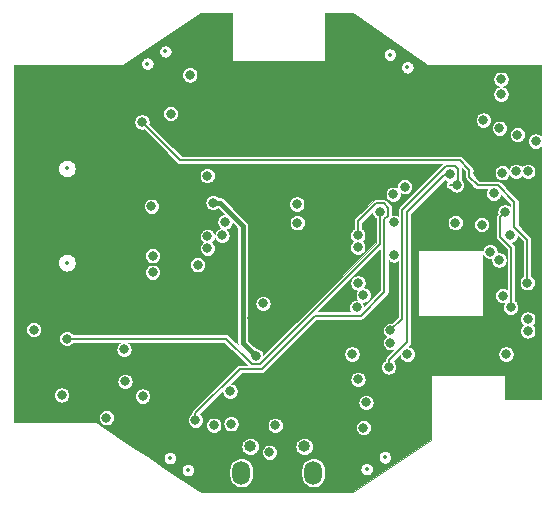
<source format=gbr>
%TF.GenerationSoftware,KiCad,Pcbnew,5.1.5+dfsg1-2~bpo10+1*%
%TF.CreationDate,Date%
%TF.ProjectId,osw,6f73772e-6b69-4636-9164-5f7063625858,2.1*%
%TF.SameCoordinates,Original*%
%TF.FileFunction,Copper,L3,Inr*%
%TF.FilePolarity,Positive*%
%FSLAX46Y46*%
G04 Gerber Fmt 4.6, Leading zero omitted, Abs format (unit mm)*
G04 Created by KiCad*
%MOMM*%
%LPD*%
G04 APERTURE LIST*
%TA.AperFunction,ViaPad*%
%ADD10O,1.500000X2.000000*%
%TD*%
%TA.AperFunction,ViaPad*%
%ADD11C,0.800000*%
%TD*%
%TA.AperFunction,Conductor*%
%ADD12C,0.400000*%
%TD*%
%TA.AperFunction,Conductor*%
%ADD13C,0.200000*%
%TD*%
%TA.AperFunction,Conductor*%
%ADD14C,0.100000*%
%TD*%
%ADD15C,0.350000*%
%ADD16O,0.999999X0.999999*%
%ADD17O,0.750000X1.200000*%
G04 APERTURE END LIST*
D10*
%TO.N,*%
%TO.C,U5*%
X163048000Y-128627000D03*
X156952000Y-128627000D03*
%TD*%
D11*
%TO.N,/EN*%
X179380560Y-118594144D03*
X167309800Y-124815600D03*
%TO.N,+3V3*%
X171018200Y-118592600D03*
X166344600Y-118592600D03*
X154635200Y-124612400D03*
X158191200Y-118745000D03*
X152603200Y-94945200D03*
X154559000Y-105765001D03*
X170789600Y-104419400D03*
X169892624Y-107424576D03*
X169875200Y-110185200D03*
X181875000Y-100558600D03*
X179060300Y-103235300D03*
%TO.N,/FLASH*%
X166827200Y-108534200D03*
X153085800Y-124180600D03*
%TO.N,GND*%
X138379200Y-118999000D03*
X138379200Y-120523000D03*
X138379200Y-121996200D03*
X138379200Y-123494800D03*
X174447788Y-101481207D03*
X176974500Y-103251000D03*
X166141400Y-90125000D03*
X166141400Y-91262200D03*
X166141400Y-92278200D03*
X166141400Y-93294200D03*
X166141400Y-99263200D03*
X166141400Y-98298000D03*
X153847800Y-90125000D03*
X153847800Y-91287600D03*
X153847800Y-94259400D03*
X153847800Y-95300800D03*
X153847800Y-97282000D03*
X153847800Y-98247200D03*
X162026600Y-104368600D03*
X165684200Y-105816400D03*
X164490400Y-118364000D03*
X148310600Y-119786400D03*
X145567400Y-119151400D03*
X146380200Y-119151400D03*
X146380200Y-119964200D03*
X145567400Y-119964200D03*
X143840200Y-122478800D03*
X141121136Y-118997736D03*
X157886400Y-115519200D03*
X154609800Y-126695200D03*
X161323206Y-124781113D03*
X158191200Y-122706998D03*
X161318496Y-122719989D03*
X168452800Y-124942600D03*
X169621200Y-121691400D03*
X179959000Y-121716800D03*
X181152800Y-106654600D03*
X161569400Y-120523000D03*
X159969200Y-120497600D03*
X152349200Y-119303800D03*
X149453600Y-105003600D03*
X146939000Y-108254800D03*
X147650200Y-108839000D03*
X154127200Y-104495600D03*
X157810200Y-107340400D03*
X141338300Y-94538800D03*
X142595600Y-99237800D03*
X143408400Y-98298000D03*
X138125000Y-94525000D03*
X165658800Y-113538000D03*
X172567600Y-125603000D03*
X171754800Y-126238000D03*
X172567600Y-124536200D03*
X154940000Y-129692400D03*
X161874200Y-129819400D03*
X158191200Y-129768600D03*
X165277800Y-129895600D03*
X146558000Y-125018800D03*
X148336000Y-126136400D03*
X139141200Y-94538800D03*
X138176000Y-95504000D03*
X181864000Y-99110800D03*
X181864000Y-94538800D03*
X177914300Y-94526100D03*
X141224000Y-115595400D03*
X181216000Y-121712000D03*
X161734500Y-108750200D03*
X158711900Y-104350002D03*
X168884600Y-96215200D03*
X173050200Y-96215200D03*
X174053500Y-94526100D03*
X163144200Y-103301800D03*
X164172900Y-103301800D03*
X166801800Y-103517700D03*
X166090600Y-104292400D03*
X163258500Y-104267000D03*
X142379700Y-94500700D03*
X143522700Y-94500700D03*
X144576800Y-94500700D03*
X145834100Y-94500700D03*
X138226800Y-99885500D03*
X138226800Y-101247863D03*
X138226800Y-102610226D03*
X138226800Y-103972589D03*
X138226800Y-105334952D03*
X141617700Y-101447600D03*
X141554200Y-104216200D03*
X141643100Y-105422700D03*
X142557500Y-106362500D03*
X143383000Y-107099100D03*
X144272000Y-107873800D03*
X145072100Y-108750100D03*
X138226800Y-106697315D03*
X138988800Y-107556300D03*
X139814300Y-108381800D03*
X140627100Y-109156500D03*
X141389100Y-109867700D03*
X143294100Y-111861600D03*
X143814800Y-113550700D03*
X147078700Y-113474500D03*
X147091400Y-112318800D03*
X150977600Y-103898700D03*
X150977600Y-102844600D03*
X150253700Y-101714300D03*
X138226800Y-116205000D03*
X138214100Y-114909600D03*
X138226800Y-113509130D03*
X138226800Y-112146767D03*
X138226800Y-110784404D03*
X138226800Y-109422041D03*
X138226800Y-108059678D03*
X147434300Y-125564900D03*
X154063700Y-121577100D03*
X151866600Y-123647200D03*
X154216100Y-123659900D03*
X161582100Y-121615200D03*
X161709100Y-123748800D03*
X172466000Y-123190000D03*
X172466000Y-122008900D03*
X174523400Y-119761000D03*
X175666400Y-119761000D03*
X176898300Y-119722900D03*
X177977800Y-119786400D03*
X178739800Y-117576600D03*
X177825400Y-117500400D03*
X176695100Y-117500400D03*
X175488600Y-117525800D03*
X172745400Y-117398800D03*
X171754800Y-117398800D03*
X167386000Y-91071700D03*
X152793700Y-90792300D03*
X170116500Y-97675700D03*
X170116500Y-99301300D03*
X170103800Y-100787200D03*
X171754800Y-116281200D03*
X169862500Y-114935000D03*
X179031900Y-112128300D03*
X160045400Y-116738400D03*
%TO.N,Net-(D1-Pad1)*%
X147108574Y-120895774D03*
X148615400Y-122148600D03*
%TO.N,/LEDK*%
X149352000Y-106070400D03*
%TO.N,/BTN2*%
X150977600Y-98221800D03*
X175082200Y-107462002D03*
%TO.N,/BTN3*%
X169824400Y-105054400D03*
X178333400Y-104978200D03*
%TO.N,/RX*%
X169595800Y-117627400D03*
X167513000Y-122682000D03*
%TO.N,/SCL*%
X174625000Y-103378000D03*
X180340000Y-100012500D03*
X178943000Y-95313500D03*
X169443400Y-119684800D03*
%TO.N,/SDA*%
X178943000Y-96583500D03*
X169595800Y-116586000D03*
X175190685Y-104267000D03*
X178816000Y-99466400D03*
%TO.N,/PIN_LED*%
X158800800Y-114300000D03*
X177317400Y-107619800D03*
%TO.N,/STAT_PWR*%
X168681400Y-106527600D03*
X142189200Y-117271800D03*
%TO.N,/MOSI*%
X166852600Y-120726200D03*
X149453600Y-111658400D03*
%TO.N,/MISO*%
X154076400Y-103479600D03*
X166725600Y-114630200D03*
%TO.N,/IO34*%
X180218731Y-103117636D03*
X181216000Y-116632000D03*
%TO.N,/IO35*%
X181218721Y-103122356D03*
X181216000Y-115616000D03*
%TO.N,Net-(R1-Pad2)*%
X155336142Y-108544458D03*
%TO.N,Net-(R15-Pad1)*%
X141757400Y-122047000D03*
X145542000Y-123977400D03*
%TO.N,/B_MON*%
X148551900Y-98933000D03*
X181178200Y-112547400D03*
%TO.N,/RTC_INT*%
X177457100Y-98780600D03*
X179298600Y-106565700D03*
X179767227Y-114632101D03*
%TO.N,/TFT_DC*%
X154099398Y-109623087D03*
X179755800Y-108508800D03*
%TO.N,/TFT_CS*%
X149453600Y-110261400D03*
X166852600Y-112572800D03*
%TO.N,/TFT_RST*%
X179082800Y-113639600D03*
%TO.N,/SD_CS*%
X166827200Y-109550200D03*
X154102110Y-108623089D03*
%TO.N,/SCK*%
X153263600Y-111023400D03*
X167289200Y-113584000D03*
%TO.N,/VCC*%
X139379465Y-116515052D03*
X147040600Y-118186200D03*
%TO.N,/3V3_2*%
X155587600Y-107391200D03*
%TO.N,/GPS_RX3V3*%
X161696400Y-107467400D03*
X178028600Y-109908810D03*
%TO.N,/GPS_TX3V3*%
X161658300Y-105892600D03*
X178777900Y-110629700D03*
%TO.N,/D2_P*%
X155999000Y-121732000D03*
X159838372Y-124623840D03*
%TO.N,/D2_N*%
X159349999Y-126896865D03*
X156083000Y-124485400D03*
%TD*%
D12*
%TO.N,+3V3*%
X157086399Y-117640199D02*
X158191200Y-118745000D01*
X157086399Y-107705997D02*
X157086399Y-117640199D01*
X155145403Y-105765001D02*
X157086399Y-107705997D01*
X154559000Y-105765001D02*
X155145403Y-105765001D01*
D13*
%TO.N,/FLASH*%
X168345399Y-105827599D02*
X166827200Y-107345798D01*
X169381401Y-106191599D02*
X169017401Y-105827599D01*
X169381401Y-106863601D02*
X169381401Y-106191599D01*
X169081410Y-107163592D02*
X169381401Y-106863601D01*
X166827200Y-107345798D02*
X166827200Y-108534200D01*
X169017401Y-105827599D02*
X168345399Y-105827599D01*
X169081410Y-113310392D02*
X169081410Y-107163592D01*
X167061601Y-115330201D02*
X169081410Y-113310392D01*
X156849987Y-119845011D02*
X158692890Y-119845011D01*
X163207700Y-115330201D02*
X167061601Y-115330201D01*
X158692890Y-119845011D02*
X163207700Y-115330201D01*
X153085800Y-123609198D02*
X156849987Y-119845011D01*
X153085800Y-124180600D02*
X153085800Y-123609198D01*
%TO.N,/SCL*%
X174155100Y-103403400D02*
X174625000Y-103378000D01*
X171018200Y-106565700D02*
X174155100Y-103403400D01*
X171018200Y-117563900D02*
X171018200Y-106565700D01*
X169443400Y-119119115D02*
X171018200Y-117563900D01*
X169443400Y-119684800D02*
X169443400Y-119119115D01*
%TO.N,/SDA*%
X175190685Y-104267000D02*
X174625000Y-104267000D01*
X175325001Y-104132684D02*
X175190685Y-104267000D01*
X175067999Y-102677999D02*
X175325001Y-102935001D01*
X174288999Y-102677999D02*
X175067999Y-102677999D01*
X170592625Y-106374373D02*
X174288999Y-102677999D01*
X170592625Y-115589175D02*
X170592625Y-106374373D01*
X175325001Y-102935001D02*
X175325001Y-104132684D01*
X169595800Y-116586000D02*
X170592625Y-115589175D01*
%TO.N,/STAT_PWR*%
X155681998Y-117271800D02*
X142189200Y-117271800D01*
X158527201Y-119445001D02*
X157855199Y-119445001D01*
X168681400Y-109290802D02*
X158527201Y-119445001D01*
X157855199Y-119445001D02*
X155681998Y-117271800D01*
X168681400Y-106527600D02*
X168681400Y-109290802D01*
%TO.N,/B_MON*%
X180091801Y-107808799D02*
X181178200Y-108895198D01*
X180091801Y-105700599D02*
X180091801Y-107808799D01*
X178669401Y-104278199D02*
X180091801Y-105700599D01*
X176965697Y-104278199D02*
X178669401Y-104278199D01*
X176274499Y-103587001D02*
X176965697Y-104278199D01*
X175485608Y-102181208D02*
X176274499Y-102970099D01*
X151800108Y-102181208D02*
X175485608Y-102181208D01*
X176274499Y-102970099D02*
X176274499Y-103587001D01*
X148551900Y-98933000D02*
X151800108Y-102181208D01*
X181178200Y-108895198D02*
X181178200Y-112547400D01*
%TO.N,/RTC_INT*%
X179782801Y-109571803D02*
X179782801Y-114616527D01*
X178898601Y-108687603D02*
X179782801Y-109571803D01*
X178898601Y-106965699D02*
X178898601Y-108687603D01*
X179782801Y-114616527D02*
X179767227Y-114632101D01*
X179298600Y-106565700D02*
X178898601Y-106965699D01*
%TD*%
D14*
%TO.N,GND*%
G36*
X156200000Y-93750000D02*
G01*
X156200961Y-93759755D01*
X156203806Y-93769134D01*
X156208427Y-93777779D01*
X156214645Y-93785355D01*
X156222221Y-93791573D01*
X156230866Y-93796194D01*
X156240245Y-93799039D01*
X156250000Y-93800000D01*
X164000000Y-93800000D01*
X164009755Y-93799039D01*
X164019134Y-93796194D01*
X164027779Y-93791573D01*
X164035355Y-93785355D01*
X164041573Y-93777779D01*
X164046194Y-93769134D01*
X164049039Y-93759755D01*
X164050000Y-93750000D01*
X164050000Y-93175751D01*
X169005784Y-93175751D01*
X169005784Y-93279167D01*
X169025960Y-93380596D01*
X169065535Y-93476140D01*
X169122990Y-93562127D01*
X169196116Y-93635253D01*
X169282103Y-93692708D01*
X169377647Y-93732283D01*
X169479076Y-93752459D01*
X169582492Y-93752459D01*
X169683921Y-93732283D01*
X169779465Y-93692708D01*
X169865452Y-93635253D01*
X169938578Y-93562127D01*
X169996033Y-93476140D01*
X170035608Y-93380596D01*
X170055784Y-93279167D01*
X170055784Y-93175751D01*
X170035608Y-93074322D01*
X169996033Y-92978778D01*
X169938578Y-92892791D01*
X169865452Y-92819665D01*
X169779465Y-92762210D01*
X169683921Y-92722635D01*
X169582492Y-92702459D01*
X169479076Y-92702459D01*
X169377647Y-92722635D01*
X169282103Y-92762210D01*
X169196116Y-92819665D01*
X169122990Y-92892791D01*
X169065535Y-92978778D01*
X169025960Y-93074322D01*
X169005784Y-93175751D01*
X164050000Y-93175751D01*
X164050000Y-89702000D01*
X166435608Y-89702000D01*
X172577331Y-94060643D01*
X172587232Y-94068769D01*
X172602263Y-94076803D01*
X172617077Y-94085266D01*
X172619797Y-94086176D01*
X172622324Y-94087526D01*
X172638653Y-94092480D01*
X172654815Y-94097883D01*
X172657653Y-94098243D01*
X172660401Y-94099077D01*
X172677397Y-94100751D01*
X172694288Y-94102896D01*
X172707058Y-94102000D01*
X182298001Y-94102000D01*
X182298001Y-100062362D01*
X182289351Y-100053712D01*
X182182890Y-99982578D01*
X182064598Y-99933579D01*
X181939019Y-99908600D01*
X181810981Y-99908600D01*
X181685402Y-99933579D01*
X181567110Y-99982578D01*
X181460649Y-100053712D01*
X181370112Y-100144249D01*
X181298978Y-100250710D01*
X181249979Y-100369002D01*
X181225000Y-100494581D01*
X181225000Y-100622619D01*
X181249979Y-100748198D01*
X181298978Y-100866490D01*
X181370112Y-100972951D01*
X181460649Y-101063488D01*
X181567110Y-101134622D01*
X181685402Y-101183621D01*
X181810981Y-101208600D01*
X181939019Y-101208600D01*
X182064598Y-101183621D01*
X182182890Y-101134622D01*
X182289351Y-101063488D01*
X182298001Y-101054838D01*
X182298000Y-109990080D01*
X182298000Y-109990081D01*
X182298001Y-122378000D01*
X179250299Y-122378000D01*
X179252500Y-120396056D01*
X179251547Y-120386286D01*
X179248710Y-120376904D01*
X179244097Y-120368256D01*
X179237885Y-120360674D01*
X179230313Y-120354450D01*
X179221673Y-120349822D01*
X179212295Y-120346969D01*
X179202542Y-120346000D01*
X173116702Y-120340920D01*
X173106960Y-120341870D01*
X173097577Y-120344705D01*
X173088928Y-120349316D01*
X173081344Y-120355525D01*
X173075117Y-120363095D01*
X173070487Y-120371735D01*
X173067632Y-120381111D01*
X173066660Y-120390864D01*
X173060561Y-125883520D01*
X166438840Y-130298000D01*
X153561161Y-130298000D01*
X150662915Y-128365836D01*
X151920487Y-128365836D01*
X151920487Y-128469252D01*
X151940663Y-128570681D01*
X151980238Y-128666225D01*
X152037693Y-128752212D01*
X152110819Y-128825338D01*
X152196806Y-128882793D01*
X152292350Y-128922368D01*
X152393779Y-128942544D01*
X152497195Y-128942544D01*
X152598624Y-128922368D01*
X152694168Y-128882793D01*
X152780155Y-128825338D01*
X152853281Y-128752212D01*
X152910736Y-128666225D01*
X152950311Y-128570681D01*
X152970487Y-128469252D01*
X152970487Y-128365836D01*
X152962938Y-128327881D01*
X155952000Y-128327881D01*
X155952000Y-128926120D01*
X155966470Y-129073034D01*
X156023651Y-129261535D01*
X156116509Y-129435258D01*
X156241473Y-129587528D01*
X156393743Y-129712492D01*
X156567466Y-129805349D01*
X156755967Y-129862530D01*
X156952000Y-129881838D01*
X157148034Y-129862530D01*
X157336535Y-129805349D01*
X157510258Y-129712492D01*
X157662528Y-129587528D01*
X157787492Y-129435258D01*
X157880349Y-129261535D01*
X157937530Y-129073033D01*
X157952000Y-128926119D01*
X157952000Y-128327881D01*
X162048000Y-128327881D01*
X162048000Y-128926120D01*
X162062470Y-129073034D01*
X162119651Y-129261535D01*
X162212509Y-129435258D01*
X162337473Y-129587528D01*
X162489743Y-129712492D01*
X162663466Y-129805349D01*
X162851967Y-129862530D01*
X163048000Y-129881838D01*
X163244034Y-129862530D01*
X163432535Y-129805349D01*
X163606258Y-129712492D01*
X163758528Y-129587528D01*
X163883492Y-129435258D01*
X163976349Y-129261535D01*
X164033530Y-129073033D01*
X164048000Y-128926119D01*
X164048000Y-128327880D01*
X164043271Y-128279861D01*
X167052766Y-128279861D01*
X167052766Y-128383277D01*
X167072942Y-128484706D01*
X167112517Y-128580250D01*
X167169972Y-128666237D01*
X167243098Y-128739363D01*
X167329085Y-128796818D01*
X167424629Y-128836393D01*
X167526058Y-128856569D01*
X167629474Y-128856569D01*
X167730903Y-128836393D01*
X167826447Y-128796818D01*
X167912434Y-128739363D01*
X167985560Y-128666237D01*
X168043015Y-128580250D01*
X168082590Y-128484706D01*
X168102766Y-128383277D01*
X168102766Y-128279861D01*
X168082590Y-128178432D01*
X168043015Y-128082888D01*
X167985560Y-127996901D01*
X167912434Y-127923775D01*
X167826447Y-127866320D01*
X167730903Y-127826745D01*
X167629474Y-127806569D01*
X167526058Y-127806569D01*
X167424629Y-127826745D01*
X167329085Y-127866320D01*
X167243098Y-127923775D01*
X167169972Y-127996901D01*
X167112517Y-128082888D01*
X167072942Y-128178432D01*
X167052766Y-128279861D01*
X164043271Y-128279861D01*
X164033530Y-128180966D01*
X163976349Y-127992465D01*
X163883492Y-127818742D01*
X163758528Y-127666472D01*
X163606258Y-127541508D01*
X163432534Y-127448651D01*
X163244033Y-127391470D01*
X163048000Y-127372162D01*
X162851966Y-127391470D01*
X162663465Y-127448651D01*
X162489742Y-127541508D01*
X162337472Y-127666472D01*
X162212508Y-127818742D01*
X162119651Y-127992466D01*
X162062470Y-128180967D01*
X162048000Y-128327881D01*
X157952000Y-128327881D01*
X157952000Y-128327880D01*
X157937530Y-128180966D01*
X157880349Y-127992465D01*
X157787492Y-127818742D01*
X157662528Y-127666472D01*
X157510258Y-127541508D01*
X157336534Y-127448651D01*
X157148033Y-127391470D01*
X156952000Y-127372162D01*
X156755966Y-127391470D01*
X156567465Y-127448651D01*
X156393742Y-127541508D01*
X156241472Y-127666472D01*
X156116508Y-127818742D01*
X156023651Y-127992466D01*
X155966470Y-128180967D01*
X155952000Y-128327881D01*
X152962938Y-128327881D01*
X152950311Y-128264407D01*
X152910736Y-128168863D01*
X152853281Y-128082876D01*
X152780155Y-128009750D01*
X152694168Y-127952295D01*
X152598624Y-127912720D01*
X152497195Y-127892544D01*
X152393779Y-127892544D01*
X152292350Y-127912720D01*
X152196806Y-127952295D01*
X152110819Y-128009750D01*
X152037693Y-128082876D01*
X151980238Y-128168863D01*
X151940663Y-128264407D01*
X151920487Y-128365836D01*
X150662915Y-128365836D01*
X149118285Y-127336083D01*
X150393815Y-127336083D01*
X150393815Y-127439499D01*
X150413991Y-127540928D01*
X150453566Y-127636472D01*
X150511021Y-127722459D01*
X150584147Y-127795585D01*
X150670134Y-127853040D01*
X150765678Y-127892615D01*
X150867107Y-127912791D01*
X150970523Y-127912791D01*
X151071952Y-127892615D01*
X151167496Y-127853040D01*
X151253483Y-127795585D01*
X151326609Y-127722459D01*
X151384064Y-127636472D01*
X151423639Y-127540928D01*
X151443815Y-127439499D01*
X151443815Y-127336083D01*
X151423639Y-127234654D01*
X151384064Y-127139110D01*
X151326609Y-127053123D01*
X151253483Y-126979997D01*
X151167496Y-126922542D01*
X151071952Y-126882967D01*
X150970523Y-126862791D01*
X150867107Y-126862791D01*
X150765678Y-126882967D01*
X150670134Y-126922542D01*
X150584147Y-126979997D01*
X150511021Y-127053123D01*
X150453566Y-127139110D01*
X150413991Y-127234654D01*
X150393815Y-127336083D01*
X149118285Y-127336083D01*
X147610107Y-126330631D01*
X156964000Y-126330631D01*
X156964000Y-126478369D01*
X156992822Y-126623267D01*
X157049359Y-126759758D01*
X157131437Y-126882597D01*
X157235903Y-126987063D01*
X157358742Y-127069141D01*
X157495233Y-127125678D01*
X157640131Y-127154500D01*
X157787869Y-127154500D01*
X157932767Y-127125678D01*
X158069258Y-127069141D01*
X158192097Y-126987063D01*
X158296563Y-126882597D01*
X158329805Y-126832846D01*
X158699999Y-126832846D01*
X158699999Y-126960884D01*
X158724978Y-127086463D01*
X158773977Y-127204755D01*
X158845111Y-127311216D01*
X158935648Y-127401753D01*
X159042109Y-127472887D01*
X159160401Y-127521886D01*
X159285980Y-127546865D01*
X159414018Y-127546865D01*
X159539597Y-127521886D01*
X159657889Y-127472887D01*
X159764350Y-127401753D01*
X159854887Y-127311216D01*
X159877810Y-127276908D01*
X168597178Y-127276908D01*
X168597178Y-127380324D01*
X168617354Y-127481753D01*
X168656929Y-127577297D01*
X168714384Y-127663284D01*
X168787510Y-127736410D01*
X168873497Y-127793865D01*
X168969041Y-127833440D01*
X169070470Y-127853616D01*
X169173886Y-127853616D01*
X169275315Y-127833440D01*
X169370859Y-127793865D01*
X169456846Y-127736410D01*
X169529972Y-127663284D01*
X169587427Y-127577297D01*
X169627002Y-127481753D01*
X169647178Y-127380324D01*
X169647178Y-127276908D01*
X169627002Y-127175479D01*
X169587427Y-127079935D01*
X169529972Y-126993948D01*
X169456846Y-126920822D01*
X169370859Y-126863367D01*
X169275315Y-126823792D01*
X169173886Y-126803616D01*
X169070470Y-126803616D01*
X168969041Y-126823792D01*
X168873497Y-126863367D01*
X168787510Y-126920822D01*
X168714384Y-126993948D01*
X168656929Y-127079935D01*
X168617354Y-127175479D01*
X168597178Y-127276908D01*
X159877810Y-127276908D01*
X159926021Y-127204755D01*
X159975020Y-127086463D01*
X159999999Y-126960884D01*
X159999999Y-126832846D01*
X159975020Y-126707267D01*
X159926021Y-126588975D01*
X159854887Y-126482514D01*
X159764350Y-126391977D01*
X159672538Y-126330631D01*
X161536000Y-126330631D01*
X161536000Y-126478369D01*
X161564822Y-126623267D01*
X161621359Y-126759758D01*
X161703437Y-126882597D01*
X161807903Y-126987063D01*
X161930742Y-127069141D01*
X162067233Y-127125678D01*
X162212131Y-127154500D01*
X162359869Y-127154500D01*
X162504767Y-127125678D01*
X162641258Y-127069141D01*
X162764097Y-126987063D01*
X162868563Y-126882597D01*
X162950641Y-126759758D01*
X163007178Y-126623267D01*
X163036000Y-126478369D01*
X163036000Y-126330631D01*
X163007178Y-126185733D01*
X162950641Y-126049242D01*
X162868563Y-125926403D01*
X162764097Y-125821937D01*
X162641258Y-125739859D01*
X162504767Y-125683322D01*
X162359869Y-125654500D01*
X162212131Y-125654500D01*
X162067233Y-125683322D01*
X161930742Y-125739859D01*
X161807903Y-125821937D01*
X161703437Y-125926403D01*
X161621359Y-126049242D01*
X161564822Y-126185733D01*
X161536000Y-126330631D01*
X159672538Y-126330631D01*
X159657889Y-126320843D01*
X159539597Y-126271844D01*
X159414018Y-126246865D01*
X159285980Y-126246865D01*
X159160401Y-126271844D01*
X159042109Y-126320843D01*
X158935648Y-126391977D01*
X158845111Y-126482514D01*
X158773977Y-126588975D01*
X158724978Y-126707267D01*
X158699999Y-126832846D01*
X158329805Y-126832846D01*
X158378641Y-126759758D01*
X158435178Y-126623267D01*
X158464000Y-126478369D01*
X158464000Y-126330631D01*
X158435178Y-126185733D01*
X158378641Y-126049242D01*
X158296563Y-125926403D01*
X158192097Y-125821937D01*
X158069258Y-125739859D01*
X157932767Y-125683322D01*
X157787869Y-125654500D01*
X157640131Y-125654500D01*
X157495233Y-125683322D01*
X157358742Y-125739859D01*
X157235903Y-125821937D01*
X157131437Y-125926403D01*
X157049359Y-126049242D01*
X156992822Y-126185733D01*
X156964000Y-126330631D01*
X147610107Y-126330631D01*
X144620396Y-124337492D01*
X144612768Y-124331231D01*
X144603877Y-124326479D01*
X144603795Y-124326424D01*
X144595672Y-124322093D01*
X144577676Y-124312474D01*
X144577571Y-124312442D01*
X144577479Y-124312393D01*
X144559358Y-124306917D01*
X144539599Y-124300923D01*
X144539485Y-124300912D01*
X144539390Y-124300883D01*
X144520767Y-124299068D01*
X144509920Y-124298000D01*
X144509804Y-124298000D01*
X144499788Y-124297024D01*
X144489985Y-124298000D01*
X137702000Y-124298000D01*
X137702000Y-123913381D01*
X144892000Y-123913381D01*
X144892000Y-124041419D01*
X144916979Y-124166998D01*
X144965978Y-124285290D01*
X145037112Y-124391751D01*
X145127649Y-124482288D01*
X145234110Y-124553422D01*
X145352402Y-124602421D01*
X145477981Y-124627400D01*
X145606019Y-124627400D01*
X145731598Y-124602421D01*
X145849890Y-124553422D01*
X145956351Y-124482288D01*
X146046888Y-124391751D01*
X146118022Y-124285290D01*
X146167021Y-124166998D01*
X146192000Y-124041419D01*
X146192000Y-123913381D01*
X146167021Y-123787802D01*
X146118022Y-123669510D01*
X146046888Y-123563049D01*
X145956351Y-123472512D01*
X145849890Y-123401378D01*
X145731598Y-123352379D01*
X145606019Y-123327400D01*
X145477981Y-123327400D01*
X145352402Y-123352379D01*
X145234110Y-123401378D01*
X145127649Y-123472512D01*
X145037112Y-123563049D01*
X144965978Y-123669510D01*
X144916979Y-123787802D01*
X144892000Y-123913381D01*
X137702000Y-123913381D01*
X137702000Y-121982981D01*
X141107400Y-121982981D01*
X141107400Y-122111019D01*
X141132379Y-122236598D01*
X141181378Y-122354890D01*
X141252512Y-122461351D01*
X141343049Y-122551888D01*
X141449510Y-122623022D01*
X141567802Y-122672021D01*
X141693381Y-122697000D01*
X141821419Y-122697000D01*
X141946998Y-122672021D01*
X142065290Y-122623022D01*
X142171751Y-122551888D01*
X142262288Y-122461351D01*
X142333422Y-122354890D01*
X142382421Y-122236598D01*
X142407400Y-122111019D01*
X142407400Y-122084581D01*
X147965400Y-122084581D01*
X147965400Y-122212619D01*
X147990379Y-122338198D01*
X148039378Y-122456490D01*
X148110512Y-122562951D01*
X148201049Y-122653488D01*
X148307510Y-122724622D01*
X148425802Y-122773621D01*
X148551381Y-122798600D01*
X148679419Y-122798600D01*
X148804998Y-122773621D01*
X148923290Y-122724622D01*
X149029751Y-122653488D01*
X149120288Y-122562951D01*
X149191422Y-122456490D01*
X149240421Y-122338198D01*
X149265400Y-122212619D01*
X149265400Y-122084581D01*
X149240421Y-121959002D01*
X149191422Y-121840710D01*
X149120288Y-121734249D01*
X149029751Y-121643712D01*
X148923290Y-121572578D01*
X148804998Y-121523579D01*
X148679419Y-121498600D01*
X148551381Y-121498600D01*
X148425802Y-121523579D01*
X148307510Y-121572578D01*
X148201049Y-121643712D01*
X148110512Y-121734249D01*
X148039378Y-121840710D01*
X147990379Y-121959002D01*
X147965400Y-122084581D01*
X142407400Y-122084581D01*
X142407400Y-121982981D01*
X142382421Y-121857402D01*
X142333422Y-121739110D01*
X142262288Y-121632649D01*
X142171751Y-121542112D01*
X142065290Y-121470978D01*
X141946998Y-121421979D01*
X141821419Y-121397000D01*
X141693381Y-121397000D01*
X141567802Y-121421979D01*
X141449510Y-121470978D01*
X141343049Y-121542112D01*
X141252512Y-121632649D01*
X141181378Y-121739110D01*
X141132379Y-121857402D01*
X141107400Y-121982981D01*
X137702000Y-121982981D01*
X137702000Y-120831755D01*
X146458574Y-120831755D01*
X146458574Y-120959793D01*
X146483553Y-121085372D01*
X146532552Y-121203664D01*
X146603686Y-121310125D01*
X146694223Y-121400662D01*
X146800684Y-121471796D01*
X146918976Y-121520795D01*
X147044555Y-121545774D01*
X147172593Y-121545774D01*
X147298172Y-121520795D01*
X147416464Y-121471796D01*
X147522925Y-121400662D01*
X147613462Y-121310125D01*
X147684596Y-121203664D01*
X147733595Y-121085372D01*
X147758574Y-120959793D01*
X147758574Y-120831755D01*
X147733595Y-120706176D01*
X147684596Y-120587884D01*
X147613462Y-120481423D01*
X147522925Y-120390886D01*
X147416464Y-120319752D01*
X147298172Y-120270753D01*
X147172593Y-120245774D01*
X147044555Y-120245774D01*
X146918976Y-120270753D01*
X146800684Y-120319752D01*
X146694223Y-120390886D01*
X146603686Y-120481423D01*
X146532552Y-120587884D01*
X146483553Y-120706176D01*
X146458574Y-120831755D01*
X137702000Y-120831755D01*
X137702000Y-117207781D01*
X141539200Y-117207781D01*
X141539200Y-117335819D01*
X141564179Y-117461398D01*
X141613178Y-117579690D01*
X141684312Y-117686151D01*
X141774849Y-117776688D01*
X141881310Y-117847822D01*
X141999602Y-117896821D01*
X142125181Y-117921800D01*
X142253219Y-117921800D01*
X142378798Y-117896821D01*
X142497090Y-117847822D01*
X142603551Y-117776688D01*
X142694088Y-117686151D01*
X142737085Y-117621800D01*
X146715316Y-117621800D01*
X146626249Y-117681312D01*
X146535712Y-117771849D01*
X146464578Y-117878310D01*
X146415579Y-117996602D01*
X146390600Y-118122181D01*
X146390600Y-118250219D01*
X146415579Y-118375798D01*
X146464578Y-118494090D01*
X146535712Y-118600551D01*
X146626249Y-118691088D01*
X146732710Y-118762222D01*
X146851002Y-118811221D01*
X146976581Y-118836200D01*
X147104619Y-118836200D01*
X147230198Y-118811221D01*
X147348490Y-118762222D01*
X147454951Y-118691088D01*
X147545488Y-118600551D01*
X147616622Y-118494090D01*
X147665621Y-118375798D01*
X147690600Y-118250219D01*
X147690600Y-118122181D01*
X147665621Y-117996602D01*
X147616622Y-117878310D01*
X147545488Y-117771849D01*
X147454951Y-117681312D01*
X147365884Y-117621800D01*
X155537025Y-117621800D01*
X157410234Y-119495011D01*
X156867172Y-119495011D01*
X156849986Y-119493318D01*
X156832800Y-119495011D01*
X156832798Y-119495011D01*
X156781375Y-119500076D01*
X156715400Y-119520089D01*
X156654597Y-119552589D01*
X156601302Y-119596326D01*
X156590344Y-119609679D01*
X152850476Y-123349549D01*
X152837116Y-123360513D01*
X152793379Y-123413808D01*
X152762001Y-123472512D01*
X152760879Y-123474611D01*
X152740865Y-123540587D01*
X152734107Y-123609198D01*
X152735801Y-123626396D01*
X152735801Y-123632714D01*
X152671449Y-123675712D01*
X152580912Y-123766249D01*
X152509778Y-123872710D01*
X152460779Y-123991002D01*
X152435800Y-124116581D01*
X152435800Y-124244619D01*
X152460779Y-124370198D01*
X152509778Y-124488490D01*
X152580912Y-124594951D01*
X152671449Y-124685488D01*
X152777910Y-124756622D01*
X152896202Y-124805621D01*
X153021781Y-124830600D01*
X153149819Y-124830600D01*
X153275398Y-124805621D01*
X153393690Y-124756622D01*
X153500151Y-124685488D01*
X153590688Y-124594951D01*
X153621804Y-124548381D01*
X153985200Y-124548381D01*
X153985200Y-124676419D01*
X154010179Y-124801998D01*
X154059178Y-124920290D01*
X154130312Y-125026751D01*
X154220849Y-125117288D01*
X154327310Y-125188422D01*
X154445602Y-125237421D01*
X154571181Y-125262400D01*
X154699219Y-125262400D01*
X154824798Y-125237421D01*
X154943090Y-125188422D01*
X155049551Y-125117288D01*
X155140088Y-125026751D01*
X155211222Y-124920290D01*
X155260221Y-124801998D01*
X155285200Y-124676419D01*
X155285200Y-124548381D01*
X155260221Y-124422802D01*
X155259633Y-124421381D01*
X155433000Y-124421381D01*
X155433000Y-124549419D01*
X155457979Y-124674998D01*
X155506978Y-124793290D01*
X155578112Y-124899751D01*
X155668649Y-124990288D01*
X155775110Y-125061422D01*
X155893402Y-125110421D01*
X156018981Y-125135400D01*
X156147019Y-125135400D01*
X156272598Y-125110421D01*
X156390890Y-125061422D01*
X156497351Y-124990288D01*
X156587888Y-124899751D01*
X156659022Y-124793290D01*
X156708021Y-124674998D01*
X156730930Y-124559821D01*
X159188372Y-124559821D01*
X159188372Y-124687859D01*
X159213351Y-124813438D01*
X159262350Y-124931730D01*
X159333484Y-125038191D01*
X159424021Y-125128728D01*
X159530482Y-125199862D01*
X159648774Y-125248861D01*
X159774353Y-125273840D01*
X159902391Y-125273840D01*
X160027970Y-125248861D01*
X160146262Y-125199862D01*
X160252723Y-125128728D01*
X160343260Y-125038191D01*
X160414394Y-124931730D01*
X160463393Y-124813438D01*
X160475697Y-124751581D01*
X166659800Y-124751581D01*
X166659800Y-124879619D01*
X166684779Y-125005198D01*
X166733778Y-125123490D01*
X166804912Y-125229951D01*
X166895449Y-125320488D01*
X167001910Y-125391622D01*
X167120202Y-125440621D01*
X167245781Y-125465600D01*
X167373819Y-125465600D01*
X167499398Y-125440621D01*
X167617690Y-125391622D01*
X167724151Y-125320488D01*
X167814688Y-125229951D01*
X167885822Y-125123490D01*
X167934821Y-125005198D01*
X167959800Y-124879619D01*
X167959800Y-124751581D01*
X167934821Y-124626002D01*
X167885822Y-124507710D01*
X167814688Y-124401249D01*
X167724151Y-124310712D01*
X167617690Y-124239578D01*
X167499398Y-124190579D01*
X167373819Y-124165600D01*
X167245781Y-124165600D01*
X167120202Y-124190579D01*
X167001910Y-124239578D01*
X166895449Y-124310712D01*
X166804912Y-124401249D01*
X166733778Y-124507710D01*
X166684779Y-124626002D01*
X166659800Y-124751581D01*
X160475697Y-124751581D01*
X160488372Y-124687859D01*
X160488372Y-124559821D01*
X160463393Y-124434242D01*
X160414394Y-124315950D01*
X160343260Y-124209489D01*
X160252723Y-124118952D01*
X160146262Y-124047818D01*
X160027970Y-123998819D01*
X159902391Y-123973840D01*
X159774353Y-123973840D01*
X159648774Y-123998819D01*
X159530482Y-124047818D01*
X159424021Y-124118952D01*
X159333484Y-124209489D01*
X159262350Y-124315950D01*
X159213351Y-124434242D01*
X159188372Y-124559821D01*
X156730930Y-124559821D01*
X156733000Y-124549419D01*
X156733000Y-124421381D01*
X156708021Y-124295802D01*
X156659022Y-124177510D01*
X156587888Y-124071049D01*
X156497351Y-123980512D01*
X156390890Y-123909378D01*
X156272598Y-123860379D01*
X156147019Y-123835400D01*
X156018981Y-123835400D01*
X155893402Y-123860379D01*
X155775110Y-123909378D01*
X155668649Y-123980512D01*
X155578112Y-124071049D01*
X155506978Y-124177510D01*
X155457979Y-124295802D01*
X155433000Y-124421381D01*
X155259633Y-124421381D01*
X155211222Y-124304510D01*
X155140088Y-124198049D01*
X155049551Y-124107512D01*
X154943090Y-124036378D01*
X154824798Y-123987379D01*
X154699219Y-123962400D01*
X154571181Y-123962400D01*
X154445602Y-123987379D01*
X154327310Y-124036378D01*
X154220849Y-124107512D01*
X154130312Y-124198049D01*
X154059178Y-124304510D01*
X154010179Y-124422802D01*
X153985200Y-124548381D01*
X153621804Y-124548381D01*
X153661822Y-124488490D01*
X153710821Y-124370198D01*
X153735800Y-124244619D01*
X153735800Y-124116581D01*
X153710821Y-123991002D01*
X153661822Y-123872710D01*
X153590688Y-123766249D01*
X153507205Y-123682766D01*
X154571990Y-122617981D01*
X166863000Y-122617981D01*
X166863000Y-122746019D01*
X166887979Y-122871598D01*
X166936978Y-122989890D01*
X167008112Y-123096351D01*
X167098649Y-123186888D01*
X167205110Y-123258022D01*
X167323402Y-123307021D01*
X167448981Y-123332000D01*
X167577019Y-123332000D01*
X167702598Y-123307021D01*
X167820890Y-123258022D01*
X167927351Y-123186888D01*
X168017888Y-123096351D01*
X168089022Y-122989890D01*
X168138021Y-122871598D01*
X168163000Y-122746019D01*
X168163000Y-122617981D01*
X168138021Y-122492402D01*
X168089022Y-122374110D01*
X168017888Y-122267649D01*
X167927351Y-122177112D01*
X167820890Y-122105978D01*
X167702598Y-122056979D01*
X167577019Y-122032000D01*
X167448981Y-122032000D01*
X167323402Y-122056979D01*
X167205110Y-122105978D01*
X167098649Y-122177112D01*
X167008112Y-122267649D01*
X166936978Y-122374110D01*
X166887979Y-122492402D01*
X166863000Y-122617981D01*
X154571990Y-122617981D01*
X155356458Y-121833514D01*
X155373979Y-121921598D01*
X155422978Y-122039890D01*
X155494112Y-122146351D01*
X155584649Y-122236888D01*
X155691110Y-122308022D01*
X155809402Y-122357021D01*
X155934981Y-122382000D01*
X156063019Y-122382000D01*
X156188598Y-122357021D01*
X156306890Y-122308022D01*
X156413351Y-122236888D01*
X156503888Y-122146351D01*
X156575022Y-122039890D01*
X156624021Y-121921598D01*
X156649000Y-121796019D01*
X156649000Y-121667981D01*
X156624021Y-121542402D01*
X156575022Y-121424110D01*
X156503888Y-121317649D01*
X156413351Y-121227112D01*
X156306890Y-121155978D01*
X156188598Y-121106979D01*
X156100514Y-121089458D01*
X156527791Y-120662181D01*
X166202600Y-120662181D01*
X166202600Y-120790219D01*
X166227579Y-120915798D01*
X166276578Y-121034090D01*
X166347712Y-121140551D01*
X166438249Y-121231088D01*
X166544710Y-121302222D01*
X166663002Y-121351221D01*
X166788581Y-121376200D01*
X166916619Y-121376200D01*
X167042198Y-121351221D01*
X167160490Y-121302222D01*
X167266951Y-121231088D01*
X167357488Y-121140551D01*
X167428622Y-121034090D01*
X167477621Y-120915798D01*
X167502600Y-120790219D01*
X167502600Y-120662181D01*
X167477621Y-120536602D01*
X167428622Y-120418310D01*
X167357488Y-120311849D01*
X167266951Y-120221312D01*
X167160490Y-120150178D01*
X167042198Y-120101179D01*
X166916619Y-120076200D01*
X166788581Y-120076200D01*
X166663002Y-120101179D01*
X166544710Y-120150178D01*
X166438249Y-120221312D01*
X166347712Y-120311849D01*
X166276578Y-120418310D01*
X166227579Y-120536602D01*
X166202600Y-120662181D01*
X156527791Y-120662181D01*
X156994962Y-120195011D01*
X158675702Y-120195011D01*
X158692890Y-120196704D01*
X158710078Y-120195011D01*
X158710079Y-120195011D01*
X158761502Y-120189946D01*
X158827477Y-120169933D01*
X158888280Y-120137433D01*
X158941575Y-120093696D01*
X158952544Y-120080330D01*
X160504293Y-118528581D01*
X165694600Y-118528581D01*
X165694600Y-118656619D01*
X165719579Y-118782198D01*
X165768578Y-118900490D01*
X165839712Y-119006951D01*
X165930249Y-119097488D01*
X166036710Y-119168622D01*
X166155002Y-119217621D01*
X166280581Y-119242600D01*
X166408619Y-119242600D01*
X166534198Y-119217621D01*
X166652490Y-119168622D01*
X166758951Y-119097488D01*
X166849488Y-119006951D01*
X166920622Y-118900490D01*
X166969621Y-118782198D01*
X166994600Y-118656619D01*
X166994600Y-118528581D01*
X166969621Y-118403002D01*
X166920622Y-118284710D01*
X166849488Y-118178249D01*
X166758951Y-118087712D01*
X166652490Y-118016578D01*
X166534198Y-117967579D01*
X166408619Y-117942600D01*
X166280581Y-117942600D01*
X166155002Y-117967579D01*
X166036710Y-118016578D01*
X165930249Y-118087712D01*
X165839712Y-118178249D01*
X165768578Y-118284710D01*
X165719579Y-118403002D01*
X165694600Y-118528581D01*
X160504293Y-118528581D01*
X163352675Y-115680201D01*
X167044413Y-115680201D01*
X167061601Y-115681894D01*
X167078789Y-115680201D01*
X167078790Y-115680201D01*
X167130213Y-115675136D01*
X167196188Y-115655123D01*
X167256991Y-115622623D01*
X167310286Y-115578886D01*
X167321254Y-115565521D01*
X169316745Y-113570032D01*
X169330094Y-113559077D01*
X169373832Y-113505782D01*
X169406332Y-113444979D01*
X169426345Y-113379004D01*
X169431410Y-113327581D01*
X169431410Y-113327579D01*
X169433103Y-113310393D01*
X169431410Y-113293207D01*
X169431410Y-110660649D01*
X169460849Y-110690088D01*
X169567310Y-110761222D01*
X169685602Y-110810221D01*
X169811181Y-110835200D01*
X169939219Y-110835200D01*
X170064798Y-110810221D01*
X170183090Y-110761222D01*
X170242626Y-110721442D01*
X170242625Y-115444200D01*
X169735727Y-115951099D01*
X169659819Y-115936000D01*
X169531781Y-115936000D01*
X169406202Y-115960979D01*
X169287910Y-116009978D01*
X169181449Y-116081112D01*
X169090912Y-116171649D01*
X169019778Y-116278110D01*
X168970779Y-116396402D01*
X168945800Y-116521981D01*
X168945800Y-116650019D01*
X168970779Y-116775598D01*
X169019778Y-116893890D01*
X169090912Y-117000351D01*
X169181449Y-117090888D01*
X169205114Y-117106700D01*
X169181449Y-117122512D01*
X169090912Y-117213049D01*
X169019778Y-117319510D01*
X168970779Y-117437802D01*
X168945800Y-117563381D01*
X168945800Y-117691419D01*
X168970779Y-117816998D01*
X169019778Y-117935290D01*
X169090912Y-118041751D01*
X169181449Y-118132288D01*
X169287910Y-118203422D01*
X169406202Y-118252421D01*
X169531781Y-118277400D01*
X169659819Y-118277400D01*
X169785398Y-118252421D01*
X169850008Y-118225658D01*
X169208921Y-118858773D01*
X169194716Y-118870430D01*
X169173493Y-118896291D01*
X169152207Y-118921900D01*
X169151681Y-118922870D01*
X169150979Y-118923725D01*
X169135248Y-118953155D01*
X169119327Y-118982498D01*
X169118999Y-118983555D01*
X169118479Y-118984528D01*
X169108815Y-119016386D01*
X169098901Y-119048347D01*
X169098785Y-119049450D01*
X169098466Y-119050503D01*
X169095208Y-119083581D01*
X169091714Y-119116915D01*
X169093401Y-119135214D01*
X169093401Y-119136914D01*
X169029049Y-119179912D01*
X168938512Y-119270449D01*
X168867378Y-119376910D01*
X168818379Y-119495202D01*
X168793400Y-119620781D01*
X168793400Y-119748819D01*
X168818379Y-119874398D01*
X168867378Y-119992690D01*
X168938512Y-120099151D01*
X169029049Y-120189688D01*
X169135510Y-120260822D01*
X169253802Y-120309821D01*
X169379381Y-120334800D01*
X169507419Y-120334800D01*
X169632998Y-120309821D01*
X169751290Y-120260822D01*
X169857751Y-120189688D01*
X169948288Y-120099151D01*
X170019422Y-119992690D01*
X170068421Y-119874398D01*
X170093400Y-119748819D01*
X170093400Y-119620781D01*
X170068421Y-119495202D01*
X170019422Y-119376910D01*
X169948288Y-119270449D01*
X169868775Y-119190936D01*
X170375034Y-118690974D01*
X170393179Y-118782198D01*
X170442178Y-118900490D01*
X170513312Y-119006951D01*
X170603849Y-119097488D01*
X170710310Y-119168622D01*
X170828602Y-119217621D01*
X170954181Y-119242600D01*
X171082219Y-119242600D01*
X171207798Y-119217621D01*
X171326090Y-119168622D01*
X171432551Y-119097488D01*
X171523088Y-119006951D01*
X171594222Y-118900490D01*
X171643221Y-118782198D01*
X171668200Y-118656619D01*
X171668200Y-118530125D01*
X178730560Y-118530125D01*
X178730560Y-118658163D01*
X178755539Y-118783742D01*
X178804538Y-118902034D01*
X178875672Y-119008495D01*
X178966209Y-119099032D01*
X179072670Y-119170166D01*
X179190962Y-119219165D01*
X179316541Y-119244144D01*
X179444579Y-119244144D01*
X179570158Y-119219165D01*
X179688450Y-119170166D01*
X179794911Y-119099032D01*
X179885448Y-119008495D01*
X179956582Y-118902034D01*
X180005581Y-118783742D01*
X180030560Y-118658163D01*
X180030560Y-118530125D01*
X180005581Y-118404546D01*
X179956582Y-118286254D01*
X179885448Y-118179793D01*
X179794911Y-118089256D01*
X179688450Y-118018122D01*
X179570158Y-117969123D01*
X179444579Y-117944144D01*
X179316541Y-117944144D01*
X179190962Y-117969123D01*
X179072670Y-118018122D01*
X178966209Y-118089256D01*
X178875672Y-118179793D01*
X178804538Y-118286254D01*
X178755539Y-118404546D01*
X178730560Y-118530125D01*
X171668200Y-118530125D01*
X171668200Y-118528581D01*
X171643221Y-118403002D01*
X171594222Y-118284710D01*
X171523088Y-118178249D01*
X171432551Y-118087712D01*
X171326090Y-118016578D01*
X171207798Y-117967579D01*
X171124347Y-117950980D01*
X171252691Y-117824233D01*
X171266884Y-117812585D01*
X171288038Y-117786808D01*
X171309393Y-117761116D01*
X171309919Y-117760147D01*
X171310622Y-117759290D01*
X171326383Y-117729803D01*
X171342273Y-117700518D01*
X171342600Y-117699463D01*
X171343122Y-117698487D01*
X171352809Y-117666551D01*
X171362699Y-117634670D01*
X171362814Y-117633569D01*
X171363135Y-117632512D01*
X171366406Y-117599300D01*
X171369886Y-117566101D01*
X171368200Y-117547812D01*
X171368200Y-115551981D01*
X180566000Y-115551981D01*
X180566000Y-115680019D01*
X180590979Y-115805598D01*
X180639978Y-115923890D01*
X180711112Y-116030351D01*
X180801649Y-116120888D01*
X180806307Y-116124000D01*
X180801649Y-116127112D01*
X180711112Y-116217649D01*
X180639978Y-116324110D01*
X180590979Y-116442402D01*
X180566000Y-116567981D01*
X180566000Y-116696019D01*
X180590979Y-116821598D01*
X180639978Y-116939890D01*
X180711112Y-117046351D01*
X180801649Y-117136888D01*
X180908110Y-117208022D01*
X181026402Y-117257021D01*
X181151981Y-117282000D01*
X181280019Y-117282000D01*
X181405598Y-117257021D01*
X181523890Y-117208022D01*
X181630351Y-117136888D01*
X181720888Y-117046351D01*
X181792022Y-116939890D01*
X181841021Y-116821598D01*
X181866000Y-116696019D01*
X181866000Y-116567981D01*
X181841021Y-116442402D01*
X181792022Y-116324110D01*
X181720888Y-116217649D01*
X181630351Y-116127112D01*
X181625693Y-116124000D01*
X181630351Y-116120888D01*
X181720888Y-116030351D01*
X181792022Y-115923890D01*
X181841021Y-115805598D01*
X181866000Y-115680019D01*
X181866000Y-115551981D01*
X181841021Y-115426402D01*
X181792022Y-115308110D01*
X181720888Y-115201649D01*
X181630351Y-115111112D01*
X181523890Y-115039978D01*
X181405598Y-114990979D01*
X181280019Y-114966000D01*
X181151981Y-114966000D01*
X181026402Y-114990979D01*
X180908110Y-115039978D01*
X180801649Y-115111112D01*
X180711112Y-115201649D01*
X180639978Y-115308110D01*
X180590979Y-115426402D01*
X180566000Y-115551981D01*
X171368200Y-115551981D01*
X171368200Y-109855000D01*
X171908000Y-109855000D01*
X171908000Y-115316000D01*
X171908961Y-115325755D01*
X171911806Y-115335134D01*
X171916427Y-115343779D01*
X171922645Y-115351355D01*
X171930221Y-115357573D01*
X171938866Y-115362194D01*
X171948245Y-115365039D01*
X171958000Y-115366000D01*
X177419000Y-115366000D01*
X177428755Y-115365039D01*
X177438134Y-115362194D01*
X177446779Y-115357573D01*
X177454355Y-115351355D01*
X177460573Y-115343779D01*
X177465194Y-115335134D01*
X177468039Y-115325755D01*
X177469000Y-115316000D01*
X177469000Y-110241278D01*
X177523712Y-110323161D01*
X177614249Y-110413698D01*
X177720710Y-110484832D01*
X177839002Y-110533831D01*
X177964581Y-110558810D01*
X178092619Y-110558810D01*
X178130776Y-110551220D01*
X178127900Y-110565681D01*
X178127900Y-110693719D01*
X178152879Y-110819298D01*
X178201878Y-110937590D01*
X178273012Y-111044051D01*
X178363549Y-111134588D01*
X178470010Y-111205722D01*
X178588302Y-111254721D01*
X178713881Y-111279700D01*
X178841919Y-111279700D01*
X178967498Y-111254721D01*
X179085790Y-111205722D01*
X179192251Y-111134588D01*
X179282788Y-111044051D01*
X179353922Y-110937590D01*
X179402921Y-110819298D01*
X179427900Y-110693719D01*
X179427900Y-110565681D01*
X179402921Y-110440102D01*
X179353922Y-110321810D01*
X179282788Y-110215349D01*
X179192251Y-110124812D01*
X179085790Y-110053678D01*
X178967498Y-110004679D01*
X178841919Y-109979700D01*
X178713881Y-109979700D01*
X178675724Y-109987290D01*
X178678600Y-109972829D01*
X178678600Y-109844791D01*
X178653621Y-109719212D01*
X178604622Y-109600920D01*
X178533488Y-109494459D01*
X178442951Y-109403922D01*
X178336490Y-109332788D01*
X178218198Y-109283789D01*
X178092619Y-109258810D01*
X177964581Y-109258810D01*
X177839002Y-109283789D01*
X177720710Y-109332788D01*
X177614249Y-109403922D01*
X177523712Y-109494459D01*
X177452578Y-109600920D01*
X177403579Y-109719212D01*
X177386515Y-109805000D01*
X171958000Y-109805000D01*
X171948245Y-109805961D01*
X171938866Y-109808806D01*
X171930221Y-109813427D01*
X171922645Y-109819645D01*
X171916427Y-109827221D01*
X171911806Y-109835866D01*
X171908961Y-109845245D01*
X171908000Y-109855000D01*
X171368200Y-109855000D01*
X171368200Y-107397983D01*
X174432200Y-107397983D01*
X174432200Y-107526021D01*
X174457179Y-107651600D01*
X174506178Y-107769892D01*
X174577312Y-107876353D01*
X174667849Y-107966890D01*
X174774310Y-108038024D01*
X174892602Y-108087023D01*
X175018181Y-108112002D01*
X175146219Y-108112002D01*
X175271798Y-108087023D01*
X175390090Y-108038024D01*
X175496551Y-107966890D01*
X175587088Y-107876353D01*
X175658222Y-107769892D01*
X175707221Y-107651600D01*
X175726280Y-107555781D01*
X176667400Y-107555781D01*
X176667400Y-107683819D01*
X176692379Y-107809398D01*
X176741378Y-107927690D01*
X176812512Y-108034151D01*
X176903049Y-108124688D01*
X177009510Y-108195822D01*
X177127802Y-108244821D01*
X177253381Y-108269800D01*
X177381419Y-108269800D01*
X177506998Y-108244821D01*
X177625290Y-108195822D01*
X177731751Y-108124688D01*
X177822288Y-108034151D01*
X177893422Y-107927690D01*
X177942421Y-107809398D01*
X177967400Y-107683819D01*
X177967400Y-107555781D01*
X177942421Y-107430202D01*
X177893422Y-107311910D01*
X177822288Y-107205449D01*
X177731751Y-107114912D01*
X177625290Y-107043778D01*
X177506998Y-106994779D01*
X177381419Y-106969800D01*
X177253381Y-106969800D01*
X177127802Y-106994779D01*
X177009510Y-107043778D01*
X176903049Y-107114912D01*
X176812512Y-107205449D01*
X176741378Y-107311910D01*
X176692379Y-107430202D01*
X176667400Y-107555781D01*
X175726280Y-107555781D01*
X175732200Y-107526021D01*
X175732200Y-107397983D01*
X175707221Y-107272404D01*
X175658222Y-107154112D01*
X175587088Y-107047651D01*
X175496551Y-106957114D01*
X175390090Y-106885980D01*
X175271798Y-106836981D01*
X175146219Y-106812002D01*
X175018181Y-106812002D01*
X174892602Y-106836981D01*
X174774310Y-106885980D01*
X174667849Y-106957114D01*
X174577312Y-107047651D01*
X174506178Y-107154112D01*
X174457179Y-107272404D01*
X174432200Y-107397983D01*
X171368200Y-107397983D01*
X171368200Y-106709847D01*
X174191475Y-103863714D01*
X174210649Y-103882888D01*
X174317110Y-103954022D01*
X174408520Y-103991886D01*
X174376315Y-104018315D01*
X174332578Y-104071610D01*
X174300078Y-104132413D01*
X174280065Y-104198388D01*
X174273307Y-104267000D01*
X174280065Y-104335612D01*
X174300078Y-104401587D01*
X174332578Y-104462390D01*
X174376315Y-104515685D01*
X174429610Y-104559422D01*
X174490413Y-104591922D01*
X174556388Y-104611935D01*
X174607811Y-104617000D01*
X174642800Y-104617000D01*
X174685797Y-104681351D01*
X174776334Y-104771888D01*
X174882795Y-104843022D01*
X175001087Y-104892021D01*
X175126666Y-104917000D01*
X175254704Y-104917000D01*
X175380283Y-104892021D01*
X175498575Y-104843022D01*
X175605036Y-104771888D01*
X175695573Y-104681351D01*
X175766707Y-104574890D01*
X175815706Y-104456598D01*
X175840685Y-104331019D01*
X175840685Y-104202981D01*
X175815706Y-104077402D01*
X175766707Y-103959110D01*
X175695573Y-103852649D01*
X175675001Y-103832077D01*
X175675001Y-102952190D01*
X175676694Y-102935001D01*
X175669936Y-102866389D01*
X175667376Y-102857950D01*
X175924499Y-103115074D01*
X175924500Y-103569803D01*
X175922806Y-103587001D01*
X175929564Y-103655612D01*
X175948710Y-103718728D01*
X175949578Y-103721588D01*
X175982078Y-103782391D01*
X176025815Y-103835686D01*
X176039175Y-103846650D01*
X176706052Y-104513529D01*
X176717012Y-104526884D01*
X176756661Y-104559422D01*
X176770307Y-104570621D01*
X176831110Y-104603121D01*
X176897085Y-104623134D01*
X176965697Y-104629892D01*
X176982886Y-104628199D01*
X177785515Y-104628199D01*
X177757378Y-104670310D01*
X177708379Y-104788602D01*
X177683400Y-104914181D01*
X177683400Y-105042219D01*
X177708379Y-105167798D01*
X177757378Y-105286090D01*
X177828512Y-105392551D01*
X177919049Y-105483088D01*
X178025510Y-105554222D01*
X178143802Y-105603221D01*
X178269381Y-105628200D01*
X178397419Y-105628200D01*
X178522998Y-105603221D01*
X178641290Y-105554222D01*
X178747751Y-105483088D01*
X178838288Y-105392551D01*
X178909422Y-105286090D01*
X178958421Y-105167798D01*
X178975942Y-105079714D01*
X179741801Y-105845574D01*
X179741801Y-106089662D01*
X179712951Y-106060812D01*
X179606490Y-105989678D01*
X179488198Y-105940679D01*
X179362619Y-105915700D01*
X179234581Y-105915700D01*
X179109002Y-105940679D01*
X178990710Y-105989678D01*
X178884249Y-106060812D01*
X178793712Y-106151349D01*
X178722578Y-106257810D01*
X178673579Y-106376102D01*
X178648600Y-106501681D01*
X178648600Y-106629719D01*
X178663699Y-106705628D01*
X178663277Y-106706050D01*
X178649916Y-106717015D01*
X178606179Y-106770310D01*
X178573679Y-106831113D01*
X178565726Y-106857331D01*
X178553666Y-106897088D01*
X178546908Y-106965699D01*
X178548601Y-106982887D01*
X178548602Y-108670405D01*
X178546908Y-108687603D01*
X178553666Y-108756214D01*
X178561757Y-108782885D01*
X178573680Y-108822190D01*
X178606180Y-108882993D01*
X178649917Y-108936288D01*
X178663277Y-108947252D01*
X179432801Y-109716778D01*
X179432802Y-113091716D01*
X179390690Y-113063578D01*
X179272398Y-113014579D01*
X179146819Y-112989600D01*
X179018781Y-112989600D01*
X178893202Y-113014579D01*
X178774910Y-113063578D01*
X178668449Y-113134712D01*
X178577912Y-113225249D01*
X178506778Y-113331710D01*
X178457779Y-113450002D01*
X178432800Y-113575581D01*
X178432800Y-113703619D01*
X178457779Y-113829198D01*
X178506778Y-113947490D01*
X178577912Y-114053951D01*
X178668449Y-114144488D01*
X178774910Y-114215622D01*
X178893202Y-114264621D01*
X179018781Y-114289600D01*
X179146819Y-114289600D01*
X179224679Y-114274113D01*
X179191205Y-114324211D01*
X179142206Y-114442503D01*
X179117227Y-114568082D01*
X179117227Y-114696120D01*
X179142206Y-114821699D01*
X179191205Y-114939991D01*
X179262339Y-115046452D01*
X179352876Y-115136989D01*
X179459337Y-115208123D01*
X179577629Y-115257122D01*
X179703208Y-115282101D01*
X179831246Y-115282101D01*
X179956825Y-115257122D01*
X180075117Y-115208123D01*
X180181578Y-115136989D01*
X180272115Y-115046452D01*
X180343249Y-114939991D01*
X180392248Y-114821699D01*
X180417227Y-114696120D01*
X180417227Y-114568082D01*
X180392248Y-114442503D01*
X180343249Y-114324211D01*
X180272115Y-114217750D01*
X180181578Y-114127213D01*
X180132801Y-114094622D01*
X180132801Y-109588992D01*
X180134494Y-109571803D01*
X180127736Y-109503191D01*
X180107723Y-109437216D01*
X180075223Y-109376413D01*
X180042443Y-109336470D01*
X180042441Y-109336468D01*
X180031485Y-109323118D01*
X180018136Y-109312163D01*
X179857314Y-109151342D01*
X179945398Y-109133821D01*
X180063690Y-109084822D01*
X180170151Y-109013688D01*
X180260688Y-108923151D01*
X180331822Y-108816690D01*
X180380821Y-108698398D01*
X180398342Y-108610314D01*
X180828200Y-109040173D01*
X180828201Y-111999514D01*
X180763849Y-112042512D01*
X180673312Y-112133049D01*
X180602178Y-112239510D01*
X180553179Y-112357802D01*
X180528200Y-112483381D01*
X180528200Y-112611419D01*
X180553179Y-112736998D01*
X180602178Y-112855290D01*
X180673312Y-112961751D01*
X180763849Y-113052288D01*
X180870310Y-113123422D01*
X180988602Y-113172421D01*
X181114181Y-113197400D01*
X181242219Y-113197400D01*
X181367798Y-113172421D01*
X181486090Y-113123422D01*
X181592551Y-113052288D01*
X181683088Y-112961751D01*
X181754222Y-112855290D01*
X181803221Y-112736998D01*
X181828200Y-112611419D01*
X181828200Y-112483381D01*
X181803221Y-112357802D01*
X181754222Y-112239510D01*
X181683088Y-112133049D01*
X181592551Y-112042512D01*
X181528200Y-111999515D01*
X181528200Y-108912386D01*
X181529893Y-108895197D01*
X181523135Y-108826585D01*
X181517064Y-108806572D01*
X181503122Y-108760611D01*
X181470622Y-108699808D01*
X181426884Y-108646513D01*
X181413535Y-108635558D01*
X180441801Y-107663826D01*
X180441801Y-105717784D01*
X180443494Y-105700598D01*
X180441408Y-105679421D01*
X180436736Y-105631987D01*
X180416723Y-105566012D01*
X180384223Y-105505209D01*
X180340485Y-105451914D01*
X180327136Y-105440959D01*
X178929054Y-104042879D01*
X178918086Y-104029514D01*
X178864791Y-103985777D01*
X178803988Y-103953277D01*
X178738013Y-103933264D01*
X178686590Y-103928199D01*
X178686589Y-103928199D01*
X178669401Y-103926506D01*
X178652213Y-103928199D01*
X177110672Y-103928199D01*
X176624499Y-103442028D01*
X176624499Y-103171281D01*
X178410300Y-103171281D01*
X178410300Y-103299319D01*
X178435279Y-103424898D01*
X178484278Y-103543190D01*
X178555412Y-103649651D01*
X178645949Y-103740188D01*
X178752410Y-103811322D01*
X178870702Y-103860321D01*
X178996281Y-103885300D01*
X179124319Y-103885300D01*
X179249898Y-103860321D01*
X179368190Y-103811322D01*
X179474651Y-103740188D01*
X179565188Y-103649651D01*
X179636322Y-103543190D01*
X179668853Y-103464654D01*
X179713843Y-103531987D01*
X179804380Y-103622524D01*
X179910841Y-103693658D01*
X180029133Y-103742657D01*
X180154712Y-103767636D01*
X180282750Y-103767636D01*
X180408329Y-103742657D01*
X180526621Y-103693658D01*
X180633082Y-103622524D01*
X180716366Y-103539240D01*
X180804370Y-103627244D01*
X180910831Y-103698378D01*
X181029123Y-103747377D01*
X181154702Y-103772356D01*
X181282740Y-103772356D01*
X181408319Y-103747377D01*
X181526611Y-103698378D01*
X181633072Y-103627244D01*
X181723609Y-103536707D01*
X181794743Y-103430246D01*
X181843742Y-103311954D01*
X181868721Y-103186375D01*
X181868721Y-103058337D01*
X181843742Y-102932758D01*
X181794743Y-102814466D01*
X181723609Y-102708005D01*
X181633072Y-102617468D01*
X181526611Y-102546334D01*
X181408319Y-102497335D01*
X181282740Y-102472356D01*
X181154702Y-102472356D01*
X181029123Y-102497335D01*
X180910831Y-102546334D01*
X180804370Y-102617468D01*
X180721086Y-102700752D01*
X180633082Y-102612748D01*
X180526621Y-102541614D01*
X180408329Y-102492615D01*
X180282750Y-102467636D01*
X180154712Y-102467636D01*
X180029133Y-102492615D01*
X179910841Y-102541614D01*
X179804380Y-102612748D01*
X179713843Y-102703285D01*
X179642709Y-102809746D01*
X179610178Y-102888282D01*
X179565188Y-102820949D01*
X179474651Y-102730412D01*
X179368190Y-102659278D01*
X179249898Y-102610279D01*
X179124319Y-102585300D01*
X178996281Y-102585300D01*
X178870702Y-102610279D01*
X178752410Y-102659278D01*
X178645949Y-102730412D01*
X178555412Y-102820949D01*
X178484278Y-102927410D01*
X178435279Y-103045702D01*
X178410300Y-103171281D01*
X176624499Y-103171281D01*
X176624499Y-102987284D01*
X176626192Y-102970098D01*
X176621987Y-102927410D01*
X176619434Y-102901487D01*
X176599421Y-102835512D01*
X176566921Y-102774709D01*
X176523183Y-102721414D01*
X176509834Y-102710459D01*
X175745261Y-101945888D01*
X175734293Y-101932523D01*
X175680998Y-101888786D01*
X175620195Y-101856286D01*
X175554220Y-101836273D01*
X175502797Y-101831208D01*
X175502796Y-101831208D01*
X175485608Y-101829515D01*
X175468420Y-101831208D01*
X151945082Y-101831208D01*
X149186801Y-99072928D01*
X149201900Y-98997019D01*
X149201900Y-98868981D01*
X149176921Y-98743402D01*
X149127922Y-98625110D01*
X149056788Y-98518649D01*
X148966251Y-98428112D01*
X148859790Y-98356978D01*
X148741498Y-98307979D01*
X148615919Y-98283000D01*
X148487881Y-98283000D01*
X148362302Y-98307979D01*
X148244010Y-98356978D01*
X148137549Y-98428112D01*
X148047012Y-98518649D01*
X147975878Y-98625110D01*
X147926879Y-98743402D01*
X147901900Y-98868981D01*
X147901900Y-98997019D01*
X147926879Y-99122598D01*
X147975878Y-99240890D01*
X148047012Y-99347351D01*
X148137549Y-99437888D01*
X148244010Y-99509022D01*
X148362302Y-99558021D01*
X148487881Y-99583000D01*
X148615919Y-99583000D01*
X148691828Y-99567901D01*
X151540459Y-102416533D01*
X151551423Y-102429893D01*
X151597414Y-102467636D01*
X151604718Y-102473630D01*
X151665520Y-102506130D01*
X151731496Y-102526143D01*
X151800108Y-102532901D01*
X151817297Y-102531208D01*
X173940815Y-102531208D01*
X170357301Y-106114724D01*
X170343941Y-106125688D01*
X170300204Y-106178983D01*
X170287539Y-106202678D01*
X170267704Y-106239786D01*
X170247690Y-106305762D01*
X170240932Y-106374373D01*
X170242626Y-106391571D01*
X170242626Y-106876692D01*
X170200514Y-106848554D01*
X170082222Y-106799555D01*
X169956643Y-106774576D01*
X169828605Y-106774576D01*
X169731401Y-106793911D01*
X169731401Y-106208788D01*
X169733094Y-106191599D01*
X169726336Y-106122987D01*
X169706323Y-106057012D01*
X169673823Y-105996209D01*
X169668463Y-105989678D01*
X169630086Y-105942914D01*
X169616731Y-105931954D01*
X169277054Y-105592279D01*
X169266086Y-105578914D01*
X169212791Y-105535177D01*
X169151988Y-105502677D01*
X169086013Y-105482664D01*
X169034590Y-105477599D01*
X169034589Y-105477599D01*
X169017401Y-105475906D01*
X169000213Y-105477599D01*
X168362588Y-105477599D01*
X168345399Y-105475906D01*
X168328210Y-105477599D01*
X168276787Y-105482664D01*
X168210812Y-105502677D01*
X168150009Y-105535177D01*
X168096714Y-105578914D01*
X168085754Y-105592269D01*
X166591876Y-107086149D01*
X166578515Y-107097114D01*
X166534778Y-107150409D01*
X166502278Y-107211212D01*
X166495911Y-107232203D01*
X166482265Y-107277187D01*
X166475507Y-107345798D01*
X166477200Y-107362987D01*
X166477201Y-107986314D01*
X166412849Y-108029312D01*
X166322312Y-108119849D01*
X166251178Y-108226310D01*
X166202179Y-108344602D01*
X166177200Y-108470181D01*
X166177200Y-108598219D01*
X166202179Y-108723798D01*
X166251178Y-108842090D01*
X166322312Y-108948551D01*
X166412849Y-109039088D01*
X166417507Y-109042200D01*
X166412849Y-109045312D01*
X166322312Y-109135849D01*
X166251178Y-109242310D01*
X166202179Y-109360602D01*
X166177200Y-109486181D01*
X166177200Y-109614219D01*
X166202179Y-109739798D01*
X166251178Y-109858090D01*
X166322312Y-109964551D01*
X166412849Y-110055088D01*
X166519310Y-110126222D01*
X166637602Y-110175221D01*
X166763181Y-110200200D01*
X166891219Y-110200200D01*
X167016798Y-110175221D01*
X167135090Y-110126222D01*
X167241551Y-110055088D01*
X167332088Y-109964551D01*
X167403222Y-109858090D01*
X167452221Y-109739798D01*
X167477200Y-109614219D01*
X167477200Y-109486181D01*
X167452221Y-109360602D01*
X167403222Y-109242310D01*
X167332088Y-109135849D01*
X167241551Y-109045312D01*
X167236893Y-109042200D01*
X167241551Y-109039088D01*
X167332088Y-108948551D01*
X167403222Y-108842090D01*
X167452221Y-108723798D01*
X167477200Y-108598219D01*
X167477200Y-108470181D01*
X167452221Y-108344602D01*
X167403222Y-108226310D01*
X167332088Y-108119849D01*
X167241551Y-108029312D01*
X167177200Y-107986315D01*
X167177200Y-107490771D01*
X168038858Y-106629114D01*
X168056379Y-106717198D01*
X168105378Y-106835490D01*
X168176512Y-106941951D01*
X168267049Y-107032488D01*
X168331400Y-107075486D01*
X168331401Y-109145827D01*
X158833742Y-118643487D01*
X158816221Y-118555402D01*
X158767222Y-118437110D01*
X158696088Y-118330649D01*
X158605551Y-118240112D01*
X158499090Y-118168978D01*
X158380798Y-118119979D01*
X158255219Y-118095000D01*
X158177596Y-118095000D01*
X157536399Y-117453804D01*
X157536399Y-114235981D01*
X158150800Y-114235981D01*
X158150800Y-114364019D01*
X158175779Y-114489598D01*
X158224778Y-114607890D01*
X158295912Y-114714351D01*
X158386449Y-114804888D01*
X158492910Y-114876022D01*
X158611202Y-114925021D01*
X158736781Y-114950000D01*
X158864819Y-114950000D01*
X158990398Y-114925021D01*
X159108690Y-114876022D01*
X159215151Y-114804888D01*
X159305688Y-114714351D01*
X159376822Y-114607890D01*
X159425821Y-114489598D01*
X159450800Y-114364019D01*
X159450800Y-114235981D01*
X159425821Y-114110402D01*
X159376822Y-113992110D01*
X159305688Y-113885649D01*
X159215151Y-113795112D01*
X159108690Y-113723978D01*
X158990398Y-113674979D01*
X158864819Y-113650000D01*
X158736781Y-113650000D01*
X158611202Y-113674979D01*
X158492910Y-113723978D01*
X158386449Y-113795112D01*
X158295912Y-113885649D01*
X158224778Y-113992110D01*
X158175779Y-114110402D01*
X158150800Y-114235981D01*
X157536399Y-114235981D01*
X157536399Y-107728091D01*
X157538575Y-107705997D01*
X157536399Y-107683902D01*
X157536399Y-107683892D01*
X157529888Y-107617782D01*
X157504156Y-107532956D01*
X157491098Y-107508527D01*
X157462370Y-107454780D01*
X157420227Y-107403429D01*
X157420223Y-107403425D01*
X157420187Y-107403381D01*
X161046400Y-107403381D01*
X161046400Y-107531419D01*
X161071379Y-107656998D01*
X161120378Y-107775290D01*
X161191512Y-107881751D01*
X161282049Y-107972288D01*
X161388510Y-108043422D01*
X161506802Y-108092421D01*
X161632381Y-108117400D01*
X161760419Y-108117400D01*
X161885998Y-108092421D01*
X162004290Y-108043422D01*
X162110751Y-107972288D01*
X162201288Y-107881751D01*
X162272422Y-107775290D01*
X162321421Y-107656998D01*
X162346400Y-107531419D01*
X162346400Y-107403381D01*
X162321421Y-107277802D01*
X162272422Y-107159510D01*
X162201288Y-107053049D01*
X162110751Y-106962512D01*
X162004290Y-106891378D01*
X161885998Y-106842379D01*
X161760419Y-106817400D01*
X161632381Y-106817400D01*
X161506802Y-106842379D01*
X161388510Y-106891378D01*
X161282049Y-106962512D01*
X161191512Y-107053049D01*
X161120378Y-107159510D01*
X161071379Y-107277802D01*
X161046400Y-107403381D01*
X157420187Y-107403381D01*
X157406136Y-107386260D01*
X157388972Y-107372174D01*
X155845379Y-105828581D01*
X161008300Y-105828581D01*
X161008300Y-105956619D01*
X161033279Y-106082198D01*
X161082278Y-106200490D01*
X161153412Y-106306951D01*
X161243949Y-106397488D01*
X161350410Y-106468622D01*
X161468702Y-106517621D01*
X161594281Y-106542600D01*
X161722319Y-106542600D01*
X161847898Y-106517621D01*
X161966190Y-106468622D01*
X162072651Y-106397488D01*
X162163188Y-106306951D01*
X162234322Y-106200490D01*
X162283321Y-106082198D01*
X162308300Y-105956619D01*
X162308300Y-105828581D01*
X162283321Y-105703002D01*
X162234322Y-105584710D01*
X162163188Y-105478249D01*
X162072651Y-105387712D01*
X161966190Y-105316578D01*
X161847898Y-105267579D01*
X161722319Y-105242600D01*
X161594281Y-105242600D01*
X161468702Y-105267579D01*
X161350410Y-105316578D01*
X161243949Y-105387712D01*
X161153412Y-105478249D01*
X161082278Y-105584710D01*
X161033279Y-105703002D01*
X161008300Y-105828581D01*
X155845379Y-105828581D01*
X155479232Y-105462435D01*
X155465140Y-105445264D01*
X155396619Y-105389030D01*
X155318444Y-105347244D01*
X155233618Y-105321512D01*
X155167508Y-105315001D01*
X155167497Y-105315001D01*
X155145403Y-105312825D01*
X155123309Y-105315001D01*
X155028239Y-105315001D01*
X154973351Y-105260113D01*
X154866890Y-105188979D01*
X154748598Y-105139980D01*
X154623019Y-105115001D01*
X154494981Y-105115001D01*
X154369402Y-105139980D01*
X154251110Y-105188979D01*
X154144649Y-105260113D01*
X154054112Y-105350650D01*
X153982978Y-105457111D01*
X153933979Y-105575403D01*
X153909000Y-105700982D01*
X153909000Y-105829020D01*
X153933979Y-105954599D01*
X153982978Y-106072891D01*
X154054112Y-106179352D01*
X154144649Y-106269889D01*
X154251110Y-106341023D01*
X154369402Y-106390022D01*
X154494981Y-106415001D01*
X154623019Y-106415001D01*
X154748598Y-106390022D01*
X154866890Y-106341023D01*
X154973351Y-106269889D01*
X154993623Y-106249617D01*
X155491573Y-106747567D01*
X155398002Y-106766179D01*
X155279710Y-106815178D01*
X155173249Y-106886312D01*
X155082712Y-106976849D01*
X155011578Y-107083310D01*
X154962579Y-107201602D01*
X154937600Y-107327181D01*
X154937600Y-107455219D01*
X154962579Y-107580798D01*
X155011578Y-107699090D01*
X155082712Y-107805551D01*
X155173249Y-107896088D01*
X155194051Y-107909987D01*
X155146544Y-107919437D01*
X155028252Y-107968436D01*
X154921791Y-108039570D01*
X154831254Y-108130107D01*
X154760120Y-108236568D01*
X154711121Y-108354860D01*
X154705748Y-108381870D01*
X154678132Y-108315199D01*
X154606998Y-108208738D01*
X154516461Y-108118201D01*
X154410000Y-108047067D01*
X154291708Y-107998068D01*
X154166129Y-107973089D01*
X154038091Y-107973089D01*
X153912512Y-107998068D01*
X153794220Y-108047067D01*
X153687759Y-108118201D01*
X153597222Y-108208738D01*
X153526088Y-108315199D01*
X153477089Y-108433491D01*
X153452110Y-108559070D01*
X153452110Y-108687108D01*
X153477089Y-108812687D01*
X153526088Y-108930979D01*
X153597222Y-109037440D01*
X153681514Y-109121732D01*
X153594510Y-109208736D01*
X153523376Y-109315197D01*
X153474377Y-109433489D01*
X153449398Y-109559068D01*
X153449398Y-109687106D01*
X153474377Y-109812685D01*
X153523376Y-109930977D01*
X153594510Y-110037438D01*
X153685047Y-110127975D01*
X153791508Y-110199109D01*
X153909800Y-110248108D01*
X154035379Y-110273087D01*
X154163417Y-110273087D01*
X154288996Y-110248108D01*
X154407288Y-110199109D01*
X154513749Y-110127975D01*
X154604286Y-110037438D01*
X154675420Y-109930977D01*
X154724419Y-109812685D01*
X154749398Y-109687106D01*
X154749398Y-109559068D01*
X154724419Y-109433489D01*
X154675420Y-109315197D01*
X154604286Y-109208736D01*
X154519994Y-109124444D01*
X154606998Y-109037440D01*
X154678132Y-108930979D01*
X154727131Y-108812687D01*
X154732504Y-108785677D01*
X154760120Y-108852348D01*
X154831254Y-108958809D01*
X154921791Y-109049346D01*
X155028252Y-109120480D01*
X155146544Y-109169479D01*
X155272123Y-109194458D01*
X155400161Y-109194458D01*
X155525740Y-109169479D01*
X155644032Y-109120480D01*
X155750493Y-109049346D01*
X155841030Y-108958809D01*
X155912164Y-108852348D01*
X155961163Y-108734056D01*
X155986142Y-108608477D01*
X155986142Y-108480439D01*
X155961163Y-108354860D01*
X155912164Y-108236568D01*
X155841030Y-108130107D01*
X155750493Y-108039570D01*
X155729691Y-108025671D01*
X155777198Y-108016221D01*
X155895490Y-107967222D01*
X156001951Y-107896088D01*
X156092488Y-107805551D01*
X156163622Y-107699090D01*
X156212621Y-107580798D01*
X156231233Y-107487227D01*
X156636399Y-107892393D01*
X156636400Y-117618095D01*
X156634223Y-117640199D01*
X156642911Y-117728414D01*
X156646971Y-117741800D01*
X155941651Y-117036480D01*
X155930683Y-117023115D01*
X155877388Y-116979378D01*
X155816585Y-116946878D01*
X155750610Y-116926865D01*
X155699187Y-116921800D01*
X155699186Y-116921800D01*
X155681998Y-116920107D01*
X155664810Y-116921800D01*
X142737085Y-116921800D01*
X142694088Y-116857449D01*
X142603551Y-116766912D01*
X142497090Y-116695778D01*
X142378798Y-116646779D01*
X142253219Y-116621800D01*
X142125181Y-116621800D01*
X141999602Y-116646779D01*
X141881310Y-116695778D01*
X141774849Y-116766912D01*
X141684312Y-116857449D01*
X141613178Y-116963910D01*
X141564179Y-117082202D01*
X141539200Y-117207781D01*
X137702000Y-117207781D01*
X137702000Y-116451033D01*
X138729465Y-116451033D01*
X138729465Y-116579071D01*
X138754444Y-116704650D01*
X138803443Y-116822942D01*
X138874577Y-116929403D01*
X138965114Y-117019940D01*
X139071575Y-117091074D01*
X139189867Y-117140073D01*
X139315446Y-117165052D01*
X139443484Y-117165052D01*
X139569063Y-117140073D01*
X139687355Y-117091074D01*
X139793816Y-117019940D01*
X139884353Y-116929403D01*
X139955487Y-116822942D01*
X140004486Y-116704650D01*
X140029465Y-116579071D01*
X140029465Y-116451033D01*
X140004486Y-116325454D01*
X139955487Y-116207162D01*
X139884353Y-116100701D01*
X139793816Y-116010164D01*
X139687355Y-115939030D01*
X139569063Y-115890031D01*
X139443484Y-115865052D01*
X139315446Y-115865052D01*
X139189867Y-115890031D01*
X139071575Y-115939030D01*
X138965114Y-116010164D01*
X138874577Y-116100701D01*
X138803443Y-116207162D01*
X138754444Y-116325454D01*
X138729465Y-116451033D01*
X137702000Y-116451033D01*
X137702000Y-110776131D01*
X141450000Y-110776131D01*
X141450000Y-110923869D01*
X141478822Y-111068767D01*
X141535359Y-111205258D01*
X141617437Y-111328097D01*
X141721903Y-111432563D01*
X141844742Y-111514641D01*
X141981233Y-111571178D01*
X142126131Y-111600000D01*
X142273869Y-111600000D01*
X142302117Y-111594381D01*
X148803600Y-111594381D01*
X148803600Y-111722419D01*
X148828579Y-111847998D01*
X148877578Y-111966290D01*
X148948712Y-112072751D01*
X149039249Y-112163288D01*
X149145710Y-112234422D01*
X149264002Y-112283421D01*
X149389581Y-112308400D01*
X149517619Y-112308400D01*
X149643198Y-112283421D01*
X149761490Y-112234422D01*
X149867951Y-112163288D01*
X149958488Y-112072751D01*
X150029622Y-111966290D01*
X150078621Y-111847998D01*
X150103600Y-111722419D01*
X150103600Y-111594381D01*
X150078621Y-111468802D01*
X150029622Y-111350510D01*
X149958488Y-111244049D01*
X149867951Y-111153512D01*
X149761490Y-111082378D01*
X149643198Y-111033379D01*
X149517619Y-111008400D01*
X149389581Y-111008400D01*
X149264002Y-111033379D01*
X149145710Y-111082378D01*
X149039249Y-111153512D01*
X148948712Y-111244049D01*
X148877578Y-111350510D01*
X148828579Y-111468802D01*
X148803600Y-111594381D01*
X142302117Y-111594381D01*
X142418767Y-111571178D01*
X142555258Y-111514641D01*
X142678097Y-111432563D01*
X142782563Y-111328097D01*
X142864641Y-111205258D01*
X142921178Y-111068767D01*
X142942936Y-110959381D01*
X152613600Y-110959381D01*
X152613600Y-111087419D01*
X152638579Y-111212998D01*
X152687578Y-111331290D01*
X152758712Y-111437751D01*
X152849249Y-111528288D01*
X152955710Y-111599422D01*
X153074002Y-111648421D01*
X153199581Y-111673400D01*
X153327619Y-111673400D01*
X153453198Y-111648421D01*
X153571490Y-111599422D01*
X153677951Y-111528288D01*
X153768488Y-111437751D01*
X153839622Y-111331290D01*
X153888621Y-111212998D01*
X153913600Y-111087419D01*
X153913600Y-110959381D01*
X153888621Y-110833802D01*
X153839622Y-110715510D01*
X153768488Y-110609049D01*
X153677951Y-110518512D01*
X153571490Y-110447378D01*
X153453198Y-110398379D01*
X153327619Y-110373400D01*
X153199581Y-110373400D01*
X153074002Y-110398379D01*
X152955710Y-110447378D01*
X152849249Y-110518512D01*
X152758712Y-110609049D01*
X152687578Y-110715510D01*
X152638579Y-110833802D01*
X152613600Y-110959381D01*
X142942936Y-110959381D01*
X142950000Y-110923869D01*
X142950000Y-110776131D01*
X142921178Y-110631233D01*
X142864641Y-110494742D01*
X142782563Y-110371903D01*
X142678097Y-110267437D01*
X142573251Y-110197381D01*
X148803600Y-110197381D01*
X148803600Y-110325419D01*
X148828579Y-110450998D01*
X148877578Y-110569290D01*
X148948712Y-110675751D01*
X149039249Y-110766288D01*
X149145710Y-110837422D01*
X149264002Y-110886421D01*
X149389581Y-110911400D01*
X149517619Y-110911400D01*
X149643198Y-110886421D01*
X149761490Y-110837422D01*
X149867951Y-110766288D01*
X149958488Y-110675751D01*
X150029622Y-110569290D01*
X150078621Y-110450998D01*
X150103600Y-110325419D01*
X150103600Y-110197381D01*
X150078621Y-110071802D01*
X150029622Y-109953510D01*
X149958488Y-109847049D01*
X149867951Y-109756512D01*
X149761490Y-109685378D01*
X149643198Y-109636379D01*
X149517619Y-109611400D01*
X149389581Y-109611400D01*
X149264002Y-109636379D01*
X149145710Y-109685378D01*
X149039249Y-109756512D01*
X148948712Y-109847049D01*
X148877578Y-109953510D01*
X148828579Y-110071802D01*
X148803600Y-110197381D01*
X142573251Y-110197381D01*
X142555258Y-110185359D01*
X142418767Y-110128822D01*
X142273869Y-110100000D01*
X142126131Y-110100000D01*
X141981233Y-110128822D01*
X141844742Y-110185359D01*
X141721903Y-110267437D01*
X141617437Y-110371903D01*
X141535359Y-110494742D01*
X141478822Y-110631233D01*
X141450000Y-110776131D01*
X137702000Y-110776131D01*
X137702000Y-106006381D01*
X148702000Y-106006381D01*
X148702000Y-106134419D01*
X148726979Y-106259998D01*
X148775978Y-106378290D01*
X148847112Y-106484751D01*
X148937649Y-106575288D01*
X149044110Y-106646422D01*
X149162402Y-106695421D01*
X149287981Y-106720400D01*
X149416019Y-106720400D01*
X149541598Y-106695421D01*
X149659890Y-106646422D01*
X149766351Y-106575288D01*
X149856888Y-106484751D01*
X149928022Y-106378290D01*
X149977021Y-106259998D01*
X150002000Y-106134419D01*
X150002000Y-106006381D01*
X149977021Y-105880802D01*
X149928022Y-105762510D01*
X149856888Y-105656049D01*
X149766351Y-105565512D01*
X149659890Y-105494378D01*
X149541598Y-105445379D01*
X149416019Y-105420400D01*
X149287981Y-105420400D01*
X149162402Y-105445379D01*
X149044110Y-105494378D01*
X148937649Y-105565512D01*
X148847112Y-105656049D01*
X148775978Y-105762510D01*
X148726979Y-105880802D01*
X148702000Y-106006381D01*
X137702000Y-106006381D01*
X137702000Y-104990381D01*
X169174400Y-104990381D01*
X169174400Y-105118419D01*
X169199379Y-105243998D01*
X169248378Y-105362290D01*
X169319512Y-105468751D01*
X169410049Y-105559288D01*
X169516510Y-105630422D01*
X169634802Y-105679421D01*
X169760381Y-105704400D01*
X169888419Y-105704400D01*
X170013998Y-105679421D01*
X170132290Y-105630422D01*
X170238751Y-105559288D01*
X170329288Y-105468751D01*
X170400422Y-105362290D01*
X170449421Y-105243998D01*
X170474400Y-105118419D01*
X170474400Y-104990538D01*
X170481710Y-104995422D01*
X170600002Y-105044421D01*
X170725581Y-105069400D01*
X170853619Y-105069400D01*
X170979198Y-105044421D01*
X171097490Y-104995422D01*
X171203951Y-104924288D01*
X171294488Y-104833751D01*
X171365622Y-104727290D01*
X171414621Y-104608998D01*
X171439600Y-104483419D01*
X171439600Y-104355381D01*
X171414621Y-104229802D01*
X171365622Y-104111510D01*
X171294488Y-104005049D01*
X171203951Y-103914512D01*
X171097490Y-103843378D01*
X170979198Y-103794379D01*
X170853619Y-103769400D01*
X170725581Y-103769400D01*
X170600002Y-103794379D01*
X170481710Y-103843378D01*
X170375249Y-103914512D01*
X170284712Y-104005049D01*
X170213578Y-104111510D01*
X170164579Y-104229802D01*
X170139600Y-104355381D01*
X170139600Y-104483262D01*
X170132290Y-104478378D01*
X170013998Y-104429379D01*
X169888419Y-104404400D01*
X169760381Y-104404400D01*
X169634802Y-104429379D01*
X169516510Y-104478378D01*
X169410049Y-104549512D01*
X169319512Y-104640049D01*
X169248378Y-104746510D01*
X169199379Y-104864802D01*
X169174400Y-104990381D01*
X137702000Y-104990381D01*
X137702000Y-102796131D01*
X141450000Y-102796131D01*
X141450000Y-102943869D01*
X141478822Y-103088767D01*
X141535359Y-103225258D01*
X141617437Y-103348097D01*
X141721903Y-103452563D01*
X141844742Y-103534641D01*
X141981233Y-103591178D01*
X142126131Y-103620000D01*
X142273869Y-103620000D01*
X142418767Y-103591178D01*
X142555258Y-103534641D01*
X142678097Y-103452563D01*
X142715079Y-103415581D01*
X153426400Y-103415581D01*
X153426400Y-103543619D01*
X153451379Y-103669198D01*
X153500378Y-103787490D01*
X153571512Y-103893951D01*
X153662049Y-103984488D01*
X153768510Y-104055622D01*
X153886802Y-104104621D01*
X154012381Y-104129600D01*
X154140419Y-104129600D01*
X154265998Y-104104621D01*
X154384290Y-104055622D01*
X154490751Y-103984488D01*
X154581288Y-103893951D01*
X154652422Y-103787490D01*
X154701421Y-103669198D01*
X154726400Y-103543619D01*
X154726400Y-103415581D01*
X154701421Y-103290002D01*
X154652422Y-103171710D01*
X154581288Y-103065249D01*
X154490751Y-102974712D01*
X154384290Y-102903578D01*
X154265998Y-102854579D01*
X154140419Y-102829600D01*
X154012381Y-102829600D01*
X153886802Y-102854579D01*
X153768510Y-102903578D01*
X153662049Y-102974712D01*
X153571512Y-103065249D01*
X153500378Y-103171710D01*
X153451379Y-103290002D01*
X153426400Y-103415581D01*
X142715079Y-103415581D01*
X142782563Y-103348097D01*
X142864641Y-103225258D01*
X142921178Y-103088767D01*
X142950000Y-102943869D01*
X142950000Y-102796131D01*
X142921178Y-102651233D01*
X142864641Y-102514742D01*
X142782563Y-102391903D01*
X142678097Y-102287437D01*
X142555258Y-102205359D01*
X142418767Y-102148822D01*
X142273869Y-102120000D01*
X142126131Y-102120000D01*
X141981233Y-102148822D01*
X141844742Y-102205359D01*
X141721903Y-102287437D01*
X141617437Y-102391903D01*
X141535359Y-102514742D01*
X141478822Y-102651233D01*
X141450000Y-102796131D01*
X137702000Y-102796131D01*
X137702000Y-98157781D01*
X150327600Y-98157781D01*
X150327600Y-98285819D01*
X150352579Y-98411398D01*
X150401578Y-98529690D01*
X150472712Y-98636151D01*
X150563249Y-98726688D01*
X150669710Y-98797822D01*
X150788002Y-98846821D01*
X150913581Y-98871800D01*
X151041619Y-98871800D01*
X151167198Y-98846821D01*
X151285490Y-98797822D01*
X151391951Y-98726688D01*
X151402058Y-98716581D01*
X176807100Y-98716581D01*
X176807100Y-98844619D01*
X176832079Y-98970198D01*
X176881078Y-99088490D01*
X176952212Y-99194951D01*
X177042749Y-99285488D01*
X177149210Y-99356622D01*
X177267502Y-99405621D01*
X177393081Y-99430600D01*
X177521119Y-99430600D01*
X177646698Y-99405621D01*
X177654519Y-99402381D01*
X178166000Y-99402381D01*
X178166000Y-99530419D01*
X178190979Y-99655998D01*
X178239978Y-99774290D01*
X178311112Y-99880751D01*
X178401649Y-99971288D01*
X178508110Y-100042422D01*
X178626402Y-100091421D01*
X178751981Y-100116400D01*
X178880019Y-100116400D01*
X179005598Y-100091421D01*
X179123890Y-100042422D01*
X179230351Y-99971288D01*
X179253158Y-99948481D01*
X179690000Y-99948481D01*
X179690000Y-100076519D01*
X179714979Y-100202098D01*
X179763978Y-100320390D01*
X179835112Y-100426851D01*
X179925649Y-100517388D01*
X180032110Y-100588522D01*
X180150402Y-100637521D01*
X180275981Y-100662500D01*
X180404019Y-100662500D01*
X180529598Y-100637521D01*
X180647890Y-100588522D01*
X180754351Y-100517388D01*
X180844888Y-100426851D01*
X180916022Y-100320390D01*
X180965021Y-100202098D01*
X180990000Y-100076519D01*
X180990000Y-99948481D01*
X180965021Y-99822902D01*
X180916022Y-99704610D01*
X180844888Y-99598149D01*
X180754351Y-99507612D01*
X180647890Y-99436478D01*
X180529598Y-99387479D01*
X180404019Y-99362500D01*
X180275981Y-99362500D01*
X180150402Y-99387479D01*
X180032110Y-99436478D01*
X179925649Y-99507612D01*
X179835112Y-99598149D01*
X179763978Y-99704610D01*
X179714979Y-99822902D01*
X179690000Y-99948481D01*
X179253158Y-99948481D01*
X179320888Y-99880751D01*
X179392022Y-99774290D01*
X179441021Y-99655998D01*
X179466000Y-99530419D01*
X179466000Y-99402381D01*
X179441021Y-99276802D01*
X179392022Y-99158510D01*
X179320888Y-99052049D01*
X179230351Y-98961512D01*
X179123890Y-98890378D01*
X179005598Y-98841379D01*
X178880019Y-98816400D01*
X178751981Y-98816400D01*
X178626402Y-98841379D01*
X178508110Y-98890378D01*
X178401649Y-98961512D01*
X178311112Y-99052049D01*
X178239978Y-99158510D01*
X178190979Y-99276802D01*
X178166000Y-99402381D01*
X177654519Y-99402381D01*
X177764990Y-99356622D01*
X177871451Y-99285488D01*
X177961988Y-99194951D01*
X178033122Y-99088490D01*
X178082121Y-98970198D01*
X178107100Y-98844619D01*
X178107100Y-98716581D01*
X178082121Y-98591002D01*
X178033122Y-98472710D01*
X177961988Y-98366249D01*
X177871451Y-98275712D01*
X177764990Y-98204578D01*
X177646698Y-98155579D01*
X177521119Y-98130600D01*
X177393081Y-98130600D01*
X177267502Y-98155579D01*
X177149210Y-98204578D01*
X177042749Y-98275712D01*
X176952212Y-98366249D01*
X176881078Y-98472710D01*
X176832079Y-98591002D01*
X176807100Y-98716581D01*
X151402058Y-98716581D01*
X151482488Y-98636151D01*
X151553622Y-98529690D01*
X151602621Y-98411398D01*
X151627600Y-98285819D01*
X151627600Y-98157781D01*
X151602621Y-98032202D01*
X151553622Y-97913910D01*
X151482488Y-97807449D01*
X151391951Y-97716912D01*
X151285490Y-97645778D01*
X151167198Y-97596779D01*
X151041619Y-97571800D01*
X150913581Y-97571800D01*
X150788002Y-97596779D01*
X150669710Y-97645778D01*
X150563249Y-97716912D01*
X150472712Y-97807449D01*
X150401578Y-97913910D01*
X150352579Y-98032202D01*
X150327600Y-98157781D01*
X137702000Y-98157781D01*
X137702000Y-94881181D01*
X151953200Y-94881181D01*
X151953200Y-95009219D01*
X151978179Y-95134798D01*
X152027178Y-95253090D01*
X152098312Y-95359551D01*
X152188849Y-95450088D01*
X152295310Y-95521222D01*
X152413602Y-95570221D01*
X152539181Y-95595200D01*
X152667219Y-95595200D01*
X152792798Y-95570221D01*
X152911090Y-95521222D01*
X153017551Y-95450088D01*
X153108088Y-95359551D01*
X153179222Y-95253090D01*
X153180716Y-95249481D01*
X178293000Y-95249481D01*
X178293000Y-95377519D01*
X178317979Y-95503098D01*
X178366978Y-95621390D01*
X178438112Y-95727851D01*
X178528649Y-95818388D01*
X178635110Y-95889522D01*
X178753402Y-95938521D01*
X178803570Y-95948500D01*
X178753402Y-95958479D01*
X178635110Y-96007478D01*
X178528649Y-96078612D01*
X178438112Y-96169149D01*
X178366978Y-96275610D01*
X178317979Y-96393902D01*
X178293000Y-96519481D01*
X178293000Y-96647519D01*
X178317979Y-96773098D01*
X178366978Y-96891390D01*
X178438112Y-96997851D01*
X178528649Y-97088388D01*
X178635110Y-97159522D01*
X178753402Y-97208521D01*
X178878981Y-97233500D01*
X179007019Y-97233500D01*
X179132598Y-97208521D01*
X179250890Y-97159522D01*
X179357351Y-97088388D01*
X179447888Y-96997851D01*
X179519022Y-96891390D01*
X179568021Y-96773098D01*
X179593000Y-96647519D01*
X179593000Y-96519481D01*
X179568021Y-96393902D01*
X179519022Y-96275610D01*
X179447888Y-96169149D01*
X179357351Y-96078612D01*
X179250890Y-96007478D01*
X179132598Y-95958479D01*
X179082430Y-95948500D01*
X179132598Y-95938521D01*
X179250890Y-95889522D01*
X179357351Y-95818388D01*
X179447888Y-95727851D01*
X179519022Y-95621390D01*
X179568021Y-95503098D01*
X179593000Y-95377519D01*
X179593000Y-95249481D01*
X179568021Y-95123902D01*
X179519022Y-95005610D01*
X179447888Y-94899149D01*
X179357351Y-94808612D01*
X179250890Y-94737478D01*
X179132598Y-94688479D01*
X179007019Y-94663500D01*
X178878981Y-94663500D01*
X178753402Y-94688479D01*
X178635110Y-94737478D01*
X178528649Y-94808612D01*
X178438112Y-94899149D01*
X178366978Y-95005610D01*
X178317979Y-95123902D01*
X178293000Y-95249481D01*
X153180716Y-95249481D01*
X153228221Y-95134798D01*
X153253200Y-95009219D01*
X153253200Y-94881181D01*
X153228221Y-94755602D01*
X153179222Y-94637310D01*
X153108088Y-94530849D01*
X153017551Y-94440312D01*
X152911090Y-94369178D01*
X152792798Y-94320179D01*
X152667219Y-94295200D01*
X152539181Y-94295200D01*
X152413602Y-94320179D01*
X152295310Y-94369178D01*
X152188849Y-94440312D01*
X152098312Y-94530849D01*
X152027178Y-94637310D01*
X151978179Y-94755602D01*
X151953200Y-94881181D01*
X137702000Y-94881181D01*
X137702000Y-94102000D01*
X146889985Y-94102000D01*
X146899788Y-94102976D01*
X146909804Y-94102000D01*
X146909920Y-94102000D01*
X146920767Y-94100932D01*
X146939390Y-94099117D01*
X146939485Y-94099088D01*
X146939599Y-94099077D01*
X146959358Y-94093083D01*
X146977479Y-94087607D01*
X146977571Y-94087558D01*
X146977676Y-94087526D01*
X146995672Y-94077907D01*
X147003795Y-94073576D01*
X147003877Y-94073521D01*
X147012768Y-94068769D01*
X147020396Y-94062508D01*
X147196037Y-93945414D01*
X148487986Y-93945414D01*
X148487986Y-94048830D01*
X148508162Y-94150259D01*
X148547737Y-94245803D01*
X148605192Y-94331790D01*
X148678318Y-94404916D01*
X148764305Y-94462371D01*
X148859849Y-94501946D01*
X148961278Y-94522122D01*
X149064694Y-94522122D01*
X149166123Y-94501946D01*
X149261667Y-94462371D01*
X149347654Y-94404916D01*
X149420780Y-94331790D01*
X149469980Y-94258157D01*
X170495589Y-94258157D01*
X170495589Y-94361573D01*
X170515765Y-94463002D01*
X170555340Y-94558546D01*
X170612795Y-94644533D01*
X170685921Y-94717659D01*
X170771908Y-94775114D01*
X170867452Y-94814689D01*
X170968881Y-94834865D01*
X171072297Y-94834865D01*
X171173726Y-94814689D01*
X171269270Y-94775114D01*
X171355257Y-94717659D01*
X171428383Y-94644533D01*
X171485838Y-94558546D01*
X171525413Y-94463002D01*
X171545589Y-94361573D01*
X171545589Y-94258157D01*
X171525413Y-94156728D01*
X171485838Y-94061184D01*
X171428383Y-93975197D01*
X171355257Y-93902071D01*
X171269270Y-93844616D01*
X171173726Y-93805041D01*
X171072297Y-93784865D01*
X170968881Y-93784865D01*
X170867452Y-93805041D01*
X170771908Y-93844616D01*
X170685921Y-93902071D01*
X170612795Y-93975197D01*
X170555340Y-94061184D01*
X170515765Y-94156728D01*
X170495589Y-94258157D01*
X149469980Y-94258157D01*
X149478235Y-94245803D01*
X149517810Y-94150259D01*
X149537986Y-94048830D01*
X149537986Y-93945414D01*
X149517810Y-93843985D01*
X149478235Y-93748441D01*
X149420780Y-93662454D01*
X149347654Y-93589328D01*
X149261667Y-93531873D01*
X149166123Y-93492298D01*
X149064694Y-93472122D01*
X148961278Y-93472122D01*
X148859849Y-93492298D01*
X148764305Y-93531873D01*
X148678318Y-93589328D01*
X148605192Y-93662454D01*
X148547737Y-93748441D01*
X148508162Y-93843985D01*
X148487986Y-93945414D01*
X147196037Y-93945414D01*
X148740667Y-92915661D01*
X150014658Y-92915661D01*
X150014658Y-93019077D01*
X150034834Y-93120506D01*
X150074409Y-93216050D01*
X150131864Y-93302037D01*
X150204990Y-93375163D01*
X150290977Y-93432618D01*
X150386521Y-93472193D01*
X150487950Y-93492369D01*
X150591366Y-93492369D01*
X150692795Y-93472193D01*
X150788339Y-93432618D01*
X150874326Y-93375163D01*
X150947452Y-93302037D01*
X151004907Y-93216050D01*
X151044482Y-93120506D01*
X151064658Y-93019077D01*
X151064658Y-92915661D01*
X151044482Y-92814232D01*
X151004907Y-92718688D01*
X150947452Y-92632701D01*
X150874326Y-92559575D01*
X150788339Y-92502120D01*
X150692795Y-92462545D01*
X150591366Y-92442369D01*
X150487950Y-92442369D01*
X150386521Y-92462545D01*
X150290977Y-92502120D01*
X150204990Y-92559575D01*
X150131864Y-92632701D01*
X150074409Y-92718688D01*
X150034834Y-92814232D01*
X150014658Y-92915661D01*
X148740667Y-92915661D01*
X153561161Y-89702000D01*
X156200000Y-89702000D01*
X156200000Y-93750000D01*
G37*
X156200000Y-93750000D02*
X156200961Y-93759755D01*
X156203806Y-93769134D01*
X156208427Y-93777779D01*
X156214645Y-93785355D01*
X156222221Y-93791573D01*
X156230866Y-93796194D01*
X156240245Y-93799039D01*
X156250000Y-93800000D01*
X164000000Y-93800000D01*
X164009755Y-93799039D01*
X164019134Y-93796194D01*
X164027779Y-93791573D01*
X164035355Y-93785355D01*
X164041573Y-93777779D01*
X164046194Y-93769134D01*
X164049039Y-93759755D01*
X164050000Y-93750000D01*
X164050000Y-93175751D01*
X169005784Y-93175751D01*
X169005784Y-93279167D01*
X169025960Y-93380596D01*
X169065535Y-93476140D01*
X169122990Y-93562127D01*
X169196116Y-93635253D01*
X169282103Y-93692708D01*
X169377647Y-93732283D01*
X169479076Y-93752459D01*
X169582492Y-93752459D01*
X169683921Y-93732283D01*
X169779465Y-93692708D01*
X169865452Y-93635253D01*
X169938578Y-93562127D01*
X169996033Y-93476140D01*
X170035608Y-93380596D01*
X170055784Y-93279167D01*
X170055784Y-93175751D01*
X170035608Y-93074322D01*
X169996033Y-92978778D01*
X169938578Y-92892791D01*
X169865452Y-92819665D01*
X169779465Y-92762210D01*
X169683921Y-92722635D01*
X169582492Y-92702459D01*
X169479076Y-92702459D01*
X169377647Y-92722635D01*
X169282103Y-92762210D01*
X169196116Y-92819665D01*
X169122990Y-92892791D01*
X169065535Y-92978778D01*
X169025960Y-93074322D01*
X169005784Y-93175751D01*
X164050000Y-93175751D01*
X164050000Y-89702000D01*
X166435608Y-89702000D01*
X172577331Y-94060643D01*
X172587232Y-94068769D01*
X172602263Y-94076803D01*
X172617077Y-94085266D01*
X172619797Y-94086176D01*
X172622324Y-94087526D01*
X172638653Y-94092480D01*
X172654815Y-94097883D01*
X172657653Y-94098243D01*
X172660401Y-94099077D01*
X172677397Y-94100751D01*
X172694288Y-94102896D01*
X172707058Y-94102000D01*
X182298001Y-94102000D01*
X182298001Y-100062362D01*
X182289351Y-100053712D01*
X182182890Y-99982578D01*
X182064598Y-99933579D01*
X181939019Y-99908600D01*
X181810981Y-99908600D01*
X181685402Y-99933579D01*
X181567110Y-99982578D01*
X181460649Y-100053712D01*
X181370112Y-100144249D01*
X181298978Y-100250710D01*
X181249979Y-100369002D01*
X181225000Y-100494581D01*
X181225000Y-100622619D01*
X181249979Y-100748198D01*
X181298978Y-100866490D01*
X181370112Y-100972951D01*
X181460649Y-101063488D01*
X181567110Y-101134622D01*
X181685402Y-101183621D01*
X181810981Y-101208600D01*
X181939019Y-101208600D01*
X182064598Y-101183621D01*
X182182890Y-101134622D01*
X182289351Y-101063488D01*
X182298001Y-101054838D01*
X182298000Y-109990080D01*
X182298000Y-109990081D01*
X182298001Y-122378000D01*
X179250299Y-122378000D01*
X179252500Y-120396056D01*
X179251547Y-120386286D01*
X179248710Y-120376904D01*
X179244097Y-120368256D01*
X179237885Y-120360674D01*
X179230313Y-120354450D01*
X179221673Y-120349822D01*
X179212295Y-120346969D01*
X179202542Y-120346000D01*
X173116702Y-120340920D01*
X173106960Y-120341870D01*
X173097577Y-120344705D01*
X173088928Y-120349316D01*
X173081344Y-120355525D01*
X173075117Y-120363095D01*
X173070487Y-120371735D01*
X173067632Y-120381111D01*
X173066660Y-120390864D01*
X173060561Y-125883520D01*
X166438840Y-130298000D01*
X153561161Y-130298000D01*
X150662915Y-128365836D01*
X151920487Y-128365836D01*
X151920487Y-128469252D01*
X151940663Y-128570681D01*
X151980238Y-128666225D01*
X152037693Y-128752212D01*
X152110819Y-128825338D01*
X152196806Y-128882793D01*
X152292350Y-128922368D01*
X152393779Y-128942544D01*
X152497195Y-128942544D01*
X152598624Y-128922368D01*
X152694168Y-128882793D01*
X152780155Y-128825338D01*
X152853281Y-128752212D01*
X152910736Y-128666225D01*
X152950311Y-128570681D01*
X152970487Y-128469252D01*
X152970487Y-128365836D01*
X152962938Y-128327881D01*
X155952000Y-128327881D01*
X155952000Y-128926120D01*
X155966470Y-129073034D01*
X156023651Y-129261535D01*
X156116509Y-129435258D01*
X156241473Y-129587528D01*
X156393743Y-129712492D01*
X156567466Y-129805349D01*
X156755967Y-129862530D01*
X156952000Y-129881838D01*
X157148034Y-129862530D01*
X157336535Y-129805349D01*
X157510258Y-129712492D01*
X157662528Y-129587528D01*
X157787492Y-129435258D01*
X157880349Y-129261535D01*
X157937530Y-129073033D01*
X157952000Y-128926119D01*
X157952000Y-128327881D01*
X162048000Y-128327881D01*
X162048000Y-128926120D01*
X162062470Y-129073034D01*
X162119651Y-129261535D01*
X162212509Y-129435258D01*
X162337473Y-129587528D01*
X162489743Y-129712492D01*
X162663466Y-129805349D01*
X162851967Y-129862530D01*
X163048000Y-129881838D01*
X163244034Y-129862530D01*
X163432535Y-129805349D01*
X163606258Y-129712492D01*
X163758528Y-129587528D01*
X163883492Y-129435258D01*
X163976349Y-129261535D01*
X164033530Y-129073033D01*
X164048000Y-128926119D01*
X164048000Y-128327880D01*
X164043271Y-128279861D01*
X167052766Y-128279861D01*
X167052766Y-128383277D01*
X167072942Y-128484706D01*
X167112517Y-128580250D01*
X167169972Y-128666237D01*
X167243098Y-128739363D01*
X167329085Y-128796818D01*
X167424629Y-128836393D01*
X167526058Y-128856569D01*
X167629474Y-128856569D01*
X167730903Y-128836393D01*
X167826447Y-128796818D01*
X167912434Y-128739363D01*
X167985560Y-128666237D01*
X168043015Y-128580250D01*
X168082590Y-128484706D01*
X168102766Y-128383277D01*
X168102766Y-128279861D01*
X168082590Y-128178432D01*
X168043015Y-128082888D01*
X167985560Y-127996901D01*
X167912434Y-127923775D01*
X167826447Y-127866320D01*
X167730903Y-127826745D01*
X167629474Y-127806569D01*
X167526058Y-127806569D01*
X167424629Y-127826745D01*
X167329085Y-127866320D01*
X167243098Y-127923775D01*
X167169972Y-127996901D01*
X167112517Y-128082888D01*
X167072942Y-128178432D01*
X167052766Y-128279861D01*
X164043271Y-128279861D01*
X164033530Y-128180966D01*
X163976349Y-127992465D01*
X163883492Y-127818742D01*
X163758528Y-127666472D01*
X163606258Y-127541508D01*
X163432534Y-127448651D01*
X163244033Y-127391470D01*
X163048000Y-127372162D01*
X162851966Y-127391470D01*
X162663465Y-127448651D01*
X162489742Y-127541508D01*
X162337472Y-127666472D01*
X162212508Y-127818742D01*
X162119651Y-127992466D01*
X162062470Y-128180967D01*
X162048000Y-128327881D01*
X157952000Y-128327881D01*
X157952000Y-128327880D01*
X157937530Y-128180966D01*
X157880349Y-127992465D01*
X157787492Y-127818742D01*
X157662528Y-127666472D01*
X157510258Y-127541508D01*
X157336534Y-127448651D01*
X157148033Y-127391470D01*
X156952000Y-127372162D01*
X156755966Y-127391470D01*
X156567465Y-127448651D01*
X156393742Y-127541508D01*
X156241472Y-127666472D01*
X156116508Y-127818742D01*
X156023651Y-127992466D01*
X155966470Y-128180967D01*
X155952000Y-128327881D01*
X152962938Y-128327881D01*
X152950311Y-128264407D01*
X152910736Y-128168863D01*
X152853281Y-128082876D01*
X152780155Y-128009750D01*
X152694168Y-127952295D01*
X152598624Y-127912720D01*
X152497195Y-127892544D01*
X152393779Y-127892544D01*
X152292350Y-127912720D01*
X152196806Y-127952295D01*
X152110819Y-128009750D01*
X152037693Y-128082876D01*
X151980238Y-128168863D01*
X151940663Y-128264407D01*
X151920487Y-128365836D01*
X150662915Y-128365836D01*
X149118285Y-127336083D01*
X150393815Y-127336083D01*
X150393815Y-127439499D01*
X150413991Y-127540928D01*
X150453566Y-127636472D01*
X150511021Y-127722459D01*
X150584147Y-127795585D01*
X150670134Y-127853040D01*
X150765678Y-127892615D01*
X150867107Y-127912791D01*
X150970523Y-127912791D01*
X151071952Y-127892615D01*
X151167496Y-127853040D01*
X151253483Y-127795585D01*
X151326609Y-127722459D01*
X151384064Y-127636472D01*
X151423639Y-127540928D01*
X151443815Y-127439499D01*
X151443815Y-127336083D01*
X151423639Y-127234654D01*
X151384064Y-127139110D01*
X151326609Y-127053123D01*
X151253483Y-126979997D01*
X151167496Y-126922542D01*
X151071952Y-126882967D01*
X150970523Y-126862791D01*
X150867107Y-126862791D01*
X150765678Y-126882967D01*
X150670134Y-126922542D01*
X150584147Y-126979997D01*
X150511021Y-127053123D01*
X150453566Y-127139110D01*
X150413991Y-127234654D01*
X150393815Y-127336083D01*
X149118285Y-127336083D01*
X147610107Y-126330631D01*
X156964000Y-126330631D01*
X156964000Y-126478369D01*
X156992822Y-126623267D01*
X157049359Y-126759758D01*
X157131437Y-126882597D01*
X157235903Y-126987063D01*
X157358742Y-127069141D01*
X157495233Y-127125678D01*
X157640131Y-127154500D01*
X157787869Y-127154500D01*
X157932767Y-127125678D01*
X158069258Y-127069141D01*
X158192097Y-126987063D01*
X158296563Y-126882597D01*
X158329805Y-126832846D01*
X158699999Y-126832846D01*
X158699999Y-126960884D01*
X158724978Y-127086463D01*
X158773977Y-127204755D01*
X158845111Y-127311216D01*
X158935648Y-127401753D01*
X159042109Y-127472887D01*
X159160401Y-127521886D01*
X159285980Y-127546865D01*
X159414018Y-127546865D01*
X159539597Y-127521886D01*
X159657889Y-127472887D01*
X159764350Y-127401753D01*
X159854887Y-127311216D01*
X159877810Y-127276908D01*
X168597178Y-127276908D01*
X168597178Y-127380324D01*
X168617354Y-127481753D01*
X168656929Y-127577297D01*
X168714384Y-127663284D01*
X168787510Y-127736410D01*
X168873497Y-127793865D01*
X168969041Y-127833440D01*
X169070470Y-127853616D01*
X169173886Y-127853616D01*
X169275315Y-127833440D01*
X169370859Y-127793865D01*
X169456846Y-127736410D01*
X169529972Y-127663284D01*
X169587427Y-127577297D01*
X169627002Y-127481753D01*
X169647178Y-127380324D01*
X169647178Y-127276908D01*
X169627002Y-127175479D01*
X169587427Y-127079935D01*
X169529972Y-126993948D01*
X169456846Y-126920822D01*
X169370859Y-126863367D01*
X169275315Y-126823792D01*
X169173886Y-126803616D01*
X169070470Y-126803616D01*
X168969041Y-126823792D01*
X168873497Y-126863367D01*
X168787510Y-126920822D01*
X168714384Y-126993948D01*
X168656929Y-127079935D01*
X168617354Y-127175479D01*
X168597178Y-127276908D01*
X159877810Y-127276908D01*
X159926021Y-127204755D01*
X159975020Y-127086463D01*
X159999999Y-126960884D01*
X159999999Y-126832846D01*
X159975020Y-126707267D01*
X159926021Y-126588975D01*
X159854887Y-126482514D01*
X159764350Y-126391977D01*
X159672538Y-126330631D01*
X161536000Y-126330631D01*
X161536000Y-126478369D01*
X161564822Y-126623267D01*
X161621359Y-126759758D01*
X161703437Y-126882597D01*
X161807903Y-126987063D01*
X161930742Y-127069141D01*
X162067233Y-127125678D01*
X162212131Y-127154500D01*
X162359869Y-127154500D01*
X162504767Y-127125678D01*
X162641258Y-127069141D01*
X162764097Y-126987063D01*
X162868563Y-126882597D01*
X162950641Y-126759758D01*
X163007178Y-126623267D01*
X163036000Y-126478369D01*
X163036000Y-126330631D01*
X163007178Y-126185733D01*
X162950641Y-126049242D01*
X162868563Y-125926403D01*
X162764097Y-125821937D01*
X162641258Y-125739859D01*
X162504767Y-125683322D01*
X162359869Y-125654500D01*
X162212131Y-125654500D01*
X162067233Y-125683322D01*
X161930742Y-125739859D01*
X161807903Y-125821937D01*
X161703437Y-125926403D01*
X161621359Y-126049242D01*
X161564822Y-126185733D01*
X161536000Y-126330631D01*
X159672538Y-126330631D01*
X159657889Y-126320843D01*
X159539597Y-126271844D01*
X159414018Y-126246865D01*
X159285980Y-126246865D01*
X159160401Y-126271844D01*
X159042109Y-126320843D01*
X158935648Y-126391977D01*
X158845111Y-126482514D01*
X158773977Y-126588975D01*
X158724978Y-126707267D01*
X158699999Y-126832846D01*
X158329805Y-126832846D01*
X158378641Y-126759758D01*
X158435178Y-126623267D01*
X158464000Y-126478369D01*
X158464000Y-126330631D01*
X158435178Y-126185733D01*
X158378641Y-126049242D01*
X158296563Y-125926403D01*
X158192097Y-125821937D01*
X158069258Y-125739859D01*
X157932767Y-125683322D01*
X157787869Y-125654500D01*
X157640131Y-125654500D01*
X157495233Y-125683322D01*
X157358742Y-125739859D01*
X157235903Y-125821937D01*
X157131437Y-125926403D01*
X157049359Y-126049242D01*
X156992822Y-126185733D01*
X156964000Y-126330631D01*
X147610107Y-126330631D01*
X144620396Y-124337492D01*
X144612768Y-124331231D01*
X144603877Y-124326479D01*
X144603795Y-124326424D01*
X144595672Y-124322093D01*
X144577676Y-124312474D01*
X144577571Y-124312442D01*
X144577479Y-124312393D01*
X144559358Y-124306917D01*
X144539599Y-124300923D01*
X144539485Y-124300912D01*
X144539390Y-124300883D01*
X144520767Y-124299068D01*
X144509920Y-124298000D01*
X144509804Y-124298000D01*
X144499788Y-124297024D01*
X144489985Y-124298000D01*
X137702000Y-124298000D01*
X137702000Y-123913381D01*
X144892000Y-123913381D01*
X144892000Y-124041419D01*
X144916979Y-124166998D01*
X144965978Y-124285290D01*
X145037112Y-124391751D01*
X145127649Y-124482288D01*
X145234110Y-124553422D01*
X145352402Y-124602421D01*
X145477981Y-124627400D01*
X145606019Y-124627400D01*
X145731598Y-124602421D01*
X145849890Y-124553422D01*
X145956351Y-124482288D01*
X146046888Y-124391751D01*
X146118022Y-124285290D01*
X146167021Y-124166998D01*
X146192000Y-124041419D01*
X146192000Y-123913381D01*
X146167021Y-123787802D01*
X146118022Y-123669510D01*
X146046888Y-123563049D01*
X145956351Y-123472512D01*
X145849890Y-123401378D01*
X145731598Y-123352379D01*
X145606019Y-123327400D01*
X145477981Y-123327400D01*
X145352402Y-123352379D01*
X145234110Y-123401378D01*
X145127649Y-123472512D01*
X145037112Y-123563049D01*
X144965978Y-123669510D01*
X144916979Y-123787802D01*
X144892000Y-123913381D01*
X137702000Y-123913381D01*
X137702000Y-121982981D01*
X141107400Y-121982981D01*
X141107400Y-122111019D01*
X141132379Y-122236598D01*
X141181378Y-122354890D01*
X141252512Y-122461351D01*
X141343049Y-122551888D01*
X141449510Y-122623022D01*
X141567802Y-122672021D01*
X141693381Y-122697000D01*
X141821419Y-122697000D01*
X141946998Y-122672021D01*
X142065290Y-122623022D01*
X142171751Y-122551888D01*
X142262288Y-122461351D01*
X142333422Y-122354890D01*
X142382421Y-122236598D01*
X142407400Y-122111019D01*
X142407400Y-122084581D01*
X147965400Y-122084581D01*
X147965400Y-122212619D01*
X147990379Y-122338198D01*
X148039378Y-122456490D01*
X148110512Y-122562951D01*
X148201049Y-122653488D01*
X148307510Y-122724622D01*
X148425802Y-122773621D01*
X148551381Y-122798600D01*
X148679419Y-122798600D01*
X148804998Y-122773621D01*
X148923290Y-122724622D01*
X149029751Y-122653488D01*
X149120288Y-122562951D01*
X149191422Y-122456490D01*
X149240421Y-122338198D01*
X149265400Y-122212619D01*
X149265400Y-122084581D01*
X149240421Y-121959002D01*
X149191422Y-121840710D01*
X149120288Y-121734249D01*
X149029751Y-121643712D01*
X148923290Y-121572578D01*
X148804998Y-121523579D01*
X148679419Y-121498600D01*
X148551381Y-121498600D01*
X148425802Y-121523579D01*
X148307510Y-121572578D01*
X148201049Y-121643712D01*
X148110512Y-121734249D01*
X148039378Y-121840710D01*
X147990379Y-121959002D01*
X147965400Y-122084581D01*
X142407400Y-122084581D01*
X142407400Y-121982981D01*
X142382421Y-121857402D01*
X142333422Y-121739110D01*
X142262288Y-121632649D01*
X142171751Y-121542112D01*
X142065290Y-121470978D01*
X141946998Y-121421979D01*
X141821419Y-121397000D01*
X141693381Y-121397000D01*
X141567802Y-121421979D01*
X141449510Y-121470978D01*
X141343049Y-121542112D01*
X141252512Y-121632649D01*
X141181378Y-121739110D01*
X141132379Y-121857402D01*
X141107400Y-121982981D01*
X137702000Y-121982981D01*
X137702000Y-120831755D01*
X146458574Y-120831755D01*
X146458574Y-120959793D01*
X146483553Y-121085372D01*
X146532552Y-121203664D01*
X146603686Y-121310125D01*
X146694223Y-121400662D01*
X146800684Y-121471796D01*
X146918976Y-121520795D01*
X147044555Y-121545774D01*
X147172593Y-121545774D01*
X147298172Y-121520795D01*
X147416464Y-121471796D01*
X147522925Y-121400662D01*
X147613462Y-121310125D01*
X147684596Y-121203664D01*
X147733595Y-121085372D01*
X147758574Y-120959793D01*
X147758574Y-120831755D01*
X147733595Y-120706176D01*
X147684596Y-120587884D01*
X147613462Y-120481423D01*
X147522925Y-120390886D01*
X147416464Y-120319752D01*
X147298172Y-120270753D01*
X147172593Y-120245774D01*
X147044555Y-120245774D01*
X146918976Y-120270753D01*
X146800684Y-120319752D01*
X146694223Y-120390886D01*
X146603686Y-120481423D01*
X146532552Y-120587884D01*
X146483553Y-120706176D01*
X146458574Y-120831755D01*
X137702000Y-120831755D01*
X137702000Y-117207781D01*
X141539200Y-117207781D01*
X141539200Y-117335819D01*
X141564179Y-117461398D01*
X141613178Y-117579690D01*
X141684312Y-117686151D01*
X141774849Y-117776688D01*
X141881310Y-117847822D01*
X141999602Y-117896821D01*
X142125181Y-117921800D01*
X142253219Y-117921800D01*
X142378798Y-117896821D01*
X142497090Y-117847822D01*
X142603551Y-117776688D01*
X142694088Y-117686151D01*
X142737085Y-117621800D01*
X146715316Y-117621800D01*
X146626249Y-117681312D01*
X146535712Y-117771849D01*
X146464578Y-117878310D01*
X146415579Y-117996602D01*
X146390600Y-118122181D01*
X146390600Y-118250219D01*
X146415579Y-118375798D01*
X146464578Y-118494090D01*
X146535712Y-118600551D01*
X146626249Y-118691088D01*
X146732710Y-118762222D01*
X146851002Y-118811221D01*
X146976581Y-118836200D01*
X147104619Y-118836200D01*
X147230198Y-118811221D01*
X147348490Y-118762222D01*
X147454951Y-118691088D01*
X147545488Y-118600551D01*
X147616622Y-118494090D01*
X147665621Y-118375798D01*
X147690600Y-118250219D01*
X147690600Y-118122181D01*
X147665621Y-117996602D01*
X147616622Y-117878310D01*
X147545488Y-117771849D01*
X147454951Y-117681312D01*
X147365884Y-117621800D01*
X155537025Y-117621800D01*
X157410234Y-119495011D01*
X156867172Y-119495011D01*
X156849986Y-119493318D01*
X156832800Y-119495011D01*
X156832798Y-119495011D01*
X156781375Y-119500076D01*
X156715400Y-119520089D01*
X156654597Y-119552589D01*
X156601302Y-119596326D01*
X156590344Y-119609679D01*
X152850476Y-123349549D01*
X152837116Y-123360513D01*
X152793379Y-123413808D01*
X152762001Y-123472512D01*
X152760879Y-123474611D01*
X152740865Y-123540587D01*
X152734107Y-123609198D01*
X152735801Y-123626396D01*
X152735801Y-123632714D01*
X152671449Y-123675712D01*
X152580912Y-123766249D01*
X152509778Y-123872710D01*
X152460779Y-123991002D01*
X152435800Y-124116581D01*
X152435800Y-124244619D01*
X152460779Y-124370198D01*
X152509778Y-124488490D01*
X152580912Y-124594951D01*
X152671449Y-124685488D01*
X152777910Y-124756622D01*
X152896202Y-124805621D01*
X153021781Y-124830600D01*
X153149819Y-124830600D01*
X153275398Y-124805621D01*
X153393690Y-124756622D01*
X153500151Y-124685488D01*
X153590688Y-124594951D01*
X153621804Y-124548381D01*
X153985200Y-124548381D01*
X153985200Y-124676419D01*
X154010179Y-124801998D01*
X154059178Y-124920290D01*
X154130312Y-125026751D01*
X154220849Y-125117288D01*
X154327310Y-125188422D01*
X154445602Y-125237421D01*
X154571181Y-125262400D01*
X154699219Y-125262400D01*
X154824798Y-125237421D01*
X154943090Y-125188422D01*
X155049551Y-125117288D01*
X155140088Y-125026751D01*
X155211222Y-124920290D01*
X155260221Y-124801998D01*
X155285200Y-124676419D01*
X155285200Y-124548381D01*
X155260221Y-124422802D01*
X155259633Y-124421381D01*
X155433000Y-124421381D01*
X155433000Y-124549419D01*
X155457979Y-124674998D01*
X155506978Y-124793290D01*
X155578112Y-124899751D01*
X155668649Y-124990288D01*
X155775110Y-125061422D01*
X155893402Y-125110421D01*
X156018981Y-125135400D01*
X156147019Y-125135400D01*
X156272598Y-125110421D01*
X156390890Y-125061422D01*
X156497351Y-124990288D01*
X156587888Y-124899751D01*
X156659022Y-124793290D01*
X156708021Y-124674998D01*
X156730930Y-124559821D01*
X159188372Y-124559821D01*
X159188372Y-124687859D01*
X159213351Y-124813438D01*
X159262350Y-124931730D01*
X159333484Y-125038191D01*
X159424021Y-125128728D01*
X159530482Y-125199862D01*
X159648774Y-125248861D01*
X159774353Y-125273840D01*
X159902391Y-125273840D01*
X160027970Y-125248861D01*
X160146262Y-125199862D01*
X160252723Y-125128728D01*
X160343260Y-125038191D01*
X160414394Y-124931730D01*
X160463393Y-124813438D01*
X160475697Y-124751581D01*
X166659800Y-124751581D01*
X166659800Y-124879619D01*
X166684779Y-125005198D01*
X166733778Y-125123490D01*
X166804912Y-125229951D01*
X166895449Y-125320488D01*
X167001910Y-125391622D01*
X167120202Y-125440621D01*
X167245781Y-125465600D01*
X167373819Y-125465600D01*
X167499398Y-125440621D01*
X167617690Y-125391622D01*
X167724151Y-125320488D01*
X167814688Y-125229951D01*
X167885822Y-125123490D01*
X167934821Y-125005198D01*
X167959800Y-124879619D01*
X167959800Y-124751581D01*
X167934821Y-124626002D01*
X167885822Y-124507710D01*
X167814688Y-124401249D01*
X167724151Y-124310712D01*
X167617690Y-124239578D01*
X167499398Y-124190579D01*
X167373819Y-124165600D01*
X167245781Y-124165600D01*
X167120202Y-124190579D01*
X167001910Y-124239578D01*
X166895449Y-124310712D01*
X166804912Y-124401249D01*
X166733778Y-124507710D01*
X166684779Y-124626002D01*
X166659800Y-124751581D01*
X160475697Y-124751581D01*
X160488372Y-124687859D01*
X160488372Y-124559821D01*
X160463393Y-124434242D01*
X160414394Y-124315950D01*
X160343260Y-124209489D01*
X160252723Y-124118952D01*
X160146262Y-124047818D01*
X160027970Y-123998819D01*
X159902391Y-123973840D01*
X159774353Y-123973840D01*
X159648774Y-123998819D01*
X159530482Y-124047818D01*
X159424021Y-124118952D01*
X159333484Y-124209489D01*
X159262350Y-124315950D01*
X159213351Y-124434242D01*
X159188372Y-124559821D01*
X156730930Y-124559821D01*
X156733000Y-124549419D01*
X156733000Y-124421381D01*
X156708021Y-124295802D01*
X156659022Y-124177510D01*
X156587888Y-124071049D01*
X156497351Y-123980512D01*
X156390890Y-123909378D01*
X156272598Y-123860379D01*
X156147019Y-123835400D01*
X156018981Y-123835400D01*
X155893402Y-123860379D01*
X155775110Y-123909378D01*
X155668649Y-123980512D01*
X155578112Y-124071049D01*
X155506978Y-124177510D01*
X155457979Y-124295802D01*
X155433000Y-124421381D01*
X155259633Y-124421381D01*
X155211222Y-124304510D01*
X155140088Y-124198049D01*
X155049551Y-124107512D01*
X154943090Y-124036378D01*
X154824798Y-123987379D01*
X154699219Y-123962400D01*
X154571181Y-123962400D01*
X154445602Y-123987379D01*
X154327310Y-124036378D01*
X154220849Y-124107512D01*
X154130312Y-124198049D01*
X154059178Y-124304510D01*
X154010179Y-124422802D01*
X153985200Y-124548381D01*
X153621804Y-124548381D01*
X153661822Y-124488490D01*
X153710821Y-124370198D01*
X153735800Y-124244619D01*
X153735800Y-124116581D01*
X153710821Y-123991002D01*
X153661822Y-123872710D01*
X153590688Y-123766249D01*
X153507205Y-123682766D01*
X154571990Y-122617981D01*
X166863000Y-122617981D01*
X166863000Y-122746019D01*
X166887979Y-122871598D01*
X166936978Y-122989890D01*
X167008112Y-123096351D01*
X167098649Y-123186888D01*
X167205110Y-123258022D01*
X167323402Y-123307021D01*
X167448981Y-123332000D01*
X167577019Y-123332000D01*
X167702598Y-123307021D01*
X167820890Y-123258022D01*
X167927351Y-123186888D01*
X168017888Y-123096351D01*
X168089022Y-122989890D01*
X168138021Y-122871598D01*
X168163000Y-122746019D01*
X168163000Y-122617981D01*
X168138021Y-122492402D01*
X168089022Y-122374110D01*
X168017888Y-122267649D01*
X167927351Y-122177112D01*
X167820890Y-122105978D01*
X167702598Y-122056979D01*
X167577019Y-122032000D01*
X167448981Y-122032000D01*
X167323402Y-122056979D01*
X167205110Y-122105978D01*
X167098649Y-122177112D01*
X167008112Y-122267649D01*
X166936978Y-122374110D01*
X166887979Y-122492402D01*
X166863000Y-122617981D01*
X154571990Y-122617981D01*
X155356458Y-121833514D01*
X155373979Y-121921598D01*
X155422978Y-122039890D01*
X155494112Y-122146351D01*
X155584649Y-122236888D01*
X155691110Y-122308022D01*
X155809402Y-122357021D01*
X155934981Y-122382000D01*
X156063019Y-122382000D01*
X156188598Y-122357021D01*
X156306890Y-122308022D01*
X156413351Y-122236888D01*
X156503888Y-122146351D01*
X156575022Y-122039890D01*
X156624021Y-121921598D01*
X156649000Y-121796019D01*
X156649000Y-121667981D01*
X156624021Y-121542402D01*
X156575022Y-121424110D01*
X156503888Y-121317649D01*
X156413351Y-121227112D01*
X156306890Y-121155978D01*
X156188598Y-121106979D01*
X156100514Y-121089458D01*
X156527791Y-120662181D01*
X166202600Y-120662181D01*
X166202600Y-120790219D01*
X166227579Y-120915798D01*
X166276578Y-121034090D01*
X166347712Y-121140551D01*
X166438249Y-121231088D01*
X166544710Y-121302222D01*
X166663002Y-121351221D01*
X166788581Y-121376200D01*
X166916619Y-121376200D01*
X167042198Y-121351221D01*
X167160490Y-121302222D01*
X167266951Y-121231088D01*
X167357488Y-121140551D01*
X167428622Y-121034090D01*
X167477621Y-120915798D01*
X167502600Y-120790219D01*
X167502600Y-120662181D01*
X167477621Y-120536602D01*
X167428622Y-120418310D01*
X167357488Y-120311849D01*
X167266951Y-120221312D01*
X167160490Y-120150178D01*
X167042198Y-120101179D01*
X166916619Y-120076200D01*
X166788581Y-120076200D01*
X166663002Y-120101179D01*
X166544710Y-120150178D01*
X166438249Y-120221312D01*
X166347712Y-120311849D01*
X166276578Y-120418310D01*
X166227579Y-120536602D01*
X166202600Y-120662181D01*
X156527791Y-120662181D01*
X156994962Y-120195011D01*
X158675702Y-120195011D01*
X158692890Y-120196704D01*
X158710078Y-120195011D01*
X158710079Y-120195011D01*
X158761502Y-120189946D01*
X158827477Y-120169933D01*
X158888280Y-120137433D01*
X158941575Y-120093696D01*
X158952544Y-120080330D01*
X160504293Y-118528581D01*
X165694600Y-118528581D01*
X165694600Y-118656619D01*
X165719579Y-118782198D01*
X165768578Y-118900490D01*
X165839712Y-119006951D01*
X165930249Y-119097488D01*
X166036710Y-119168622D01*
X166155002Y-119217621D01*
X166280581Y-119242600D01*
X166408619Y-119242600D01*
X166534198Y-119217621D01*
X166652490Y-119168622D01*
X166758951Y-119097488D01*
X166849488Y-119006951D01*
X166920622Y-118900490D01*
X166969621Y-118782198D01*
X166994600Y-118656619D01*
X166994600Y-118528581D01*
X166969621Y-118403002D01*
X166920622Y-118284710D01*
X166849488Y-118178249D01*
X166758951Y-118087712D01*
X166652490Y-118016578D01*
X166534198Y-117967579D01*
X166408619Y-117942600D01*
X166280581Y-117942600D01*
X166155002Y-117967579D01*
X166036710Y-118016578D01*
X165930249Y-118087712D01*
X165839712Y-118178249D01*
X165768578Y-118284710D01*
X165719579Y-118403002D01*
X165694600Y-118528581D01*
X160504293Y-118528581D01*
X163352675Y-115680201D01*
X167044413Y-115680201D01*
X167061601Y-115681894D01*
X167078789Y-115680201D01*
X167078790Y-115680201D01*
X167130213Y-115675136D01*
X167196188Y-115655123D01*
X167256991Y-115622623D01*
X167310286Y-115578886D01*
X167321254Y-115565521D01*
X169316745Y-113570032D01*
X169330094Y-113559077D01*
X169373832Y-113505782D01*
X169406332Y-113444979D01*
X169426345Y-113379004D01*
X169431410Y-113327581D01*
X169431410Y-113327579D01*
X169433103Y-113310393D01*
X169431410Y-113293207D01*
X169431410Y-110660649D01*
X169460849Y-110690088D01*
X169567310Y-110761222D01*
X169685602Y-110810221D01*
X169811181Y-110835200D01*
X169939219Y-110835200D01*
X170064798Y-110810221D01*
X170183090Y-110761222D01*
X170242626Y-110721442D01*
X170242625Y-115444200D01*
X169735727Y-115951099D01*
X169659819Y-115936000D01*
X169531781Y-115936000D01*
X169406202Y-115960979D01*
X169287910Y-116009978D01*
X169181449Y-116081112D01*
X169090912Y-116171649D01*
X169019778Y-116278110D01*
X168970779Y-116396402D01*
X168945800Y-116521981D01*
X168945800Y-116650019D01*
X168970779Y-116775598D01*
X169019778Y-116893890D01*
X169090912Y-117000351D01*
X169181449Y-117090888D01*
X169205114Y-117106700D01*
X169181449Y-117122512D01*
X169090912Y-117213049D01*
X169019778Y-117319510D01*
X168970779Y-117437802D01*
X168945800Y-117563381D01*
X168945800Y-117691419D01*
X168970779Y-117816998D01*
X169019778Y-117935290D01*
X169090912Y-118041751D01*
X169181449Y-118132288D01*
X169287910Y-118203422D01*
X169406202Y-118252421D01*
X169531781Y-118277400D01*
X169659819Y-118277400D01*
X169785398Y-118252421D01*
X169850008Y-118225658D01*
X169208921Y-118858773D01*
X169194716Y-118870430D01*
X169173493Y-118896291D01*
X169152207Y-118921900D01*
X169151681Y-118922870D01*
X169150979Y-118923725D01*
X169135248Y-118953155D01*
X169119327Y-118982498D01*
X169118999Y-118983555D01*
X169118479Y-118984528D01*
X169108815Y-119016386D01*
X169098901Y-119048347D01*
X169098785Y-119049450D01*
X169098466Y-119050503D01*
X169095208Y-119083581D01*
X169091714Y-119116915D01*
X169093401Y-119135214D01*
X169093401Y-119136914D01*
X169029049Y-119179912D01*
X168938512Y-119270449D01*
X168867378Y-119376910D01*
X168818379Y-119495202D01*
X168793400Y-119620781D01*
X168793400Y-119748819D01*
X168818379Y-119874398D01*
X168867378Y-119992690D01*
X168938512Y-120099151D01*
X169029049Y-120189688D01*
X169135510Y-120260822D01*
X169253802Y-120309821D01*
X169379381Y-120334800D01*
X169507419Y-120334800D01*
X169632998Y-120309821D01*
X169751290Y-120260822D01*
X169857751Y-120189688D01*
X169948288Y-120099151D01*
X170019422Y-119992690D01*
X170068421Y-119874398D01*
X170093400Y-119748819D01*
X170093400Y-119620781D01*
X170068421Y-119495202D01*
X170019422Y-119376910D01*
X169948288Y-119270449D01*
X169868775Y-119190936D01*
X170375034Y-118690974D01*
X170393179Y-118782198D01*
X170442178Y-118900490D01*
X170513312Y-119006951D01*
X170603849Y-119097488D01*
X170710310Y-119168622D01*
X170828602Y-119217621D01*
X170954181Y-119242600D01*
X171082219Y-119242600D01*
X171207798Y-119217621D01*
X171326090Y-119168622D01*
X171432551Y-119097488D01*
X171523088Y-119006951D01*
X171594222Y-118900490D01*
X171643221Y-118782198D01*
X171668200Y-118656619D01*
X171668200Y-118530125D01*
X178730560Y-118530125D01*
X178730560Y-118658163D01*
X178755539Y-118783742D01*
X178804538Y-118902034D01*
X178875672Y-119008495D01*
X178966209Y-119099032D01*
X179072670Y-119170166D01*
X179190962Y-119219165D01*
X179316541Y-119244144D01*
X179444579Y-119244144D01*
X179570158Y-119219165D01*
X179688450Y-119170166D01*
X179794911Y-119099032D01*
X179885448Y-119008495D01*
X179956582Y-118902034D01*
X180005581Y-118783742D01*
X180030560Y-118658163D01*
X180030560Y-118530125D01*
X180005581Y-118404546D01*
X179956582Y-118286254D01*
X179885448Y-118179793D01*
X179794911Y-118089256D01*
X179688450Y-118018122D01*
X179570158Y-117969123D01*
X179444579Y-117944144D01*
X179316541Y-117944144D01*
X179190962Y-117969123D01*
X179072670Y-118018122D01*
X178966209Y-118089256D01*
X178875672Y-118179793D01*
X178804538Y-118286254D01*
X178755539Y-118404546D01*
X178730560Y-118530125D01*
X171668200Y-118530125D01*
X171668200Y-118528581D01*
X171643221Y-118403002D01*
X171594222Y-118284710D01*
X171523088Y-118178249D01*
X171432551Y-118087712D01*
X171326090Y-118016578D01*
X171207798Y-117967579D01*
X171124347Y-117950980D01*
X171252691Y-117824233D01*
X171266884Y-117812585D01*
X171288038Y-117786808D01*
X171309393Y-117761116D01*
X171309919Y-117760147D01*
X171310622Y-117759290D01*
X171326383Y-117729803D01*
X171342273Y-117700518D01*
X171342600Y-117699463D01*
X171343122Y-117698487D01*
X171352809Y-117666551D01*
X171362699Y-117634670D01*
X171362814Y-117633569D01*
X171363135Y-117632512D01*
X171366406Y-117599300D01*
X171369886Y-117566101D01*
X171368200Y-117547812D01*
X171368200Y-115551981D01*
X180566000Y-115551981D01*
X180566000Y-115680019D01*
X180590979Y-115805598D01*
X180639978Y-115923890D01*
X180711112Y-116030351D01*
X180801649Y-116120888D01*
X180806307Y-116124000D01*
X180801649Y-116127112D01*
X180711112Y-116217649D01*
X180639978Y-116324110D01*
X180590979Y-116442402D01*
X180566000Y-116567981D01*
X180566000Y-116696019D01*
X180590979Y-116821598D01*
X180639978Y-116939890D01*
X180711112Y-117046351D01*
X180801649Y-117136888D01*
X180908110Y-117208022D01*
X181026402Y-117257021D01*
X181151981Y-117282000D01*
X181280019Y-117282000D01*
X181405598Y-117257021D01*
X181523890Y-117208022D01*
X181630351Y-117136888D01*
X181720888Y-117046351D01*
X181792022Y-116939890D01*
X181841021Y-116821598D01*
X181866000Y-116696019D01*
X181866000Y-116567981D01*
X181841021Y-116442402D01*
X181792022Y-116324110D01*
X181720888Y-116217649D01*
X181630351Y-116127112D01*
X181625693Y-116124000D01*
X181630351Y-116120888D01*
X181720888Y-116030351D01*
X181792022Y-115923890D01*
X181841021Y-115805598D01*
X181866000Y-115680019D01*
X181866000Y-115551981D01*
X181841021Y-115426402D01*
X181792022Y-115308110D01*
X181720888Y-115201649D01*
X181630351Y-115111112D01*
X181523890Y-115039978D01*
X181405598Y-114990979D01*
X181280019Y-114966000D01*
X181151981Y-114966000D01*
X181026402Y-114990979D01*
X180908110Y-115039978D01*
X180801649Y-115111112D01*
X180711112Y-115201649D01*
X180639978Y-115308110D01*
X180590979Y-115426402D01*
X180566000Y-115551981D01*
X171368200Y-115551981D01*
X171368200Y-109855000D01*
X171908000Y-109855000D01*
X171908000Y-115316000D01*
X171908961Y-115325755D01*
X171911806Y-115335134D01*
X171916427Y-115343779D01*
X171922645Y-115351355D01*
X171930221Y-115357573D01*
X171938866Y-115362194D01*
X171948245Y-115365039D01*
X171958000Y-115366000D01*
X177419000Y-115366000D01*
X177428755Y-115365039D01*
X177438134Y-115362194D01*
X177446779Y-115357573D01*
X177454355Y-115351355D01*
X177460573Y-115343779D01*
X177465194Y-115335134D01*
X177468039Y-115325755D01*
X177469000Y-115316000D01*
X177469000Y-110241278D01*
X177523712Y-110323161D01*
X177614249Y-110413698D01*
X177720710Y-110484832D01*
X177839002Y-110533831D01*
X177964581Y-110558810D01*
X178092619Y-110558810D01*
X178130776Y-110551220D01*
X178127900Y-110565681D01*
X178127900Y-110693719D01*
X178152879Y-110819298D01*
X178201878Y-110937590D01*
X178273012Y-111044051D01*
X178363549Y-111134588D01*
X178470010Y-111205722D01*
X178588302Y-111254721D01*
X178713881Y-111279700D01*
X178841919Y-111279700D01*
X178967498Y-111254721D01*
X179085790Y-111205722D01*
X179192251Y-111134588D01*
X179282788Y-111044051D01*
X179353922Y-110937590D01*
X179402921Y-110819298D01*
X179427900Y-110693719D01*
X179427900Y-110565681D01*
X179402921Y-110440102D01*
X179353922Y-110321810D01*
X179282788Y-110215349D01*
X179192251Y-110124812D01*
X179085790Y-110053678D01*
X178967498Y-110004679D01*
X178841919Y-109979700D01*
X178713881Y-109979700D01*
X178675724Y-109987290D01*
X178678600Y-109972829D01*
X178678600Y-109844791D01*
X178653621Y-109719212D01*
X178604622Y-109600920D01*
X178533488Y-109494459D01*
X178442951Y-109403922D01*
X178336490Y-109332788D01*
X178218198Y-109283789D01*
X178092619Y-109258810D01*
X177964581Y-109258810D01*
X177839002Y-109283789D01*
X177720710Y-109332788D01*
X177614249Y-109403922D01*
X177523712Y-109494459D01*
X177452578Y-109600920D01*
X177403579Y-109719212D01*
X177386515Y-109805000D01*
X171958000Y-109805000D01*
X171948245Y-109805961D01*
X171938866Y-109808806D01*
X171930221Y-109813427D01*
X171922645Y-109819645D01*
X171916427Y-109827221D01*
X171911806Y-109835866D01*
X171908961Y-109845245D01*
X171908000Y-109855000D01*
X171368200Y-109855000D01*
X171368200Y-107397983D01*
X174432200Y-107397983D01*
X174432200Y-107526021D01*
X174457179Y-107651600D01*
X174506178Y-107769892D01*
X174577312Y-107876353D01*
X174667849Y-107966890D01*
X174774310Y-108038024D01*
X174892602Y-108087023D01*
X175018181Y-108112002D01*
X175146219Y-108112002D01*
X175271798Y-108087023D01*
X175390090Y-108038024D01*
X175496551Y-107966890D01*
X175587088Y-107876353D01*
X175658222Y-107769892D01*
X175707221Y-107651600D01*
X175726280Y-107555781D01*
X176667400Y-107555781D01*
X176667400Y-107683819D01*
X176692379Y-107809398D01*
X176741378Y-107927690D01*
X176812512Y-108034151D01*
X176903049Y-108124688D01*
X177009510Y-108195822D01*
X177127802Y-108244821D01*
X177253381Y-108269800D01*
X177381419Y-108269800D01*
X177506998Y-108244821D01*
X177625290Y-108195822D01*
X177731751Y-108124688D01*
X177822288Y-108034151D01*
X177893422Y-107927690D01*
X177942421Y-107809398D01*
X177967400Y-107683819D01*
X177967400Y-107555781D01*
X177942421Y-107430202D01*
X177893422Y-107311910D01*
X177822288Y-107205449D01*
X177731751Y-107114912D01*
X177625290Y-107043778D01*
X177506998Y-106994779D01*
X177381419Y-106969800D01*
X177253381Y-106969800D01*
X177127802Y-106994779D01*
X177009510Y-107043778D01*
X176903049Y-107114912D01*
X176812512Y-107205449D01*
X176741378Y-107311910D01*
X176692379Y-107430202D01*
X176667400Y-107555781D01*
X175726280Y-107555781D01*
X175732200Y-107526021D01*
X175732200Y-107397983D01*
X175707221Y-107272404D01*
X175658222Y-107154112D01*
X175587088Y-107047651D01*
X175496551Y-106957114D01*
X175390090Y-106885980D01*
X175271798Y-106836981D01*
X175146219Y-106812002D01*
X175018181Y-106812002D01*
X174892602Y-106836981D01*
X174774310Y-106885980D01*
X174667849Y-106957114D01*
X174577312Y-107047651D01*
X174506178Y-107154112D01*
X174457179Y-107272404D01*
X174432200Y-107397983D01*
X171368200Y-107397983D01*
X171368200Y-106709847D01*
X174191475Y-103863714D01*
X174210649Y-103882888D01*
X174317110Y-103954022D01*
X174408520Y-103991886D01*
X174376315Y-104018315D01*
X174332578Y-104071610D01*
X174300078Y-104132413D01*
X174280065Y-104198388D01*
X174273307Y-104267000D01*
X174280065Y-104335612D01*
X174300078Y-104401587D01*
X174332578Y-104462390D01*
X174376315Y-104515685D01*
X174429610Y-104559422D01*
X174490413Y-104591922D01*
X174556388Y-104611935D01*
X174607811Y-104617000D01*
X174642800Y-104617000D01*
X174685797Y-104681351D01*
X174776334Y-104771888D01*
X174882795Y-104843022D01*
X175001087Y-104892021D01*
X175126666Y-104917000D01*
X175254704Y-104917000D01*
X175380283Y-104892021D01*
X175498575Y-104843022D01*
X175605036Y-104771888D01*
X175695573Y-104681351D01*
X175766707Y-104574890D01*
X175815706Y-104456598D01*
X175840685Y-104331019D01*
X175840685Y-104202981D01*
X175815706Y-104077402D01*
X175766707Y-103959110D01*
X175695573Y-103852649D01*
X175675001Y-103832077D01*
X175675001Y-102952190D01*
X175676694Y-102935001D01*
X175669936Y-102866389D01*
X175667376Y-102857950D01*
X175924499Y-103115074D01*
X175924500Y-103569803D01*
X175922806Y-103587001D01*
X175929564Y-103655612D01*
X175948710Y-103718728D01*
X175949578Y-103721588D01*
X175982078Y-103782391D01*
X176025815Y-103835686D01*
X176039175Y-103846650D01*
X176706052Y-104513529D01*
X176717012Y-104526884D01*
X176756661Y-104559422D01*
X176770307Y-104570621D01*
X176831110Y-104603121D01*
X176897085Y-104623134D01*
X176965697Y-104629892D01*
X176982886Y-104628199D01*
X177785515Y-104628199D01*
X177757378Y-104670310D01*
X177708379Y-104788602D01*
X177683400Y-104914181D01*
X177683400Y-105042219D01*
X177708379Y-105167798D01*
X177757378Y-105286090D01*
X177828512Y-105392551D01*
X177919049Y-105483088D01*
X178025510Y-105554222D01*
X178143802Y-105603221D01*
X178269381Y-105628200D01*
X178397419Y-105628200D01*
X178522998Y-105603221D01*
X178641290Y-105554222D01*
X178747751Y-105483088D01*
X178838288Y-105392551D01*
X178909422Y-105286090D01*
X178958421Y-105167798D01*
X178975942Y-105079714D01*
X179741801Y-105845574D01*
X179741801Y-106089662D01*
X179712951Y-106060812D01*
X179606490Y-105989678D01*
X179488198Y-105940679D01*
X179362619Y-105915700D01*
X179234581Y-105915700D01*
X179109002Y-105940679D01*
X178990710Y-105989678D01*
X178884249Y-106060812D01*
X178793712Y-106151349D01*
X178722578Y-106257810D01*
X178673579Y-106376102D01*
X178648600Y-106501681D01*
X178648600Y-106629719D01*
X178663699Y-106705628D01*
X178663277Y-106706050D01*
X178649916Y-106717015D01*
X178606179Y-106770310D01*
X178573679Y-106831113D01*
X178565726Y-106857331D01*
X178553666Y-106897088D01*
X178546908Y-106965699D01*
X178548601Y-106982887D01*
X178548602Y-108670405D01*
X178546908Y-108687603D01*
X178553666Y-108756214D01*
X178561757Y-108782885D01*
X178573680Y-108822190D01*
X178606180Y-108882993D01*
X178649917Y-108936288D01*
X178663277Y-108947252D01*
X179432801Y-109716778D01*
X179432802Y-113091716D01*
X179390690Y-113063578D01*
X179272398Y-113014579D01*
X179146819Y-112989600D01*
X179018781Y-112989600D01*
X178893202Y-113014579D01*
X178774910Y-113063578D01*
X178668449Y-113134712D01*
X178577912Y-113225249D01*
X178506778Y-113331710D01*
X178457779Y-113450002D01*
X178432800Y-113575581D01*
X178432800Y-113703619D01*
X178457779Y-113829198D01*
X178506778Y-113947490D01*
X178577912Y-114053951D01*
X178668449Y-114144488D01*
X178774910Y-114215622D01*
X178893202Y-114264621D01*
X179018781Y-114289600D01*
X179146819Y-114289600D01*
X179224679Y-114274113D01*
X179191205Y-114324211D01*
X179142206Y-114442503D01*
X179117227Y-114568082D01*
X179117227Y-114696120D01*
X179142206Y-114821699D01*
X179191205Y-114939991D01*
X179262339Y-115046452D01*
X179352876Y-115136989D01*
X179459337Y-115208123D01*
X179577629Y-115257122D01*
X179703208Y-115282101D01*
X179831246Y-115282101D01*
X179956825Y-115257122D01*
X180075117Y-115208123D01*
X180181578Y-115136989D01*
X180272115Y-115046452D01*
X180343249Y-114939991D01*
X180392248Y-114821699D01*
X180417227Y-114696120D01*
X180417227Y-114568082D01*
X180392248Y-114442503D01*
X180343249Y-114324211D01*
X180272115Y-114217750D01*
X180181578Y-114127213D01*
X180132801Y-114094622D01*
X180132801Y-109588992D01*
X180134494Y-109571803D01*
X180127736Y-109503191D01*
X180107723Y-109437216D01*
X180075223Y-109376413D01*
X180042443Y-109336470D01*
X180042441Y-109336468D01*
X180031485Y-109323118D01*
X180018136Y-109312163D01*
X179857314Y-109151342D01*
X179945398Y-109133821D01*
X180063690Y-109084822D01*
X180170151Y-109013688D01*
X180260688Y-108923151D01*
X180331822Y-108816690D01*
X180380821Y-108698398D01*
X180398342Y-108610314D01*
X180828200Y-109040173D01*
X180828201Y-111999514D01*
X180763849Y-112042512D01*
X180673312Y-112133049D01*
X180602178Y-112239510D01*
X180553179Y-112357802D01*
X180528200Y-112483381D01*
X180528200Y-112611419D01*
X180553179Y-112736998D01*
X180602178Y-112855290D01*
X180673312Y-112961751D01*
X180763849Y-113052288D01*
X180870310Y-113123422D01*
X180988602Y-113172421D01*
X181114181Y-113197400D01*
X181242219Y-113197400D01*
X181367798Y-113172421D01*
X181486090Y-113123422D01*
X181592551Y-113052288D01*
X181683088Y-112961751D01*
X181754222Y-112855290D01*
X181803221Y-112736998D01*
X181828200Y-112611419D01*
X181828200Y-112483381D01*
X181803221Y-112357802D01*
X181754222Y-112239510D01*
X181683088Y-112133049D01*
X181592551Y-112042512D01*
X181528200Y-111999515D01*
X181528200Y-108912386D01*
X181529893Y-108895197D01*
X181523135Y-108826585D01*
X181517064Y-108806572D01*
X181503122Y-108760611D01*
X181470622Y-108699808D01*
X181426884Y-108646513D01*
X181413535Y-108635558D01*
X180441801Y-107663826D01*
X180441801Y-105717784D01*
X180443494Y-105700598D01*
X180441408Y-105679421D01*
X180436736Y-105631987D01*
X180416723Y-105566012D01*
X180384223Y-105505209D01*
X180340485Y-105451914D01*
X180327136Y-105440959D01*
X178929054Y-104042879D01*
X178918086Y-104029514D01*
X178864791Y-103985777D01*
X178803988Y-103953277D01*
X178738013Y-103933264D01*
X178686590Y-103928199D01*
X178686589Y-103928199D01*
X178669401Y-103926506D01*
X178652213Y-103928199D01*
X177110672Y-103928199D01*
X176624499Y-103442028D01*
X176624499Y-103171281D01*
X178410300Y-103171281D01*
X178410300Y-103299319D01*
X178435279Y-103424898D01*
X178484278Y-103543190D01*
X178555412Y-103649651D01*
X178645949Y-103740188D01*
X178752410Y-103811322D01*
X178870702Y-103860321D01*
X178996281Y-103885300D01*
X179124319Y-103885300D01*
X179249898Y-103860321D01*
X179368190Y-103811322D01*
X179474651Y-103740188D01*
X179565188Y-103649651D01*
X179636322Y-103543190D01*
X179668853Y-103464654D01*
X179713843Y-103531987D01*
X179804380Y-103622524D01*
X179910841Y-103693658D01*
X180029133Y-103742657D01*
X180154712Y-103767636D01*
X180282750Y-103767636D01*
X180408329Y-103742657D01*
X180526621Y-103693658D01*
X180633082Y-103622524D01*
X180716366Y-103539240D01*
X180804370Y-103627244D01*
X180910831Y-103698378D01*
X181029123Y-103747377D01*
X181154702Y-103772356D01*
X181282740Y-103772356D01*
X181408319Y-103747377D01*
X181526611Y-103698378D01*
X181633072Y-103627244D01*
X181723609Y-103536707D01*
X181794743Y-103430246D01*
X181843742Y-103311954D01*
X181868721Y-103186375D01*
X181868721Y-103058337D01*
X181843742Y-102932758D01*
X181794743Y-102814466D01*
X181723609Y-102708005D01*
X181633072Y-102617468D01*
X181526611Y-102546334D01*
X181408319Y-102497335D01*
X181282740Y-102472356D01*
X181154702Y-102472356D01*
X181029123Y-102497335D01*
X180910831Y-102546334D01*
X180804370Y-102617468D01*
X180721086Y-102700752D01*
X180633082Y-102612748D01*
X180526621Y-102541614D01*
X180408329Y-102492615D01*
X180282750Y-102467636D01*
X180154712Y-102467636D01*
X180029133Y-102492615D01*
X179910841Y-102541614D01*
X179804380Y-102612748D01*
X179713843Y-102703285D01*
X179642709Y-102809746D01*
X179610178Y-102888282D01*
X179565188Y-102820949D01*
X179474651Y-102730412D01*
X179368190Y-102659278D01*
X179249898Y-102610279D01*
X179124319Y-102585300D01*
X178996281Y-102585300D01*
X178870702Y-102610279D01*
X178752410Y-102659278D01*
X178645949Y-102730412D01*
X178555412Y-102820949D01*
X178484278Y-102927410D01*
X178435279Y-103045702D01*
X178410300Y-103171281D01*
X176624499Y-103171281D01*
X176624499Y-102987284D01*
X176626192Y-102970098D01*
X176621987Y-102927410D01*
X176619434Y-102901487D01*
X176599421Y-102835512D01*
X176566921Y-102774709D01*
X176523183Y-102721414D01*
X176509834Y-102710459D01*
X175745261Y-101945888D01*
X175734293Y-101932523D01*
X175680998Y-101888786D01*
X175620195Y-101856286D01*
X175554220Y-101836273D01*
X175502797Y-101831208D01*
X175502796Y-101831208D01*
X175485608Y-101829515D01*
X175468420Y-101831208D01*
X151945082Y-101831208D01*
X149186801Y-99072928D01*
X149201900Y-98997019D01*
X149201900Y-98868981D01*
X149176921Y-98743402D01*
X149127922Y-98625110D01*
X149056788Y-98518649D01*
X148966251Y-98428112D01*
X148859790Y-98356978D01*
X148741498Y-98307979D01*
X148615919Y-98283000D01*
X148487881Y-98283000D01*
X148362302Y-98307979D01*
X148244010Y-98356978D01*
X148137549Y-98428112D01*
X148047012Y-98518649D01*
X147975878Y-98625110D01*
X147926879Y-98743402D01*
X147901900Y-98868981D01*
X147901900Y-98997019D01*
X147926879Y-99122598D01*
X147975878Y-99240890D01*
X148047012Y-99347351D01*
X148137549Y-99437888D01*
X148244010Y-99509022D01*
X148362302Y-99558021D01*
X148487881Y-99583000D01*
X148615919Y-99583000D01*
X148691828Y-99567901D01*
X151540459Y-102416533D01*
X151551423Y-102429893D01*
X151597414Y-102467636D01*
X151604718Y-102473630D01*
X151665520Y-102506130D01*
X151731496Y-102526143D01*
X151800108Y-102532901D01*
X151817297Y-102531208D01*
X173940815Y-102531208D01*
X170357301Y-106114724D01*
X170343941Y-106125688D01*
X170300204Y-106178983D01*
X170287539Y-106202678D01*
X170267704Y-106239786D01*
X170247690Y-106305762D01*
X170240932Y-106374373D01*
X170242626Y-106391571D01*
X170242626Y-106876692D01*
X170200514Y-106848554D01*
X170082222Y-106799555D01*
X169956643Y-106774576D01*
X169828605Y-106774576D01*
X169731401Y-106793911D01*
X169731401Y-106208788D01*
X169733094Y-106191599D01*
X169726336Y-106122987D01*
X169706323Y-106057012D01*
X169673823Y-105996209D01*
X169668463Y-105989678D01*
X169630086Y-105942914D01*
X169616731Y-105931954D01*
X169277054Y-105592279D01*
X169266086Y-105578914D01*
X169212791Y-105535177D01*
X169151988Y-105502677D01*
X169086013Y-105482664D01*
X169034590Y-105477599D01*
X169034589Y-105477599D01*
X169017401Y-105475906D01*
X169000213Y-105477599D01*
X168362588Y-105477599D01*
X168345399Y-105475906D01*
X168328210Y-105477599D01*
X168276787Y-105482664D01*
X168210812Y-105502677D01*
X168150009Y-105535177D01*
X168096714Y-105578914D01*
X168085754Y-105592269D01*
X166591876Y-107086149D01*
X166578515Y-107097114D01*
X166534778Y-107150409D01*
X166502278Y-107211212D01*
X166495911Y-107232203D01*
X166482265Y-107277187D01*
X166475507Y-107345798D01*
X166477200Y-107362987D01*
X166477201Y-107986314D01*
X166412849Y-108029312D01*
X166322312Y-108119849D01*
X166251178Y-108226310D01*
X166202179Y-108344602D01*
X166177200Y-108470181D01*
X166177200Y-108598219D01*
X166202179Y-108723798D01*
X166251178Y-108842090D01*
X166322312Y-108948551D01*
X166412849Y-109039088D01*
X166417507Y-109042200D01*
X166412849Y-109045312D01*
X166322312Y-109135849D01*
X166251178Y-109242310D01*
X166202179Y-109360602D01*
X166177200Y-109486181D01*
X166177200Y-109614219D01*
X166202179Y-109739798D01*
X166251178Y-109858090D01*
X166322312Y-109964551D01*
X166412849Y-110055088D01*
X166519310Y-110126222D01*
X166637602Y-110175221D01*
X166763181Y-110200200D01*
X166891219Y-110200200D01*
X167016798Y-110175221D01*
X167135090Y-110126222D01*
X167241551Y-110055088D01*
X167332088Y-109964551D01*
X167403222Y-109858090D01*
X167452221Y-109739798D01*
X167477200Y-109614219D01*
X167477200Y-109486181D01*
X167452221Y-109360602D01*
X167403222Y-109242310D01*
X167332088Y-109135849D01*
X167241551Y-109045312D01*
X167236893Y-109042200D01*
X167241551Y-109039088D01*
X167332088Y-108948551D01*
X167403222Y-108842090D01*
X167452221Y-108723798D01*
X167477200Y-108598219D01*
X167477200Y-108470181D01*
X167452221Y-108344602D01*
X167403222Y-108226310D01*
X167332088Y-108119849D01*
X167241551Y-108029312D01*
X167177200Y-107986315D01*
X167177200Y-107490771D01*
X168038858Y-106629114D01*
X168056379Y-106717198D01*
X168105378Y-106835490D01*
X168176512Y-106941951D01*
X168267049Y-107032488D01*
X168331400Y-107075486D01*
X168331401Y-109145827D01*
X158833742Y-118643487D01*
X158816221Y-118555402D01*
X158767222Y-118437110D01*
X158696088Y-118330649D01*
X158605551Y-118240112D01*
X158499090Y-118168978D01*
X158380798Y-118119979D01*
X158255219Y-118095000D01*
X158177596Y-118095000D01*
X157536399Y-117453804D01*
X157536399Y-114235981D01*
X158150800Y-114235981D01*
X158150800Y-114364019D01*
X158175779Y-114489598D01*
X158224778Y-114607890D01*
X158295912Y-114714351D01*
X158386449Y-114804888D01*
X158492910Y-114876022D01*
X158611202Y-114925021D01*
X158736781Y-114950000D01*
X158864819Y-114950000D01*
X158990398Y-114925021D01*
X159108690Y-114876022D01*
X159215151Y-114804888D01*
X159305688Y-114714351D01*
X159376822Y-114607890D01*
X159425821Y-114489598D01*
X159450800Y-114364019D01*
X159450800Y-114235981D01*
X159425821Y-114110402D01*
X159376822Y-113992110D01*
X159305688Y-113885649D01*
X159215151Y-113795112D01*
X159108690Y-113723978D01*
X158990398Y-113674979D01*
X158864819Y-113650000D01*
X158736781Y-113650000D01*
X158611202Y-113674979D01*
X158492910Y-113723978D01*
X158386449Y-113795112D01*
X158295912Y-113885649D01*
X158224778Y-113992110D01*
X158175779Y-114110402D01*
X158150800Y-114235981D01*
X157536399Y-114235981D01*
X157536399Y-107728091D01*
X157538575Y-107705997D01*
X157536399Y-107683902D01*
X157536399Y-107683892D01*
X157529888Y-107617782D01*
X157504156Y-107532956D01*
X157491098Y-107508527D01*
X157462370Y-107454780D01*
X157420227Y-107403429D01*
X157420223Y-107403425D01*
X157420187Y-107403381D01*
X161046400Y-107403381D01*
X161046400Y-107531419D01*
X161071379Y-107656998D01*
X161120378Y-107775290D01*
X161191512Y-107881751D01*
X161282049Y-107972288D01*
X161388510Y-108043422D01*
X161506802Y-108092421D01*
X161632381Y-108117400D01*
X161760419Y-108117400D01*
X161885998Y-108092421D01*
X162004290Y-108043422D01*
X162110751Y-107972288D01*
X162201288Y-107881751D01*
X162272422Y-107775290D01*
X162321421Y-107656998D01*
X162346400Y-107531419D01*
X162346400Y-107403381D01*
X162321421Y-107277802D01*
X162272422Y-107159510D01*
X162201288Y-107053049D01*
X162110751Y-106962512D01*
X162004290Y-106891378D01*
X161885998Y-106842379D01*
X161760419Y-106817400D01*
X161632381Y-106817400D01*
X161506802Y-106842379D01*
X161388510Y-106891378D01*
X161282049Y-106962512D01*
X161191512Y-107053049D01*
X161120378Y-107159510D01*
X161071379Y-107277802D01*
X161046400Y-107403381D01*
X157420187Y-107403381D01*
X157406136Y-107386260D01*
X157388972Y-107372174D01*
X155845379Y-105828581D01*
X161008300Y-105828581D01*
X161008300Y-105956619D01*
X161033279Y-106082198D01*
X161082278Y-106200490D01*
X161153412Y-106306951D01*
X161243949Y-106397488D01*
X161350410Y-106468622D01*
X161468702Y-106517621D01*
X161594281Y-106542600D01*
X161722319Y-106542600D01*
X161847898Y-106517621D01*
X161966190Y-106468622D01*
X162072651Y-106397488D01*
X162163188Y-106306951D01*
X162234322Y-106200490D01*
X162283321Y-106082198D01*
X162308300Y-105956619D01*
X162308300Y-105828581D01*
X162283321Y-105703002D01*
X162234322Y-105584710D01*
X162163188Y-105478249D01*
X162072651Y-105387712D01*
X161966190Y-105316578D01*
X161847898Y-105267579D01*
X161722319Y-105242600D01*
X161594281Y-105242600D01*
X161468702Y-105267579D01*
X161350410Y-105316578D01*
X161243949Y-105387712D01*
X161153412Y-105478249D01*
X161082278Y-105584710D01*
X161033279Y-105703002D01*
X161008300Y-105828581D01*
X155845379Y-105828581D01*
X155479232Y-105462435D01*
X155465140Y-105445264D01*
X155396619Y-105389030D01*
X155318444Y-105347244D01*
X155233618Y-105321512D01*
X155167508Y-105315001D01*
X155167497Y-105315001D01*
X155145403Y-105312825D01*
X155123309Y-105315001D01*
X155028239Y-105315001D01*
X154973351Y-105260113D01*
X154866890Y-105188979D01*
X154748598Y-105139980D01*
X154623019Y-105115001D01*
X154494981Y-105115001D01*
X154369402Y-105139980D01*
X154251110Y-105188979D01*
X154144649Y-105260113D01*
X154054112Y-105350650D01*
X153982978Y-105457111D01*
X153933979Y-105575403D01*
X153909000Y-105700982D01*
X153909000Y-105829020D01*
X153933979Y-105954599D01*
X153982978Y-106072891D01*
X154054112Y-106179352D01*
X154144649Y-106269889D01*
X154251110Y-106341023D01*
X154369402Y-106390022D01*
X154494981Y-106415001D01*
X154623019Y-106415001D01*
X154748598Y-106390022D01*
X154866890Y-106341023D01*
X154973351Y-106269889D01*
X154993623Y-106249617D01*
X155491573Y-106747567D01*
X155398002Y-106766179D01*
X155279710Y-106815178D01*
X155173249Y-106886312D01*
X155082712Y-106976849D01*
X155011578Y-107083310D01*
X154962579Y-107201602D01*
X154937600Y-107327181D01*
X154937600Y-107455219D01*
X154962579Y-107580798D01*
X155011578Y-107699090D01*
X155082712Y-107805551D01*
X155173249Y-107896088D01*
X155194051Y-107909987D01*
X155146544Y-107919437D01*
X155028252Y-107968436D01*
X154921791Y-108039570D01*
X154831254Y-108130107D01*
X154760120Y-108236568D01*
X154711121Y-108354860D01*
X154705748Y-108381870D01*
X154678132Y-108315199D01*
X154606998Y-108208738D01*
X154516461Y-108118201D01*
X154410000Y-108047067D01*
X154291708Y-107998068D01*
X154166129Y-107973089D01*
X154038091Y-107973089D01*
X153912512Y-107998068D01*
X153794220Y-108047067D01*
X153687759Y-108118201D01*
X153597222Y-108208738D01*
X153526088Y-108315199D01*
X153477089Y-108433491D01*
X153452110Y-108559070D01*
X153452110Y-108687108D01*
X153477089Y-108812687D01*
X153526088Y-108930979D01*
X153597222Y-109037440D01*
X153681514Y-109121732D01*
X153594510Y-109208736D01*
X153523376Y-109315197D01*
X153474377Y-109433489D01*
X153449398Y-109559068D01*
X153449398Y-109687106D01*
X153474377Y-109812685D01*
X153523376Y-109930977D01*
X153594510Y-110037438D01*
X153685047Y-110127975D01*
X153791508Y-110199109D01*
X153909800Y-110248108D01*
X154035379Y-110273087D01*
X154163417Y-110273087D01*
X154288996Y-110248108D01*
X154407288Y-110199109D01*
X154513749Y-110127975D01*
X154604286Y-110037438D01*
X154675420Y-109930977D01*
X154724419Y-109812685D01*
X154749398Y-109687106D01*
X154749398Y-109559068D01*
X154724419Y-109433489D01*
X154675420Y-109315197D01*
X154604286Y-109208736D01*
X154519994Y-109124444D01*
X154606998Y-109037440D01*
X154678132Y-108930979D01*
X154727131Y-108812687D01*
X154732504Y-108785677D01*
X154760120Y-108852348D01*
X154831254Y-108958809D01*
X154921791Y-109049346D01*
X155028252Y-109120480D01*
X155146544Y-109169479D01*
X155272123Y-109194458D01*
X155400161Y-109194458D01*
X155525740Y-109169479D01*
X155644032Y-109120480D01*
X155750493Y-109049346D01*
X155841030Y-108958809D01*
X155912164Y-108852348D01*
X155961163Y-108734056D01*
X155986142Y-108608477D01*
X155986142Y-108480439D01*
X155961163Y-108354860D01*
X155912164Y-108236568D01*
X155841030Y-108130107D01*
X155750493Y-108039570D01*
X155729691Y-108025671D01*
X155777198Y-108016221D01*
X155895490Y-107967222D01*
X156001951Y-107896088D01*
X156092488Y-107805551D01*
X156163622Y-107699090D01*
X156212621Y-107580798D01*
X156231233Y-107487227D01*
X156636399Y-107892393D01*
X156636400Y-117618095D01*
X156634223Y-117640199D01*
X156642911Y-117728414D01*
X156646971Y-117741800D01*
X155941651Y-117036480D01*
X155930683Y-117023115D01*
X155877388Y-116979378D01*
X155816585Y-116946878D01*
X155750610Y-116926865D01*
X155699187Y-116921800D01*
X155699186Y-116921800D01*
X155681998Y-116920107D01*
X155664810Y-116921800D01*
X142737085Y-116921800D01*
X142694088Y-116857449D01*
X142603551Y-116766912D01*
X142497090Y-116695778D01*
X142378798Y-116646779D01*
X142253219Y-116621800D01*
X142125181Y-116621800D01*
X141999602Y-116646779D01*
X141881310Y-116695778D01*
X141774849Y-116766912D01*
X141684312Y-116857449D01*
X141613178Y-116963910D01*
X141564179Y-117082202D01*
X141539200Y-117207781D01*
X137702000Y-117207781D01*
X137702000Y-116451033D01*
X138729465Y-116451033D01*
X138729465Y-116579071D01*
X138754444Y-116704650D01*
X138803443Y-116822942D01*
X138874577Y-116929403D01*
X138965114Y-117019940D01*
X139071575Y-117091074D01*
X139189867Y-117140073D01*
X139315446Y-117165052D01*
X139443484Y-117165052D01*
X139569063Y-117140073D01*
X139687355Y-117091074D01*
X139793816Y-117019940D01*
X139884353Y-116929403D01*
X139955487Y-116822942D01*
X140004486Y-116704650D01*
X140029465Y-116579071D01*
X140029465Y-116451033D01*
X140004486Y-116325454D01*
X139955487Y-116207162D01*
X139884353Y-116100701D01*
X139793816Y-116010164D01*
X139687355Y-115939030D01*
X139569063Y-115890031D01*
X139443484Y-115865052D01*
X139315446Y-115865052D01*
X139189867Y-115890031D01*
X139071575Y-115939030D01*
X138965114Y-116010164D01*
X138874577Y-116100701D01*
X138803443Y-116207162D01*
X138754444Y-116325454D01*
X138729465Y-116451033D01*
X137702000Y-116451033D01*
X137702000Y-110776131D01*
X141450000Y-110776131D01*
X141450000Y-110923869D01*
X141478822Y-111068767D01*
X141535359Y-111205258D01*
X141617437Y-111328097D01*
X141721903Y-111432563D01*
X141844742Y-111514641D01*
X141981233Y-111571178D01*
X142126131Y-111600000D01*
X142273869Y-111600000D01*
X142302117Y-111594381D01*
X148803600Y-111594381D01*
X148803600Y-111722419D01*
X148828579Y-111847998D01*
X148877578Y-111966290D01*
X148948712Y-112072751D01*
X149039249Y-112163288D01*
X149145710Y-112234422D01*
X149264002Y-112283421D01*
X149389581Y-112308400D01*
X149517619Y-112308400D01*
X149643198Y-112283421D01*
X149761490Y-112234422D01*
X149867951Y-112163288D01*
X149958488Y-112072751D01*
X150029622Y-111966290D01*
X150078621Y-111847998D01*
X150103600Y-111722419D01*
X150103600Y-111594381D01*
X150078621Y-111468802D01*
X150029622Y-111350510D01*
X149958488Y-111244049D01*
X149867951Y-111153512D01*
X149761490Y-111082378D01*
X149643198Y-111033379D01*
X149517619Y-111008400D01*
X149389581Y-111008400D01*
X149264002Y-111033379D01*
X149145710Y-111082378D01*
X149039249Y-111153512D01*
X148948712Y-111244049D01*
X148877578Y-111350510D01*
X148828579Y-111468802D01*
X148803600Y-111594381D01*
X142302117Y-111594381D01*
X142418767Y-111571178D01*
X142555258Y-111514641D01*
X142678097Y-111432563D01*
X142782563Y-111328097D01*
X142864641Y-111205258D01*
X142921178Y-111068767D01*
X142942936Y-110959381D01*
X152613600Y-110959381D01*
X152613600Y-111087419D01*
X152638579Y-111212998D01*
X152687578Y-111331290D01*
X152758712Y-111437751D01*
X152849249Y-111528288D01*
X152955710Y-111599422D01*
X153074002Y-111648421D01*
X153199581Y-111673400D01*
X153327619Y-111673400D01*
X153453198Y-111648421D01*
X153571490Y-111599422D01*
X153677951Y-111528288D01*
X153768488Y-111437751D01*
X153839622Y-111331290D01*
X153888621Y-111212998D01*
X153913600Y-111087419D01*
X153913600Y-110959381D01*
X153888621Y-110833802D01*
X153839622Y-110715510D01*
X153768488Y-110609049D01*
X153677951Y-110518512D01*
X153571490Y-110447378D01*
X153453198Y-110398379D01*
X153327619Y-110373400D01*
X153199581Y-110373400D01*
X153074002Y-110398379D01*
X152955710Y-110447378D01*
X152849249Y-110518512D01*
X152758712Y-110609049D01*
X152687578Y-110715510D01*
X152638579Y-110833802D01*
X152613600Y-110959381D01*
X142942936Y-110959381D01*
X142950000Y-110923869D01*
X142950000Y-110776131D01*
X142921178Y-110631233D01*
X142864641Y-110494742D01*
X142782563Y-110371903D01*
X142678097Y-110267437D01*
X142573251Y-110197381D01*
X148803600Y-110197381D01*
X148803600Y-110325419D01*
X148828579Y-110450998D01*
X148877578Y-110569290D01*
X148948712Y-110675751D01*
X149039249Y-110766288D01*
X149145710Y-110837422D01*
X149264002Y-110886421D01*
X149389581Y-110911400D01*
X149517619Y-110911400D01*
X149643198Y-110886421D01*
X149761490Y-110837422D01*
X149867951Y-110766288D01*
X149958488Y-110675751D01*
X150029622Y-110569290D01*
X150078621Y-110450998D01*
X150103600Y-110325419D01*
X150103600Y-110197381D01*
X150078621Y-110071802D01*
X150029622Y-109953510D01*
X149958488Y-109847049D01*
X149867951Y-109756512D01*
X149761490Y-109685378D01*
X149643198Y-109636379D01*
X149517619Y-109611400D01*
X149389581Y-109611400D01*
X149264002Y-109636379D01*
X149145710Y-109685378D01*
X149039249Y-109756512D01*
X148948712Y-109847049D01*
X148877578Y-109953510D01*
X148828579Y-110071802D01*
X148803600Y-110197381D01*
X142573251Y-110197381D01*
X142555258Y-110185359D01*
X142418767Y-110128822D01*
X142273869Y-110100000D01*
X142126131Y-110100000D01*
X141981233Y-110128822D01*
X141844742Y-110185359D01*
X141721903Y-110267437D01*
X141617437Y-110371903D01*
X141535359Y-110494742D01*
X141478822Y-110631233D01*
X141450000Y-110776131D01*
X137702000Y-110776131D01*
X137702000Y-106006381D01*
X148702000Y-106006381D01*
X148702000Y-106134419D01*
X148726979Y-106259998D01*
X148775978Y-106378290D01*
X148847112Y-106484751D01*
X148937649Y-106575288D01*
X149044110Y-106646422D01*
X149162402Y-106695421D01*
X149287981Y-106720400D01*
X149416019Y-106720400D01*
X149541598Y-106695421D01*
X149659890Y-106646422D01*
X149766351Y-106575288D01*
X149856888Y-106484751D01*
X149928022Y-106378290D01*
X149977021Y-106259998D01*
X150002000Y-106134419D01*
X150002000Y-106006381D01*
X149977021Y-105880802D01*
X149928022Y-105762510D01*
X149856888Y-105656049D01*
X149766351Y-105565512D01*
X149659890Y-105494378D01*
X149541598Y-105445379D01*
X149416019Y-105420400D01*
X149287981Y-105420400D01*
X149162402Y-105445379D01*
X149044110Y-105494378D01*
X148937649Y-105565512D01*
X148847112Y-105656049D01*
X148775978Y-105762510D01*
X148726979Y-105880802D01*
X148702000Y-106006381D01*
X137702000Y-106006381D01*
X137702000Y-104990381D01*
X169174400Y-104990381D01*
X169174400Y-105118419D01*
X169199379Y-105243998D01*
X169248378Y-105362290D01*
X169319512Y-105468751D01*
X169410049Y-105559288D01*
X169516510Y-105630422D01*
X169634802Y-105679421D01*
X169760381Y-105704400D01*
X169888419Y-105704400D01*
X170013998Y-105679421D01*
X170132290Y-105630422D01*
X170238751Y-105559288D01*
X170329288Y-105468751D01*
X170400422Y-105362290D01*
X170449421Y-105243998D01*
X170474400Y-105118419D01*
X170474400Y-104990538D01*
X170481710Y-104995422D01*
X170600002Y-105044421D01*
X170725581Y-105069400D01*
X170853619Y-105069400D01*
X170979198Y-105044421D01*
X171097490Y-104995422D01*
X171203951Y-104924288D01*
X171294488Y-104833751D01*
X171365622Y-104727290D01*
X171414621Y-104608998D01*
X171439600Y-104483419D01*
X171439600Y-104355381D01*
X171414621Y-104229802D01*
X171365622Y-104111510D01*
X171294488Y-104005049D01*
X171203951Y-103914512D01*
X171097490Y-103843378D01*
X170979198Y-103794379D01*
X170853619Y-103769400D01*
X170725581Y-103769400D01*
X170600002Y-103794379D01*
X170481710Y-103843378D01*
X170375249Y-103914512D01*
X170284712Y-104005049D01*
X170213578Y-104111510D01*
X170164579Y-104229802D01*
X170139600Y-104355381D01*
X170139600Y-104483262D01*
X170132290Y-104478378D01*
X170013998Y-104429379D01*
X169888419Y-104404400D01*
X169760381Y-104404400D01*
X169634802Y-104429379D01*
X169516510Y-104478378D01*
X169410049Y-104549512D01*
X169319512Y-104640049D01*
X169248378Y-104746510D01*
X169199379Y-104864802D01*
X169174400Y-104990381D01*
X137702000Y-104990381D01*
X137702000Y-102796131D01*
X141450000Y-102796131D01*
X141450000Y-102943869D01*
X141478822Y-103088767D01*
X141535359Y-103225258D01*
X141617437Y-103348097D01*
X141721903Y-103452563D01*
X141844742Y-103534641D01*
X141981233Y-103591178D01*
X142126131Y-103620000D01*
X142273869Y-103620000D01*
X142418767Y-103591178D01*
X142555258Y-103534641D01*
X142678097Y-103452563D01*
X142715079Y-103415581D01*
X153426400Y-103415581D01*
X153426400Y-103543619D01*
X153451379Y-103669198D01*
X153500378Y-103787490D01*
X153571512Y-103893951D01*
X153662049Y-103984488D01*
X153768510Y-104055622D01*
X153886802Y-104104621D01*
X154012381Y-104129600D01*
X154140419Y-104129600D01*
X154265998Y-104104621D01*
X154384290Y-104055622D01*
X154490751Y-103984488D01*
X154581288Y-103893951D01*
X154652422Y-103787490D01*
X154701421Y-103669198D01*
X154726400Y-103543619D01*
X154726400Y-103415581D01*
X154701421Y-103290002D01*
X154652422Y-103171710D01*
X154581288Y-103065249D01*
X154490751Y-102974712D01*
X154384290Y-102903578D01*
X154265998Y-102854579D01*
X154140419Y-102829600D01*
X154012381Y-102829600D01*
X153886802Y-102854579D01*
X153768510Y-102903578D01*
X153662049Y-102974712D01*
X153571512Y-103065249D01*
X153500378Y-103171710D01*
X153451379Y-103290002D01*
X153426400Y-103415581D01*
X142715079Y-103415581D01*
X142782563Y-103348097D01*
X142864641Y-103225258D01*
X142921178Y-103088767D01*
X142950000Y-102943869D01*
X142950000Y-102796131D01*
X142921178Y-102651233D01*
X142864641Y-102514742D01*
X142782563Y-102391903D01*
X142678097Y-102287437D01*
X142555258Y-102205359D01*
X142418767Y-102148822D01*
X142273869Y-102120000D01*
X142126131Y-102120000D01*
X141981233Y-102148822D01*
X141844742Y-102205359D01*
X141721903Y-102287437D01*
X141617437Y-102391903D01*
X141535359Y-102514742D01*
X141478822Y-102651233D01*
X141450000Y-102796131D01*
X137702000Y-102796131D01*
X137702000Y-98157781D01*
X150327600Y-98157781D01*
X150327600Y-98285819D01*
X150352579Y-98411398D01*
X150401578Y-98529690D01*
X150472712Y-98636151D01*
X150563249Y-98726688D01*
X150669710Y-98797822D01*
X150788002Y-98846821D01*
X150913581Y-98871800D01*
X151041619Y-98871800D01*
X151167198Y-98846821D01*
X151285490Y-98797822D01*
X151391951Y-98726688D01*
X151402058Y-98716581D01*
X176807100Y-98716581D01*
X176807100Y-98844619D01*
X176832079Y-98970198D01*
X176881078Y-99088490D01*
X176952212Y-99194951D01*
X177042749Y-99285488D01*
X177149210Y-99356622D01*
X177267502Y-99405621D01*
X177393081Y-99430600D01*
X177521119Y-99430600D01*
X177646698Y-99405621D01*
X177654519Y-99402381D01*
X178166000Y-99402381D01*
X178166000Y-99530419D01*
X178190979Y-99655998D01*
X178239978Y-99774290D01*
X178311112Y-99880751D01*
X178401649Y-99971288D01*
X178508110Y-100042422D01*
X178626402Y-100091421D01*
X178751981Y-100116400D01*
X178880019Y-100116400D01*
X179005598Y-100091421D01*
X179123890Y-100042422D01*
X179230351Y-99971288D01*
X179253158Y-99948481D01*
X179690000Y-99948481D01*
X179690000Y-100076519D01*
X179714979Y-100202098D01*
X179763978Y-100320390D01*
X179835112Y-100426851D01*
X179925649Y-100517388D01*
X180032110Y-100588522D01*
X180150402Y-100637521D01*
X180275981Y-100662500D01*
X180404019Y-100662500D01*
X180529598Y-100637521D01*
X180647890Y-100588522D01*
X180754351Y-100517388D01*
X180844888Y-100426851D01*
X180916022Y-100320390D01*
X180965021Y-100202098D01*
X180990000Y-100076519D01*
X180990000Y-99948481D01*
X180965021Y-99822902D01*
X180916022Y-99704610D01*
X180844888Y-99598149D01*
X180754351Y-99507612D01*
X180647890Y-99436478D01*
X180529598Y-99387479D01*
X180404019Y-99362500D01*
X180275981Y-99362500D01*
X180150402Y-99387479D01*
X180032110Y-99436478D01*
X179925649Y-99507612D01*
X179835112Y-99598149D01*
X179763978Y-99704610D01*
X179714979Y-99822902D01*
X179690000Y-99948481D01*
X179253158Y-99948481D01*
X179320888Y-99880751D01*
X179392022Y-99774290D01*
X179441021Y-99655998D01*
X179466000Y-99530419D01*
X179466000Y-99402381D01*
X179441021Y-99276802D01*
X179392022Y-99158510D01*
X179320888Y-99052049D01*
X179230351Y-98961512D01*
X179123890Y-98890378D01*
X179005598Y-98841379D01*
X178880019Y-98816400D01*
X178751981Y-98816400D01*
X178626402Y-98841379D01*
X178508110Y-98890378D01*
X178401649Y-98961512D01*
X178311112Y-99052049D01*
X178239978Y-99158510D01*
X178190979Y-99276802D01*
X178166000Y-99402381D01*
X177654519Y-99402381D01*
X177764990Y-99356622D01*
X177871451Y-99285488D01*
X177961988Y-99194951D01*
X178033122Y-99088490D01*
X178082121Y-98970198D01*
X178107100Y-98844619D01*
X178107100Y-98716581D01*
X178082121Y-98591002D01*
X178033122Y-98472710D01*
X177961988Y-98366249D01*
X177871451Y-98275712D01*
X177764990Y-98204578D01*
X177646698Y-98155579D01*
X177521119Y-98130600D01*
X177393081Y-98130600D01*
X177267502Y-98155579D01*
X177149210Y-98204578D01*
X177042749Y-98275712D01*
X176952212Y-98366249D01*
X176881078Y-98472710D01*
X176832079Y-98591002D01*
X176807100Y-98716581D01*
X151402058Y-98716581D01*
X151482488Y-98636151D01*
X151553622Y-98529690D01*
X151602621Y-98411398D01*
X151627600Y-98285819D01*
X151627600Y-98157781D01*
X151602621Y-98032202D01*
X151553622Y-97913910D01*
X151482488Y-97807449D01*
X151391951Y-97716912D01*
X151285490Y-97645778D01*
X151167198Y-97596779D01*
X151041619Y-97571800D01*
X150913581Y-97571800D01*
X150788002Y-97596779D01*
X150669710Y-97645778D01*
X150563249Y-97716912D01*
X150472712Y-97807449D01*
X150401578Y-97913910D01*
X150352579Y-98032202D01*
X150327600Y-98157781D01*
X137702000Y-98157781D01*
X137702000Y-94881181D01*
X151953200Y-94881181D01*
X151953200Y-95009219D01*
X151978179Y-95134798D01*
X152027178Y-95253090D01*
X152098312Y-95359551D01*
X152188849Y-95450088D01*
X152295310Y-95521222D01*
X152413602Y-95570221D01*
X152539181Y-95595200D01*
X152667219Y-95595200D01*
X152792798Y-95570221D01*
X152911090Y-95521222D01*
X153017551Y-95450088D01*
X153108088Y-95359551D01*
X153179222Y-95253090D01*
X153180716Y-95249481D01*
X178293000Y-95249481D01*
X178293000Y-95377519D01*
X178317979Y-95503098D01*
X178366978Y-95621390D01*
X178438112Y-95727851D01*
X178528649Y-95818388D01*
X178635110Y-95889522D01*
X178753402Y-95938521D01*
X178803570Y-95948500D01*
X178753402Y-95958479D01*
X178635110Y-96007478D01*
X178528649Y-96078612D01*
X178438112Y-96169149D01*
X178366978Y-96275610D01*
X178317979Y-96393902D01*
X178293000Y-96519481D01*
X178293000Y-96647519D01*
X178317979Y-96773098D01*
X178366978Y-96891390D01*
X178438112Y-96997851D01*
X178528649Y-97088388D01*
X178635110Y-97159522D01*
X178753402Y-97208521D01*
X178878981Y-97233500D01*
X179007019Y-97233500D01*
X179132598Y-97208521D01*
X179250890Y-97159522D01*
X179357351Y-97088388D01*
X179447888Y-96997851D01*
X179519022Y-96891390D01*
X179568021Y-96773098D01*
X179593000Y-96647519D01*
X179593000Y-96519481D01*
X179568021Y-96393902D01*
X179519022Y-96275610D01*
X179447888Y-96169149D01*
X179357351Y-96078612D01*
X179250890Y-96007478D01*
X179132598Y-95958479D01*
X179082430Y-95948500D01*
X179132598Y-95938521D01*
X179250890Y-95889522D01*
X179357351Y-95818388D01*
X179447888Y-95727851D01*
X179519022Y-95621390D01*
X179568021Y-95503098D01*
X179593000Y-95377519D01*
X179593000Y-95249481D01*
X179568021Y-95123902D01*
X179519022Y-95005610D01*
X179447888Y-94899149D01*
X179357351Y-94808612D01*
X179250890Y-94737478D01*
X179132598Y-94688479D01*
X179007019Y-94663500D01*
X178878981Y-94663500D01*
X178753402Y-94688479D01*
X178635110Y-94737478D01*
X178528649Y-94808612D01*
X178438112Y-94899149D01*
X178366978Y-95005610D01*
X178317979Y-95123902D01*
X178293000Y-95249481D01*
X153180716Y-95249481D01*
X153228221Y-95134798D01*
X153253200Y-95009219D01*
X153253200Y-94881181D01*
X153228221Y-94755602D01*
X153179222Y-94637310D01*
X153108088Y-94530849D01*
X153017551Y-94440312D01*
X152911090Y-94369178D01*
X152792798Y-94320179D01*
X152667219Y-94295200D01*
X152539181Y-94295200D01*
X152413602Y-94320179D01*
X152295310Y-94369178D01*
X152188849Y-94440312D01*
X152098312Y-94530849D01*
X152027178Y-94637310D01*
X151978179Y-94755602D01*
X151953200Y-94881181D01*
X137702000Y-94881181D01*
X137702000Y-94102000D01*
X146889985Y-94102000D01*
X146899788Y-94102976D01*
X146909804Y-94102000D01*
X146909920Y-94102000D01*
X146920767Y-94100932D01*
X146939390Y-94099117D01*
X146939485Y-94099088D01*
X146939599Y-94099077D01*
X146959358Y-94093083D01*
X146977479Y-94087607D01*
X146977571Y-94087558D01*
X146977676Y-94087526D01*
X146995672Y-94077907D01*
X147003795Y-94073576D01*
X147003877Y-94073521D01*
X147012768Y-94068769D01*
X147020396Y-94062508D01*
X147196037Y-93945414D01*
X148487986Y-93945414D01*
X148487986Y-94048830D01*
X148508162Y-94150259D01*
X148547737Y-94245803D01*
X148605192Y-94331790D01*
X148678318Y-94404916D01*
X148764305Y-94462371D01*
X148859849Y-94501946D01*
X148961278Y-94522122D01*
X149064694Y-94522122D01*
X149166123Y-94501946D01*
X149261667Y-94462371D01*
X149347654Y-94404916D01*
X149420780Y-94331790D01*
X149469980Y-94258157D01*
X170495589Y-94258157D01*
X170495589Y-94361573D01*
X170515765Y-94463002D01*
X170555340Y-94558546D01*
X170612795Y-94644533D01*
X170685921Y-94717659D01*
X170771908Y-94775114D01*
X170867452Y-94814689D01*
X170968881Y-94834865D01*
X171072297Y-94834865D01*
X171173726Y-94814689D01*
X171269270Y-94775114D01*
X171355257Y-94717659D01*
X171428383Y-94644533D01*
X171485838Y-94558546D01*
X171525413Y-94463002D01*
X171545589Y-94361573D01*
X171545589Y-94258157D01*
X171525413Y-94156728D01*
X171485838Y-94061184D01*
X171428383Y-93975197D01*
X171355257Y-93902071D01*
X171269270Y-93844616D01*
X171173726Y-93805041D01*
X171072297Y-93784865D01*
X170968881Y-93784865D01*
X170867452Y-93805041D01*
X170771908Y-93844616D01*
X170685921Y-93902071D01*
X170612795Y-93975197D01*
X170555340Y-94061184D01*
X170515765Y-94156728D01*
X170495589Y-94258157D01*
X149469980Y-94258157D01*
X149478235Y-94245803D01*
X149517810Y-94150259D01*
X149537986Y-94048830D01*
X149537986Y-93945414D01*
X149517810Y-93843985D01*
X149478235Y-93748441D01*
X149420780Y-93662454D01*
X149347654Y-93589328D01*
X149261667Y-93531873D01*
X149166123Y-93492298D01*
X149064694Y-93472122D01*
X148961278Y-93472122D01*
X148859849Y-93492298D01*
X148764305Y-93531873D01*
X148678318Y-93589328D01*
X148605192Y-93662454D01*
X148547737Y-93748441D01*
X148508162Y-93843985D01*
X148487986Y-93945414D01*
X147196037Y-93945414D01*
X148740667Y-92915661D01*
X150014658Y-92915661D01*
X150014658Y-93019077D01*
X150034834Y-93120506D01*
X150074409Y-93216050D01*
X150131864Y-93302037D01*
X150204990Y-93375163D01*
X150290977Y-93432618D01*
X150386521Y-93472193D01*
X150487950Y-93492369D01*
X150591366Y-93492369D01*
X150692795Y-93472193D01*
X150788339Y-93432618D01*
X150874326Y-93375163D01*
X150947452Y-93302037D01*
X151004907Y-93216050D01*
X151044482Y-93120506D01*
X151064658Y-93019077D01*
X151064658Y-92915661D01*
X151044482Y-92814232D01*
X151004907Y-92718688D01*
X150947452Y-92632701D01*
X150874326Y-92559575D01*
X150788339Y-92502120D01*
X150692795Y-92462545D01*
X150591366Y-92442369D01*
X150487950Y-92442369D01*
X150386521Y-92462545D01*
X150290977Y-92502120D01*
X150204990Y-92559575D01*
X150131864Y-92632701D01*
X150074409Y-92718688D01*
X150034834Y-92814232D01*
X150014658Y-92915661D01*
X148740667Y-92915661D01*
X153561161Y-89702000D01*
X156200000Y-89702000D01*
X156200000Y-93750000D01*
G36*
X168731410Y-113165417D02*
G01*
X167368142Y-114528687D01*
X167350621Y-114440602D01*
X167301622Y-114322310D01*
X167242616Y-114234000D01*
X167353219Y-114234000D01*
X167478798Y-114209021D01*
X167597090Y-114160022D01*
X167703551Y-114088888D01*
X167794088Y-113998351D01*
X167865222Y-113891890D01*
X167914221Y-113773598D01*
X167939200Y-113648019D01*
X167939200Y-113519981D01*
X167914221Y-113394402D01*
X167865222Y-113276110D01*
X167794088Y-113169649D01*
X167703551Y-113079112D01*
X167597090Y-113007978D01*
X167478798Y-112958979D01*
X167388335Y-112940985D01*
X167428622Y-112880690D01*
X167477621Y-112762398D01*
X167502600Y-112636819D01*
X167502600Y-112508781D01*
X167477621Y-112383202D01*
X167428622Y-112264910D01*
X167357488Y-112158449D01*
X167266951Y-112067912D01*
X167160490Y-111996778D01*
X167042198Y-111947779D01*
X166916619Y-111922800D01*
X166788581Y-111922800D01*
X166663002Y-111947779D01*
X166544710Y-111996778D01*
X166438249Y-112067912D01*
X166347712Y-112158449D01*
X166276578Y-112264910D01*
X166227579Y-112383202D01*
X166202600Y-112508781D01*
X166202600Y-112636819D01*
X166227579Y-112762398D01*
X166276578Y-112880690D01*
X166347712Y-112987151D01*
X166438249Y-113077688D01*
X166544710Y-113148822D01*
X166663002Y-113197821D01*
X166753465Y-113215815D01*
X166713178Y-113276110D01*
X166664179Y-113394402D01*
X166639200Y-113519981D01*
X166639200Y-113648019D01*
X166664179Y-113773598D01*
X166713178Y-113891890D01*
X166772184Y-113980200D01*
X166661581Y-113980200D01*
X166536002Y-114005179D01*
X166417710Y-114054178D01*
X166311249Y-114125312D01*
X166220712Y-114215849D01*
X166149578Y-114322310D01*
X166100579Y-114440602D01*
X166075600Y-114566181D01*
X166075600Y-114694219D01*
X166100579Y-114819798D01*
X166149578Y-114938090D01*
X166177715Y-114980201D01*
X163486974Y-114980201D01*
X168731411Y-109735765D01*
X168731410Y-113165417D01*
G37*
X168731410Y-113165417D02*
X167368142Y-114528687D01*
X167350621Y-114440602D01*
X167301622Y-114322310D01*
X167242616Y-114234000D01*
X167353219Y-114234000D01*
X167478798Y-114209021D01*
X167597090Y-114160022D01*
X167703551Y-114088888D01*
X167794088Y-113998351D01*
X167865222Y-113891890D01*
X167914221Y-113773598D01*
X167939200Y-113648019D01*
X167939200Y-113519981D01*
X167914221Y-113394402D01*
X167865222Y-113276110D01*
X167794088Y-113169649D01*
X167703551Y-113079112D01*
X167597090Y-113007978D01*
X167478798Y-112958979D01*
X167388335Y-112940985D01*
X167428622Y-112880690D01*
X167477621Y-112762398D01*
X167502600Y-112636819D01*
X167502600Y-112508781D01*
X167477621Y-112383202D01*
X167428622Y-112264910D01*
X167357488Y-112158449D01*
X167266951Y-112067912D01*
X167160490Y-111996778D01*
X167042198Y-111947779D01*
X166916619Y-111922800D01*
X166788581Y-111922800D01*
X166663002Y-111947779D01*
X166544710Y-111996778D01*
X166438249Y-112067912D01*
X166347712Y-112158449D01*
X166276578Y-112264910D01*
X166227579Y-112383202D01*
X166202600Y-112508781D01*
X166202600Y-112636819D01*
X166227579Y-112762398D01*
X166276578Y-112880690D01*
X166347712Y-112987151D01*
X166438249Y-113077688D01*
X166544710Y-113148822D01*
X166663002Y-113197821D01*
X166753465Y-113215815D01*
X166713178Y-113276110D01*
X166664179Y-113394402D01*
X166639200Y-113519981D01*
X166639200Y-113648019D01*
X166664179Y-113773598D01*
X166713178Y-113891890D01*
X166772184Y-113980200D01*
X166661581Y-113980200D01*
X166536002Y-114005179D01*
X166417710Y-114054178D01*
X166311249Y-114125312D01*
X166220712Y-114215849D01*
X166149578Y-114322310D01*
X166100579Y-114440602D01*
X166075600Y-114566181D01*
X166075600Y-114694219D01*
X166100579Y-114819798D01*
X166149578Y-114938090D01*
X166177715Y-114980201D01*
X163486974Y-114980201D01*
X168731411Y-109735765D01*
X168731410Y-113165417D01*
G36*
X146685800Y-118730878D02*
G01*
X146685800Y-120399309D01*
X146603686Y-120481423D01*
X146558399Y-120549200D01*
X145973800Y-120549200D01*
X145964045Y-120550161D01*
X145954666Y-120553006D01*
X145946021Y-120557627D01*
X145938445Y-120563845D01*
X145932227Y-120571421D01*
X145927606Y-120580066D01*
X145924761Y-120589445D01*
X145923800Y-120599200D01*
X145923800Y-121184200D01*
X145261800Y-121184200D01*
X145261800Y-118693400D01*
X146629709Y-118693400D01*
X146685800Y-118730878D01*
G37*
X146685800Y-118730878D02*
X146685800Y-120399309D01*
X146603686Y-120481423D01*
X146558399Y-120549200D01*
X145973800Y-120549200D01*
X145964045Y-120550161D01*
X145954666Y-120553006D01*
X145946021Y-120557627D01*
X145938445Y-120563845D01*
X145932227Y-120571421D01*
X145927606Y-120580066D01*
X145924761Y-120589445D01*
X145923800Y-120599200D01*
X145923800Y-121184200D01*
X145261800Y-121184200D01*
X145261800Y-118693400D01*
X146629709Y-118693400D01*
X146685800Y-118730878D01*
G36*
X146711200Y-120379542D02*
G01*
X146694223Y-120390886D01*
X146662909Y-120422200D01*
X145796000Y-120422200D01*
X145786245Y-120423161D01*
X145776866Y-120426006D01*
X145768221Y-120430627D01*
X145760645Y-120436845D01*
X145754427Y-120444421D01*
X145749806Y-120453066D01*
X145746961Y-120462445D01*
X145746000Y-120472200D01*
X145746000Y-121311200D01*
X145236400Y-121311200D01*
X145236400Y-118769600D01*
X146711200Y-118769600D01*
X146711200Y-120379542D01*
G37*
X146711200Y-120379542D02*
X146694223Y-120390886D01*
X146662909Y-120422200D01*
X145796000Y-120422200D01*
X145786245Y-120423161D01*
X145776866Y-120426006D01*
X145768221Y-120430627D01*
X145760645Y-120436845D01*
X145754427Y-120444421D01*
X145749806Y-120453066D01*
X145746961Y-120462445D01*
X145746000Y-120472200D01*
X145746000Y-121311200D01*
X145236400Y-121311200D01*
X145236400Y-118769600D01*
X146711200Y-118769600D01*
X146711200Y-120379542D01*
%TD*%
D15*
X179380560Y-118594144D03*
X167309800Y-124815600D03*
X171018200Y-118592600D03*
X166344600Y-118592600D03*
X154635200Y-124612400D03*
X158191200Y-118745000D03*
X152603200Y-94945200D03*
X154559000Y-105765001D03*
X170789600Y-104419400D03*
X169892624Y-107424576D03*
X169875200Y-110185200D03*
X181875000Y-100558600D03*
X179060300Y-103235300D03*
X166827200Y-108534200D03*
X153085800Y-124180600D03*
X138379200Y-118999000D03*
X138379200Y-120523000D03*
X138379200Y-121996200D03*
X138379200Y-123494800D03*
X174447788Y-101481207D03*
X176974500Y-103251000D03*
X166141400Y-90125000D03*
X166141400Y-91262200D03*
X166141400Y-92278200D03*
X166141400Y-93294200D03*
X166141400Y-99263200D03*
X166141400Y-98298000D03*
X153847800Y-90125000D03*
X153847800Y-91287600D03*
X153847800Y-94259400D03*
X153847800Y-95300800D03*
X153847800Y-97282000D03*
X153847800Y-98247200D03*
X162026600Y-104368600D03*
X165684200Y-105816400D03*
X164490400Y-118364000D03*
X148310600Y-119786400D03*
X145567400Y-119151400D03*
X146380200Y-119151400D03*
X146380200Y-119964200D03*
X145567400Y-119964200D03*
X143840200Y-122478800D03*
X141121136Y-118997736D03*
X157886400Y-115519200D03*
X154609800Y-126695200D03*
X161323206Y-124781113D03*
X158191200Y-122706998D03*
X161318496Y-122719989D03*
X168452800Y-124942600D03*
X169621200Y-121691400D03*
X179959000Y-121716800D03*
X181152800Y-106654600D03*
X161569400Y-120523000D03*
X159969200Y-120497600D03*
X152349200Y-119303800D03*
X149453600Y-105003600D03*
X146939000Y-108254800D03*
X147650200Y-108839000D03*
X154127200Y-104495600D03*
X157810200Y-107340400D03*
X141338300Y-94538800D03*
X142595600Y-99237800D03*
X143408400Y-98298000D03*
X138125000Y-94525000D03*
X165658800Y-113538000D03*
X172567600Y-125603000D03*
X171754800Y-126238000D03*
X172567600Y-124536200D03*
X154940000Y-129692400D03*
X161874200Y-129819400D03*
X158191200Y-129768600D03*
X165277800Y-129895600D03*
X146558000Y-125018800D03*
X148336000Y-126136400D03*
X139141200Y-94538800D03*
X138176000Y-95504000D03*
X181864000Y-99110800D03*
X181864000Y-94538800D03*
X177914300Y-94526100D03*
X141224000Y-115595400D03*
X181216000Y-121712000D03*
X161734500Y-108750200D03*
X158711900Y-104350002D03*
X168884600Y-96215200D03*
X173050200Y-96215200D03*
X174053500Y-94526100D03*
X163144200Y-103301800D03*
X164172900Y-103301800D03*
X166801800Y-103517700D03*
X166090600Y-104292400D03*
X163258500Y-104267000D03*
X142379700Y-94500700D03*
X143522700Y-94500700D03*
X144576800Y-94500700D03*
X145834100Y-94500700D03*
X138226800Y-99885500D03*
X138226800Y-101247863D03*
X138226800Y-102610226D03*
X138226800Y-103972589D03*
X138226800Y-105334952D03*
X141617700Y-101447600D03*
X141554200Y-104216200D03*
X141643100Y-105422700D03*
X142557500Y-106362500D03*
X143383000Y-107099100D03*
X144272000Y-107873800D03*
X145072100Y-108750100D03*
X138226800Y-106697315D03*
X138988800Y-107556300D03*
X139814300Y-108381800D03*
X140627100Y-109156500D03*
X141389100Y-109867700D03*
X143294100Y-111861600D03*
X143814800Y-113550700D03*
X147078700Y-113474500D03*
X147091400Y-112318800D03*
X150977600Y-103898700D03*
X150977600Y-102844600D03*
X150253700Y-101714300D03*
X138226800Y-116205000D03*
X138214100Y-114909600D03*
X138226800Y-113509130D03*
X138226800Y-112146767D03*
X138226800Y-110784404D03*
X138226800Y-109422041D03*
X138226800Y-108059678D03*
X147434300Y-125564900D03*
X154063700Y-121577100D03*
X151866600Y-123647200D03*
X154216100Y-123659900D03*
X161582100Y-121615200D03*
X161709100Y-123748800D03*
X172466000Y-123190000D03*
X172466000Y-122008900D03*
X174523400Y-119761000D03*
X175666400Y-119761000D03*
X176898300Y-119722900D03*
X177977800Y-119786400D03*
X178739800Y-117576600D03*
X177825400Y-117500400D03*
X176695100Y-117500400D03*
X175488600Y-117525800D03*
X172745400Y-117398800D03*
X171754800Y-117398800D03*
X167386000Y-91071700D03*
X152793700Y-90792300D03*
X170116500Y-97675700D03*
X170116500Y-99301300D03*
X170103800Y-100787200D03*
X171754800Y-116281200D03*
X169862500Y-114935000D03*
X179031900Y-112128300D03*
X160045400Y-116738400D03*
X147108574Y-120895774D03*
X148615400Y-122148600D03*
X149352000Y-106070400D03*
X150977600Y-98221800D03*
X175082200Y-107462002D03*
X169824400Y-105054400D03*
X178333400Y-104978200D03*
X169595800Y-117627400D03*
X167513000Y-122682000D03*
X174625000Y-103378000D03*
X180340000Y-100012500D03*
X178943000Y-95313500D03*
X169443400Y-119684800D03*
X178943000Y-96583500D03*
X169595800Y-116586000D03*
X175190685Y-104267000D03*
X178816000Y-99466400D03*
X158800800Y-114300000D03*
X177317400Y-107619800D03*
X168681400Y-106527600D03*
X142189200Y-117271800D03*
X166852600Y-120726200D03*
X149453600Y-111658400D03*
X154076400Y-103479600D03*
X166725600Y-114630200D03*
X180218731Y-103117636D03*
X181216000Y-116632000D03*
X181218721Y-103122356D03*
X181216000Y-115616000D03*
X155336142Y-108544458D03*
X141757400Y-122047000D03*
X145542000Y-123977400D03*
X148551900Y-98933000D03*
X181178200Y-112547400D03*
X177457100Y-98780600D03*
X179298600Y-106565700D03*
X179767227Y-114632101D03*
X154099398Y-109623087D03*
X179755800Y-108508800D03*
X149453600Y-110261400D03*
X166852600Y-112572800D03*
X179082800Y-113639600D03*
X166827200Y-109550200D03*
X154102110Y-108623089D03*
X153263600Y-111023400D03*
X167289200Y-113584000D03*
X139379465Y-116515052D03*
X147040600Y-118186200D03*
X155587600Y-107391200D03*
X161696400Y-107467400D03*
X178028600Y-109908810D03*
X161658300Y-105892600D03*
X178777900Y-110629700D03*
X155999000Y-121732000D03*
X159838372Y-124623840D03*
X159349999Y-126896865D03*
X156083000Y-124485400D03*
X171020589Y-94309865D03*
X169530784Y-93227459D03*
X150539658Y-92967369D03*
X149012986Y-93997122D03*
X150918815Y-127387791D03*
X152445487Y-128417544D03*
X167577766Y-128331569D03*
X169122178Y-127328616D03*
X142200000Y-110850000D03*
X142200000Y-102870000D03*
D16*
X162286000Y-126404500D03*
X157714000Y-126404500D03*
D17*
X163048000Y-128627000D03*
X156952000Y-128627000D03*
M02*

</source>
